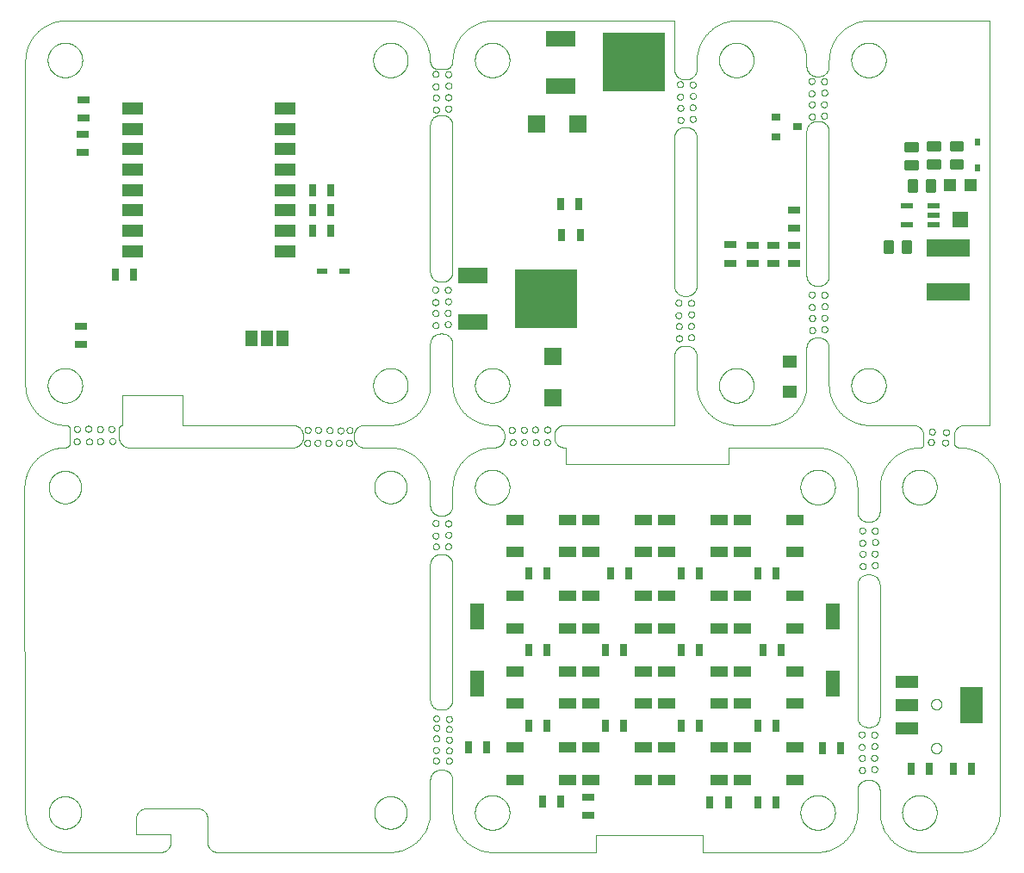
<source format=gtp>
G75*
%MOIN*%
%OFA0B0*%
%FSLAX25Y25*%
%IPPOS*%
%LPD*%
%AMOC8*
5,1,8,0,0,1.08239X$1,22.5*
%
%ADD10C,0.00000*%
%ADD11R,0.03150X0.04724*%
%ADD12R,0.03937X0.02362*%
%ADD13R,0.04724X0.03150*%
%ADD14R,0.04600X0.06300*%
%ADD15R,0.07874X0.04724*%
%ADD16R,0.06500X0.03937*%
%ADD17R,0.05512X0.10433*%
%ADD18R,0.24409X0.22835*%
%ADD19R,0.11811X0.06299*%
%ADD20R,0.06969X0.07087*%
%ADD21R,0.07087X0.06969*%
%ADD22R,0.09000X0.05000*%
%ADD23R,0.08500X0.14000*%
%ADD24R,0.05512X0.04724*%
%ADD25R,0.03543X0.03150*%
%ADD26R,0.04724X0.02165*%
%ADD27R,0.02362X0.03150*%
%ADD28C,0.01000*%
%ADD29R,0.16535X0.06693*%
%ADD30R,0.05906X0.06299*%
%ADD31R,0.04724X0.04724*%
D10*
X0017402Y0002763D02*
X0053993Y0002763D01*
X0054117Y0002765D01*
X0054240Y0002771D01*
X0054364Y0002780D01*
X0054486Y0002794D01*
X0054609Y0002811D01*
X0054731Y0002833D01*
X0054852Y0002858D01*
X0054972Y0002887D01*
X0055091Y0002919D01*
X0055210Y0002956D01*
X0055327Y0002996D01*
X0055442Y0003039D01*
X0055557Y0003087D01*
X0055669Y0003138D01*
X0055780Y0003192D01*
X0055890Y0003250D01*
X0055997Y0003311D01*
X0056103Y0003376D01*
X0056206Y0003444D01*
X0056307Y0003515D01*
X0056406Y0003589D01*
X0056503Y0003666D01*
X0056597Y0003747D01*
X0056688Y0003830D01*
X0056777Y0003916D01*
X0056863Y0004005D01*
X0056946Y0004096D01*
X0057027Y0004190D01*
X0057104Y0004287D01*
X0057178Y0004386D01*
X0057249Y0004487D01*
X0057317Y0004590D01*
X0057382Y0004696D01*
X0057443Y0004803D01*
X0057501Y0004913D01*
X0057555Y0005024D01*
X0057606Y0005136D01*
X0057654Y0005251D01*
X0057697Y0005366D01*
X0057737Y0005483D01*
X0057774Y0005602D01*
X0057806Y0005721D01*
X0057835Y0005841D01*
X0057860Y0005962D01*
X0057882Y0006084D01*
X0057899Y0006207D01*
X0057913Y0006329D01*
X0057922Y0006453D01*
X0057928Y0006576D01*
X0057930Y0006700D01*
X0057930Y0009603D01*
X0044607Y0009603D01*
X0044607Y0015798D01*
X0044609Y0015922D01*
X0044615Y0016045D01*
X0044624Y0016169D01*
X0044638Y0016291D01*
X0044655Y0016414D01*
X0044677Y0016536D01*
X0044702Y0016657D01*
X0044731Y0016777D01*
X0044763Y0016896D01*
X0044800Y0017015D01*
X0044840Y0017132D01*
X0044883Y0017247D01*
X0044931Y0017362D01*
X0044982Y0017474D01*
X0045036Y0017585D01*
X0045094Y0017695D01*
X0045155Y0017802D01*
X0045220Y0017908D01*
X0045288Y0018011D01*
X0045359Y0018112D01*
X0045433Y0018211D01*
X0045510Y0018308D01*
X0045591Y0018402D01*
X0045674Y0018493D01*
X0045760Y0018582D01*
X0045849Y0018668D01*
X0045940Y0018751D01*
X0046034Y0018832D01*
X0046131Y0018909D01*
X0046230Y0018983D01*
X0046331Y0019054D01*
X0046434Y0019122D01*
X0046540Y0019187D01*
X0046647Y0019248D01*
X0046757Y0019306D01*
X0046868Y0019360D01*
X0046980Y0019411D01*
X0047095Y0019459D01*
X0047210Y0019502D01*
X0047327Y0019542D01*
X0047446Y0019579D01*
X0047565Y0019611D01*
X0047685Y0019640D01*
X0047806Y0019665D01*
X0047928Y0019687D01*
X0048051Y0019704D01*
X0048173Y0019718D01*
X0048297Y0019727D01*
X0048420Y0019733D01*
X0048544Y0019735D01*
X0068229Y0019735D01*
X0068353Y0019733D01*
X0068476Y0019727D01*
X0068600Y0019718D01*
X0068722Y0019704D01*
X0068845Y0019687D01*
X0068967Y0019665D01*
X0069088Y0019640D01*
X0069208Y0019611D01*
X0069327Y0019579D01*
X0069446Y0019542D01*
X0069563Y0019502D01*
X0069678Y0019459D01*
X0069793Y0019411D01*
X0069905Y0019360D01*
X0070016Y0019306D01*
X0070126Y0019248D01*
X0070233Y0019187D01*
X0070339Y0019122D01*
X0070442Y0019054D01*
X0070543Y0018983D01*
X0070642Y0018909D01*
X0070739Y0018832D01*
X0070833Y0018751D01*
X0070924Y0018668D01*
X0071013Y0018582D01*
X0071099Y0018493D01*
X0071182Y0018402D01*
X0071263Y0018308D01*
X0071340Y0018211D01*
X0071414Y0018112D01*
X0071485Y0018011D01*
X0071553Y0017908D01*
X0071618Y0017802D01*
X0071679Y0017695D01*
X0071737Y0017585D01*
X0071791Y0017474D01*
X0071842Y0017362D01*
X0071890Y0017247D01*
X0071933Y0017132D01*
X0071973Y0017015D01*
X0072010Y0016896D01*
X0072042Y0016777D01*
X0072071Y0016657D01*
X0072096Y0016536D01*
X0072118Y0016414D01*
X0072135Y0016291D01*
X0072149Y0016169D01*
X0072158Y0016045D01*
X0072164Y0015922D01*
X0072166Y0015798D01*
X0072166Y0006700D01*
X0072168Y0006576D01*
X0072174Y0006453D01*
X0072183Y0006329D01*
X0072197Y0006207D01*
X0072214Y0006084D01*
X0072236Y0005962D01*
X0072261Y0005841D01*
X0072290Y0005721D01*
X0072322Y0005602D01*
X0072359Y0005483D01*
X0072399Y0005366D01*
X0072442Y0005251D01*
X0072490Y0005136D01*
X0072541Y0005024D01*
X0072595Y0004913D01*
X0072653Y0004803D01*
X0072714Y0004696D01*
X0072779Y0004590D01*
X0072847Y0004487D01*
X0072918Y0004386D01*
X0072992Y0004287D01*
X0073069Y0004190D01*
X0073150Y0004096D01*
X0073233Y0004005D01*
X0073319Y0003916D01*
X0073408Y0003830D01*
X0073499Y0003747D01*
X0073593Y0003666D01*
X0073690Y0003589D01*
X0073789Y0003515D01*
X0073890Y0003444D01*
X0073993Y0003376D01*
X0074099Y0003311D01*
X0074206Y0003250D01*
X0074316Y0003192D01*
X0074427Y0003138D01*
X0074539Y0003087D01*
X0074654Y0003039D01*
X0074769Y0002996D01*
X0074886Y0002956D01*
X0075005Y0002919D01*
X0075124Y0002887D01*
X0075244Y0002858D01*
X0075365Y0002833D01*
X0075487Y0002811D01*
X0075610Y0002794D01*
X0075732Y0002780D01*
X0075856Y0002771D01*
X0075979Y0002765D01*
X0076103Y0002763D01*
X0142639Y0002763D01*
X0136733Y0018117D02*
X0136735Y0018275D01*
X0136741Y0018433D01*
X0136751Y0018591D01*
X0136765Y0018749D01*
X0136783Y0018906D01*
X0136804Y0019063D01*
X0136830Y0019219D01*
X0136860Y0019375D01*
X0136893Y0019530D01*
X0136931Y0019683D01*
X0136972Y0019836D01*
X0137017Y0019988D01*
X0137066Y0020139D01*
X0137119Y0020288D01*
X0137175Y0020436D01*
X0137235Y0020582D01*
X0137299Y0020727D01*
X0137367Y0020870D01*
X0137438Y0021012D01*
X0137512Y0021152D01*
X0137590Y0021289D01*
X0137672Y0021425D01*
X0137756Y0021559D01*
X0137845Y0021690D01*
X0137936Y0021819D01*
X0138031Y0021946D01*
X0138128Y0022071D01*
X0138229Y0022193D01*
X0138333Y0022312D01*
X0138440Y0022429D01*
X0138550Y0022543D01*
X0138663Y0022654D01*
X0138778Y0022763D01*
X0138896Y0022868D01*
X0139017Y0022970D01*
X0139140Y0023070D01*
X0139266Y0023166D01*
X0139394Y0023259D01*
X0139524Y0023349D01*
X0139657Y0023435D01*
X0139792Y0023519D01*
X0139928Y0023598D01*
X0140067Y0023675D01*
X0140208Y0023747D01*
X0140350Y0023817D01*
X0140494Y0023882D01*
X0140640Y0023944D01*
X0140787Y0024002D01*
X0140936Y0024057D01*
X0141086Y0024108D01*
X0141237Y0024155D01*
X0141389Y0024198D01*
X0141542Y0024237D01*
X0141697Y0024273D01*
X0141852Y0024304D01*
X0142008Y0024332D01*
X0142164Y0024356D01*
X0142321Y0024376D01*
X0142479Y0024392D01*
X0142636Y0024404D01*
X0142795Y0024412D01*
X0142953Y0024416D01*
X0143111Y0024416D01*
X0143269Y0024412D01*
X0143428Y0024404D01*
X0143585Y0024392D01*
X0143743Y0024376D01*
X0143900Y0024356D01*
X0144056Y0024332D01*
X0144212Y0024304D01*
X0144367Y0024273D01*
X0144522Y0024237D01*
X0144675Y0024198D01*
X0144827Y0024155D01*
X0144978Y0024108D01*
X0145128Y0024057D01*
X0145277Y0024002D01*
X0145424Y0023944D01*
X0145570Y0023882D01*
X0145714Y0023817D01*
X0145856Y0023747D01*
X0145997Y0023675D01*
X0146136Y0023598D01*
X0146272Y0023519D01*
X0146407Y0023435D01*
X0146540Y0023349D01*
X0146670Y0023259D01*
X0146798Y0023166D01*
X0146924Y0023070D01*
X0147047Y0022970D01*
X0147168Y0022868D01*
X0147286Y0022763D01*
X0147401Y0022654D01*
X0147514Y0022543D01*
X0147624Y0022429D01*
X0147731Y0022312D01*
X0147835Y0022193D01*
X0147936Y0022071D01*
X0148033Y0021946D01*
X0148128Y0021819D01*
X0148219Y0021690D01*
X0148308Y0021559D01*
X0148392Y0021425D01*
X0148474Y0021289D01*
X0148552Y0021152D01*
X0148626Y0021012D01*
X0148697Y0020870D01*
X0148765Y0020727D01*
X0148829Y0020582D01*
X0148889Y0020436D01*
X0148945Y0020288D01*
X0148998Y0020139D01*
X0149047Y0019988D01*
X0149092Y0019836D01*
X0149133Y0019683D01*
X0149171Y0019530D01*
X0149204Y0019375D01*
X0149234Y0019219D01*
X0149260Y0019063D01*
X0149281Y0018906D01*
X0149299Y0018749D01*
X0149313Y0018591D01*
X0149323Y0018433D01*
X0149329Y0018275D01*
X0149331Y0018117D01*
X0149329Y0017959D01*
X0149323Y0017801D01*
X0149313Y0017643D01*
X0149299Y0017485D01*
X0149281Y0017328D01*
X0149260Y0017171D01*
X0149234Y0017015D01*
X0149204Y0016859D01*
X0149171Y0016704D01*
X0149133Y0016551D01*
X0149092Y0016398D01*
X0149047Y0016246D01*
X0148998Y0016095D01*
X0148945Y0015946D01*
X0148889Y0015798D01*
X0148829Y0015652D01*
X0148765Y0015507D01*
X0148697Y0015364D01*
X0148626Y0015222D01*
X0148552Y0015082D01*
X0148474Y0014945D01*
X0148392Y0014809D01*
X0148308Y0014675D01*
X0148219Y0014544D01*
X0148128Y0014415D01*
X0148033Y0014288D01*
X0147936Y0014163D01*
X0147835Y0014041D01*
X0147731Y0013922D01*
X0147624Y0013805D01*
X0147514Y0013691D01*
X0147401Y0013580D01*
X0147286Y0013471D01*
X0147168Y0013366D01*
X0147047Y0013264D01*
X0146924Y0013164D01*
X0146798Y0013068D01*
X0146670Y0012975D01*
X0146540Y0012885D01*
X0146407Y0012799D01*
X0146272Y0012715D01*
X0146136Y0012636D01*
X0145997Y0012559D01*
X0145856Y0012487D01*
X0145714Y0012417D01*
X0145570Y0012352D01*
X0145424Y0012290D01*
X0145277Y0012232D01*
X0145128Y0012177D01*
X0144978Y0012126D01*
X0144827Y0012079D01*
X0144675Y0012036D01*
X0144522Y0011997D01*
X0144367Y0011961D01*
X0144212Y0011930D01*
X0144056Y0011902D01*
X0143900Y0011878D01*
X0143743Y0011858D01*
X0143585Y0011842D01*
X0143428Y0011830D01*
X0143269Y0011822D01*
X0143111Y0011818D01*
X0142953Y0011818D01*
X0142795Y0011822D01*
X0142636Y0011830D01*
X0142479Y0011842D01*
X0142321Y0011858D01*
X0142164Y0011878D01*
X0142008Y0011902D01*
X0141852Y0011930D01*
X0141697Y0011961D01*
X0141542Y0011997D01*
X0141389Y0012036D01*
X0141237Y0012079D01*
X0141086Y0012126D01*
X0140936Y0012177D01*
X0140787Y0012232D01*
X0140640Y0012290D01*
X0140494Y0012352D01*
X0140350Y0012417D01*
X0140208Y0012487D01*
X0140067Y0012559D01*
X0139928Y0012636D01*
X0139792Y0012715D01*
X0139657Y0012799D01*
X0139524Y0012885D01*
X0139394Y0012975D01*
X0139266Y0013068D01*
X0139140Y0013164D01*
X0139017Y0013264D01*
X0138896Y0013366D01*
X0138778Y0013471D01*
X0138663Y0013580D01*
X0138550Y0013691D01*
X0138440Y0013805D01*
X0138333Y0013922D01*
X0138229Y0014041D01*
X0138128Y0014163D01*
X0138031Y0014288D01*
X0137936Y0014415D01*
X0137845Y0014544D01*
X0137756Y0014675D01*
X0137672Y0014809D01*
X0137590Y0014945D01*
X0137512Y0015082D01*
X0137438Y0015222D01*
X0137367Y0015364D01*
X0137299Y0015507D01*
X0137235Y0015652D01*
X0137175Y0015798D01*
X0137119Y0015946D01*
X0137066Y0016095D01*
X0137017Y0016246D01*
X0136972Y0016398D01*
X0136931Y0016551D01*
X0136893Y0016704D01*
X0136860Y0016859D01*
X0136830Y0017015D01*
X0136804Y0017171D01*
X0136783Y0017328D01*
X0136765Y0017485D01*
X0136751Y0017643D01*
X0136741Y0017801D01*
X0136735Y0017959D01*
X0136733Y0018117D01*
X0142639Y0002763D02*
X0143020Y0002768D01*
X0143400Y0002781D01*
X0143780Y0002804D01*
X0144159Y0002837D01*
X0144537Y0002878D01*
X0144914Y0002928D01*
X0145290Y0002988D01*
X0145665Y0003056D01*
X0146037Y0003134D01*
X0146408Y0003221D01*
X0146776Y0003316D01*
X0147142Y0003421D01*
X0147505Y0003534D01*
X0147866Y0003656D01*
X0148223Y0003786D01*
X0148577Y0003926D01*
X0148928Y0004073D01*
X0149275Y0004230D01*
X0149618Y0004394D01*
X0149957Y0004567D01*
X0150292Y0004748D01*
X0150623Y0004937D01*
X0150948Y0005134D01*
X0151269Y0005338D01*
X0151585Y0005551D01*
X0151895Y0005771D01*
X0152201Y0005998D01*
X0152500Y0006233D01*
X0152794Y0006475D01*
X0153082Y0006723D01*
X0153364Y0006979D01*
X0153639Y0007242D01*
X0153908Y0007511D01*
X0154171Y0007786D01*
X0154427Y0008068D01*
X0154675Y0008356D01*
X0154917Y0008650D01*
X0155152Y0008949D01*
X0155379Y0009255D01*
X0155599Y0009565D01*
X0155812Y0009881D01*
X0156016Y0010202D01*
X0156213Y0010527D01*
X0156402Y0010858D01*
X0156583Y0011193D01*
X0156756Y0011532D01*
X0156920Y0011875D01*
X0157077Y0012222D01*
X0157224Y0012573D01*
X0157364Y0012927D01*
X0157494Y0013284D01*
X0157616Y0013645D01*
X0157729Y0014008D01*
X0157834Y0014374D01*
X0157929Y0014742D01*
X0158016Y0015113D01*
X0158094Y0015485D01*
X0158162Y0015860D01*
X0158222Y0016236D01*
X0158272Y0016613D01*
X0158313Y0016991D01*
X0158346Y0017370D01*
X0158369Y0017750D01*
X0158382Y0018130D01*
X0158387Y0018511D01*
X0158387Y0030716D01*
X0158389Y0030840D01*
X0158395Y0030963D01*
X0158404Y0031087D01*
X0158418Y0031209D01*
X0158435Y0031332D01*
X0158457Y0031454D01*
X0158482Y0031575D01*
X0158511Y0031695D01*
X0158543Y0031814D01*
X0158580Y0031933D01*
X0158620Y0032050D01*
X0158663Y0032165D01*
X0158711Y0032280D01*
X0158762Y0032392D01*
X0158816Y0032503D01*
X0158874Y0032613D01*
X0158935Y0032720D01*
X0159000Y0032826D01*
X0159068Y0032929D01*
X0159139Y0033030D01*
X0159213Y0033129D01*
X0159290Y0033226D01*
X0159371Y0033320D01*
X0159454Y0033411D01*
X0159540Y0033500D01*
X0159629Y0033586D01*
X0159720Y0033669D01*
X0159814Y0033750D01*
X0159911Y0033827D01*
X0160010Y0033901D01*
X0160111Y0033972D01*
X0160214Y0034040D01*
X0160320Y0034105D01*
X0160427Y0034166D01*
X0160537Y0034224D01*
X0160648Y0034278D01*
X0160760Y0034329D01*
X0160875Y0034377D01*
X0160990Y0034420D01*
X0161107Y0034460D01*
X0161226Y0034497D01*
X0161345Y0034529D01*
X0161465Y0034558D01*
X0161586Y0034583D01*
X0161708Y0034605D01*
X0161831Y0034622D01*
X0161953Y0034636D01*
X0162077Y0034645D01*
X0162200Y0034651D01*
X0162324Y0034653D01*
X0163111Y0034653D01*
X0163235Y0034651D01*
X0163358Y0034645D01*
X0163482Y0034636D01*
X0163604Y0034622D01*
X0163727Y0034605D01*
X0163849Y0034583D01*
X0163970Y0034558D01*
X0164090Y0034529D01*
X0164209Y0034497D01*
X0164328Y0034460D01*
X0164445Y0034420D01*
X0164560Y0034377D01*
X0164675Y0034329D01*
X0164787Y0034278D01*
X0164898Y0034224D01*
X0165008Y0034166D01*
X0165115Y0034105D01*
X0165221Y0034040D01*
X0165324Y0033972D01*
X0165425Y0033901D01*
X0165524Y0033827D01*
X0165621Y0033750D01*
X0165715Y0033669D01*
X0165806Y0033586D01*
X0165895Y0033500D01*
X0165981Y0033411D01*
X0166064Y0033320D01*
X0166145Y0033226D01*
X0166222Y0033129D01*
X0166296Y0033030D01*
X0166367Y0032929D01*
X0166435Y0032826D01*
X0166500Y0032720D01*
X0166561Y0032613D01*
X0166619Y0032503D01*
X0166673Y0032392D01*
X0166724Y0032280D01*
X0166772Y0032165D01*
X0166815Y0032050D01*
X0166855Y0031933D01*
X0166892Y0031814D01*
X0166924Y0031695D01*
X0166953Y0031575D01*
X0166978Y0031454D01*
X0167000Y0031332D01*
X0167017Y0031209D01*
X0167031Y0031087D01*
X0167040Y0030963D01*
X0167046Y0030840D01*
X0167048Y0030716D01*
X0167048Y0018511D01*
X0175709Y0018117D02*
X0175711Y0018281D01*
X0175717Y0018445D01*
X0175727Y0018609D01*
X0175741Y0018773D01*
X0175759Y0018936D01*
X0175781Y0019099D01*
X0175808Y0019261D01*
X0175838Y0019423D01*
X0175872Y0019583D01*
X0175910Y0019743D01*
X0175951Y0019902D01*
X0175997Y0020060D01*
X0176047Y0020216D01*
X0176100Y0020372D01*
X0176157Y0020526D01*
X0176218Y0020678D01*
X0176283Y0020829D01*
X0176352Y0020979D01*
X0176424Y0021126D01*
X0176499Y0021272D01*
X0176579Y0021416D01*
X0176661Y0021558D01*
X0176747Y0021698D01*
X0176837Y0021835D01*
X0176930Y0021971D01*
X0177026Y0022104D01*
X0177126Y0022235D01*
X0177228Y0022363D01*
X0177334Y0022489D01*
X0177443Y0022612D01*
X0177555Y0022732D01*
X0177669Y0022850D01*
X0177787Y0022964D01*
X0177907Y0023076D01*
X0178030Y0023185D01*
X0178156Y0023291D01*
X0178284Y0023393D01*
X0178415Y0023493D01*
X0178548Y0023589D01*
X0178684Y0023682D01*
X0178821Y0023772D01*
X0178961Y0023858D01*
X0179103Y0023940D01*
X0179247Y0024020D01*
X0179393Y0024095D01*
X0179540Y0024167D01*
X0179690Y0024236D01*
X0179841Y0024301D01*
X0179993Y0024362D01*
X0180147Y0024419D01*
X0180303Y0024472D01*
X0180459Y0024522D01*
X0180617Y0024568D01*
X0180776Y0024609D01*
X0180936Y0024647D01*
X0181096Y0024681D01*
X0181258Y0024711D01*
X0181420Y0024738D01*
X0181583Y0024760D01*
X0181746Y0024778D01*
X0181910Y0024792D01*
X0182074Y0024802D01*
X0182238Y0024808D01*
X0182402Y0024810D01*
X0182566Y0024808D01*
X0182730Y0024802D01*
X0182894Y0024792D01*
X0183058Y0024778D01*
X0183221Y0024760D01*
X0183384Y0024738D01*
X0183546Y0024711D01*
X0183708Y0024681D01*
X0183868Y0024647D01*
X0184028Y0024609D01*
X0184187Y0024568D01*
X0184345Y0024522D01*
X0184501Y0024472D01*
X0184657Y0024419D01*
X0184811Y0024362D01*
X0184963Y0024301D01*
X0185114Y0024236D01*
X0185264Y0024167D01*
X0185411Y0024095D01*
X0185557Y0024020D01*
X0185701Y0023940D01*
X0185843Y0023858D01*
X0185983Y0023772D01*
X0186120Y0023682D01*
X0186256Y0023589D01*
X0186389Y0023493D01*
X0186520Y0023393D01*
X0186648Y0023291D01*
X0186774Y0023185D01*
X0186897Y0023076D01*
X0187017Y0022964D01*
X0187135Y0022850D01*
X0187249Y0022732D01*
X0187361Y0022612D01*
X0187470Y0022489D01*
X0187576Y0022363D01*
X0187678Y0022235D01*
X0187778Y0022104D01*
X0187874Y0021971D01*
X0187967Y0021835D01*
X0188057Y0021698D01*
X0188143Y0021558D01*
X0188225Y0021416D01*
X0188305Y0021272D01*
X0188380Y0021126D01*
X0188452Y0020979D01*
X0188521Y0020829D01*
X0188586Y0020678D01*
X0188647Y0020526D01*
X0188704Y0020372D01*
X0188757Y0020216D01*
X0188807Y0020060D01*
X0188853Y0019902D01*
X0188894Y0019743D01*
X0188932Y0019583D01*
X0188966Y0019423D01*
X0188996Y0019261D01*
X0189023Y0019099D01*
X0189045Y0018936D01*
X0189063Y0018773D01*
X0189077Y0018609D01*
X0189087Y0018445D01*
X0189093Y0018281D01*
X0189095Y0018117D01*
X0189093Y0017953D01*
X0189087Y0017789D01*
X0189077Y0017625D01*
X0189063Y0017461D01*
X0189045Y0017298D01*
X0189023Y0017135D01*
X0188996Y0016973D01*
X0188966Y0016811D01*
X0188932Y0016651D01*
X0188894Y0016491D01*
X0188853Y0016332D01*
X0188807Y0016174D01*
X0188757Y0016018D01*
X0188704Y0015862D01*
X0188647Y0015708D01*
X0188586Y0015556D01*
X0188521Y0015405D01*
X0188452Y0015255D01*
X0188380Y0015108D01*
X0188305Y0014962D01*
X0188225Y0014818D01*
X0188143Y0014676D01*
X0188057Y0014536D01*
X0187967Y0014399D01*
X0187874Y0014263D01*
X0187778Y0014130D01*
X0187678Y0013999D01*
X0187576Y0013871D01*
X0187470Y0013745D01*
X0187361Y0013622D01*
X0187249Y0013502D01*
X0187135Y0013384D01*
X0187017Y0013270D01*
X0186897Y0013158D01*
X0186774Y0013049D01*
X0186648Y0012943D01*
X0186520Y0012841D01*
X0186389Y0012741D01*
X0186256Y0012645D01*
X0186120Y0012552D01*
X0185983Y0012462D01*
X0185843Y0012376D01*
X0185701Y0012294D01*
X0185557Y0012214D01*
X0185411Y0012139D01*
X0185264Y0012067D01*
X0185114Y0011998D01*
X0184963Y0011933D01*
X0184811Y0011872D01*
X0184657Y0011815D01*
X0184501Y0011762D01*
X0184345Y0011712D01*
X0184187Y0011666D01*
X0184028Y0011625D01*
X0183868Y0011587D01*
X0183708Y0011553D01*
X0183546Y0011523D01*
X0183384Y0011496D01*
X0183221Y0011474D01*
X0183058Y0011456D01*
X0182894Y0011442D01*
X0182730Y0011432D01*
X0182566Y0011426D01*
X0182402Y0011424D01*
X0182238Y0011426D01*
X0182074Y0011432D01*
X0181910Y0011442D01*
X0181746Y0011456D01*
X0181583Y0011474D01*
X0181420Y0011496D01*
X0181258Y0011523D01*
X0181096Y0011553D01*
X0180936Y0011587D01*
X0180776Y0011625D01*
X0180617Y0011666D01*
X0180459Y0011712D01*
X0180303Y0011762D01*
X0180147Y0011815D01*
X0179993Y0011872D01*
X0179841Y0011933D01*
X0179690Y0011998D01*
X0179540Y0012067D01*
X0179393Y0012139D01*
X0179247Y0012214D01*
X0179103Y0012294D01*
X0178961Y0012376D01*
X0178821Y0012462D01*
X0178684Y0012552D01*
X0178548Y0012645D01*
X0178415Y0012741D01*
X0178284Y0012841D01*
X0178156Y0012943D01*
X0178030Y0013049D01*
X0177907Y0013158D01*
X0177787Y0013270D01*
X0177669Y0013384D01*
X0177555Y0013502D01*
X0177443Y0013622D01*
X0177334Y0013745D01*
X0177228Y0013871D01*
X0177126Y0013999D01*
X0177026Y0014130D01*
X0176930Y0014263D01*
X0176837Y0014399D01*
X0176747Y0014536D01*
X0176661Y0014676D01*
X0176579Y0014818D01*
X0176499Y0014962D01*
X0176424Y0015108D01*
X0176352Y0015255D01*
X0176283Y0015405D01*
X0176218Y0015556D01*
X0176157Y0015708D01*
X0176100Y0015862D01*
X0176047Y0016018D01*
X0175997Y0016174D01*
X0175951Y0016332D01*
X0175910Y0016491D01*
X0175872Y0016651D01*
X0175838Y0016811D01*
X0175808Y0016973D01*
X0175781Y0017135D01*
X0175759Y0017298D01*
X0175741Y0017461D01*
X0175727Y0017625D01*
X0175717Y0017789D01*
X0175711Y0017953D01*
X0175709Y0018117D01*
X0167048Y0018511D02*
X0167053Y0018130D01*
X0167066Y0017750D01*
X0167089Y0017370D01*
X0167122Y0016991D01*
X0167163Y0016613D01*
X0167213Y0016236D01*
X0167273Y0015860D01*
X0167341Y0015485D01*
X0167419Y0015113D01*
X0167506Y0014742D01*
X0167601Y0014374D01*
X0167706Y0014008D01*
X0167819Y0013645D01*
X0167941Y0013284D01*
X0168071Y0012927D01*
X0168211Y0012573D01*
X0168358Y0012222D01*
X0168515Y0011875D01*
X0168679Y0011532D01*
X0168852Y0011193D01*
X0169033Y0010858D01*
X0169222Y0010527D01*
X0169419Y0010202D01*
X0169623Y0009881D01*
X0169836Y0009565D01*
X0170056Y0009255D01*
X0170283Y0008949D01*
X0170518Y0008650D01*
X0170760Y0008356D01*
X0171008Y0008068D01*
X0171264Y0007786D01*
X0171527Y0007511D01*
X0171796Y0007242D01*
X0172071Y0006979D01*
X0172353Y0006723D01*
X0172641Y0006475D01*
X0172935Y0006233D01*
X0173234Y0005998D01*
X0173540Y0005771D01*
X0173850Y0005551D01*
X0174166Y0005338D01*
X0174487Y0005134D01*
X0174812Y0004937D01*
X0175143Y0004748D01*
X0175478Y0004567D01*
X0175817Y0004394D01*
X0176160Y0004230D01*
X0176507Y0004073D01*
X0176858Y0003926D01*
X0177212Y0003786D01*
X0177569Y0003656D01*
X0177930Y0003534D01*
X0178293Y0003421D01*
X0178659Y0003316D01*
X0179027Y0003221D01*
X0179398Y0003134D01*
X0179770Y0003056D01*
X0180145Y0002988D01*
X0180521Y0002928D01*
X0180898Y0002878D01*
X0181276Y0002837D01*
X0181655Y0002804D01*
X0182035Y0002781D01*
X0182415Y0002768D01*
X0182796Y0002763D01*
X0222599Y0002802D01*
X0222599Y0009298D01*
X0263741Y0009259D01*
X0263741Y0002763D01*
X0307993Y0002763D01*
X0301694Y0018117D02*
X0301696Y0018281D01*
X0301702Y0018445D01*
X0301712Y0018609D01*
X0301726Y0018773D01*
X0301744Y0018936D01*
X0301766Y0019099D01*
X0301793Y0019261D01*
X0301823Y0019423D01*
X0301857Y0019583D01*
X0301895Y0019743D01*
X0301936Y0019902D01*
X0301982Y0020060D01*
X0302032Y0020216D01*
X0302085Y0020372D01*
X0302142Y0020526D01*
X0302203Y0020678D01*
X0302268Y0020829D01*
X0302337Y0020979D01*
X0302409Y0021126D01*
X0302484Y0021272D01*
X0302564Y0021416D01*
X0302646Y0021558D01*
X0302732Y0021698D01*
X0302822Y0021835D01*
X0302915Y0021971D01*
X0303011Y0022104D01*
X0303111Y0022235D01*
X0303213Y0022363D01*
X0303319Y0022489D01*
X0303428Y0022612D01*
X0303540Y0022732D01*
X0303654Y0022850D01*
X0303772Y0022964D01*
X0303892Y0023076D01*
X0304015Y0023185D01*
X0304141Y0023291D01*
X0304269Y0023393D01*
X0304400Y0023493D01*
X0304533Y0023589D01*
X0304669Y0023682D01*
X0304806Y0023772D01*
X0304946Y0023858D01*
X0305088Y0023940D01*
X0305232Y0024020D01*
X0305378Y0024095D01*
X0305525Y0024167D01*
X0305675Y0024236D01*
X0305826Y0024301D01*
X0305978Y0024362D01*
X0306132Y0024419D01*
X0306288Y0024472D01*
X0306444Y0024522D01*
X0306602Y0024568D01*
X0306761Y0024609D01*
X0306921Y0024647D01*
X0307081Y0024681D01*
X0307243Y0024711D01*
X0307405Y0024738D01*
X0307568Y0024760D01*
X0307731Y0024778D01*
X0307895Y0024792D01*
X0308059Y0024802D01*
X0308223Y0024808D01*
X0308387Y0024810D01*
X0308551Y0024808D01*
X0308715Y0024802D01*
X0308879Y0024792D01*
X0309043Y0024778D01*
X0309206Y0024760D01*
X0309369Y0024738D01*
X0309531Y0024711D01*
X0309693Y0024681D01*
X0309853Y0024647D01*
X0310013Y0024609D01*
X0310172Y0024568D01*
X0310330Y0024522D01*
X0310486Y0024472D01*
X0310642Y0024419D01*
X0310796Y0024362D01*
X0310948Y0024301D01*
X0311099Y0024236D01*
X0311249Y0024167D01*
X0311396Y0024095D01*
X0311542Y0024020D01*
X0311686Y0023940D01*
X0311828Y0023858D01*
X0311968Y0023772D01*
X0312105Y0023682D01*
X0312241Y0023589D01*
X0312374Y0023493D01*
X0312505Y0023393D01*
X0312633Y0023291D01*
X0312759Y0023185D01*
X0312882Y0023076D01*
X0313002Y0022964D01*
X0313120Y0022850D01*
X0313234Y0022732D01*
X0313346Y0022612D01*
X0313455Y0022489D01*
X0313561Y0022363D01*
X0313663Y0022235D01*
X0313763Y0022104D01*
X0313859Y0021971D01*
X0313952Y0021835D01*
X0314042Y0021698D01*
X0314128Y0021558D01*
X0314210Y0021416D01*
X0314290Y0021272D01*
X0314365Y0021126D01*
X0314437Y0020979D01*
X0314506Y0020829D01*
X0314571Y0020678D01*
X0314632Y0020526D01*
X0314689Y0020372D01*
X0314742Y0020216D01*
X0314792Y0020060D01*
X0314838Y0019902D01*
X0314879Y0019743D01*
X0314917Y0019583D01*
X0314951Y0019423D01*
X0314981Y0019261D01*
X0315008Y0019099D01*
X0315030Y0018936D01*
X0315048Y0018773D01*
X0315062Y0018609D01*
X0315072Y0018445D01*
X0315078Y0018281D01*
X0315080Y0018117D01*
X0315078Y0017953D01*
X0315072Y0017789D01*
X0315062Y0017625D01*
X0315048Y0017461D01*
X0315030Y0017298D01*
X0315008Y0017135D01*
X0314981Y0016973D01*
X0314951Y0016811D01*
X0314917Y0016651D01*
X0314879Y0016491D01*
X0314838Y0016332D01*
X0314792Y0016174D01*
X0314742Y0016018D01*
X0314689Y0015862D01*
X0314632Y0015708D01*
X0314571Y0015556D01*
X0314506Y0015405D01*
X0314437Y0015255D01*
X0314365Y0015108D01*
X0314290Y0014962D01*
X0314210Y0014818D01*
X0314128Y0014676D01*
X0314042Y0014536D01*
X0313952Y0014399D01*
X0313859Y0014263D01*
X0313763Y0014130D01*
X0313663Y0013999D01*
X0313561Y0013871D01*
X0313455Y0013745D01*
X0313346Y0013622D01*
X0313234Y0013502D01*
X0313120Y0013384D01*
X0313002Y0013270D01*
X0312882Y0013158D01*
X0312759Y0013049D01*
X0312633Y0012943D01*
X0312505Y0012841D01*
X0312374Y0012741D01*
X0312241Y0012645D01*
X0312105Y0012552D01*
X0311968Y0012462D01*
X0311828Y0012376D01*
X0311686Y0012294D01*
X0311542Y0012214D01*
X0311396Y0012139D01*
X0311249Y0012067D01*
X0311099Y0011998D01*
X0310948Y0011933D01*
X0310796Y0011872D01*
X0310642Y0011815D01*
X0310486Y0011762D01*
X0310330Y0011712D01*
X0310172Y0011666D01*
X0310013Y0011625D01*
X0309853Y0011587D01*
X0309693Y0011553D01*
X0309531Y0011523D01*
X0309369Y0011496D01*
X0309206Y0011474D01*
X0309043Y0011456D01*
X0308879Y0011442D01*
X0308715Y0011432D01*
X0308551Y0011426D01*
X0308387Y0011424D01*
X0308223Y0011426D01*
X0308059Y0011432D01*
X0307895Y0011442D01*
X0307731Y0011456D01*
X0307568Y0011474D01*
X0307405Y0011496D01*
X0307243Y0011523D01*
X0307081Y0011553D01*
X0306921Y0011587D01*
X0306761Y0011625D01*
X0306602Y0011666D01*
X0306444Y0011712D01*
X0306288Y0011762D01*
X0306132Y0011815D01*
X0305978Y0011872D01*
X0305826Y0011933D01*
X0305675Y0011998D01*
X0305525Y0012067D01*
X0305378Y0012139D01*
X0305232Y0012214D01*
X0305088Y0012294D01*
X0304946Y0012376D01*
X0304806Y0012462D01*
X0304669Y0012552D01*
X0304533Y0012645D01*
X0304400Y0012741D01*
X0304269Y0012841D01*
X0304141Y0012943D01*
X0304015Y0013049D01*
X0303892Y0013158D01*
X0303772Y0013270D01*
X0303654Y0013384D01*
X0303540Y0013502D01*
X0303428Y0013622D01*
X0303319Y0013745D01*
X0303213Y0013871D01*
X0303111Y0013999D01*
X0303011Y0014130D01*
X0302915Y0014263D01*
X0302822Y0014399D01*
X0302732Y0014536D01*
X0302646Y0014676D01*
X0302564Y0014818D01*
X0302484Y0014962D01*
X0302409Y0015108D01*
X0302337Y0015255D01*
X0302268Y0015405D01*
X0302203Y0015556D01*
X0302142Y0015708D01*
X0302085Y0015862D01*
X0302032Y0016018D01*
X0301982Y0016174D01*
X0301936Y0016332D01*
X0301895Y0016491D01*
X0301857Y0016651D01*
X0301823Y0016811D01*
X0301793Y0016973D01*
X0301766Y0017135D01*
X0301744Y0017298D01*
X0301726Y0017461D01*
X0301712Y0017625D01*
X0301702Y0017789D01*
X0301696Y0017953D01*
X0301694Y0018117D01*
X0307993Y0002763D02*
X0308374Y0002768D01*
X0308754Y0002781D01*
X0309134Y0002804D01*
X0309513Y0002837D01*
X0309891Y0002878D01*
X0310268Y0002928D01*
X0310644Y0002988D01*
X0311019Y0003056D01*
X0311391Y0003134D01*
X0311762Y0003221D01*
X0312130Y0003316D01*
X0312496Y0003421D01*
X0312859Y0003534D01*
X0313220Y0003656D01*
X0313577Y0003786D01*
X0313931Y0003926D01*
X0314282Y0004073D01*
X0314629Y0004230D01*
X0314972Y0004394D01*
X0315311Y0004567D01*
X0315646Y0004748D01*
X0315977Y0004937D01*
X0316302Y0005134D01*
X0316623Y0005338D01*
X0316939Y0005551D01*
X0317249Y0005771D01*
X0317555Y0005998D01*
X0317854Y0006233D01*
X0318148Y0006475D01*
X0318436Y0006723D01*
X0318718Y0006979D01*
X0318993Y0007242D01*
X0319262Y0007511D01*
X0319525Y0007786D01*
X0319781Y0008068D01*
X0320029Y0008356D01*
X0320271Y0008650D01*
X0320506Y0008949D01*
X0320733Y0009255D01*
X0320953Y0009565D01*
X0321166Y0009881D01*
X0321370Y0010202D01*
X0321567Y0010527D01*
X0321756Y0010858D01*
X0321937Y0011193D01*
X0322110Y0011532D01*
X0322274Y0011875D01*
X0322431Y0012222D01*
X0322578Y0012573D01*
X0322718Y0012927D01*
X0322848Y0013284D01*
X0322970Y0013645D01*
X0323083Y0014008D01*
X0323188Y0014374D01*
X0323283Y0014742D01*
X0323370Y0015113D01*
X0323448Y0015485D01*
X0323516Y0015860D01*
X0323576Y0016236D01*
X0323626Y0016613D01*
X0323667Y0016991D01*
X0323700Y0017370D01*
X0323723Y0017750D01*
X0323736Y0018130D01*
X0323741Y0018511D01*
X0323741Y0026779D01*
X0323743Y0026903D01*
X0323749Y0027026D01*
X0323758Y0027150D01*
X0323772Y0027272D01*
X0323789Y0027395D01*
X0323811Y0027517D01*
X0323836Y0027638D01*
X0323865Y0027758D01*
X0323897Y0027877D01*
X0323934Y0027996D01*
X0323974Y0028113D01*
X0324017Y0028228D01*
X0324065Y0028343D01*
X0324116Y0028455D01*
X0324170Y0028566D01*
X0324228Y0028676D01*
X0324289Y0028783D01*
X0324354Y0028889D01*
X0324422Y0028992D01*
X0324493Y0029093D01*
X0324567Y0029192D01*
X0324644Y0029289D01*
X0324725Y0029383D01*
X0324808Y0029474D01*
X0324894Y0029563D01*
X0324983Y0029649D01*
X0325074Y0029732D01*
X0325168Y0029813D01*
X0325265Y0029890D01*
X0325364Y0029964D01*
X0325465Y0030035D01*
X0325568Y0030103D01*
X0325674Y0030168D01*
X0325781Y0030229D01*
X0325891Y0030287D01*
X0326002Y0030341D01*
X0326114Y0030392D01*
X0326229Y0030440D01*
X0326344Y0030483D01*
X0326461Y0030523D01*
X0326580Y0030560D01*
X0326699Y0030592D01*
X0326819Y0030621D01*
X0326940Y0030646D01*
X0327062Y0030668D01*
X0327185Y0030685D01*
X0327307Y0030699D01*
X0327431Y0030708D01*
X0327554Y0030714D01*
X0327678Y0030716D01*
X0328465Y0030716D01*
X0328589Y0030714D01*
X0328712Y0030708D01*
X0328836Y0030699D01*
X0328958Y0030685D01*
X0329081Y0030668D01*
X0329203Y0030646D01*
X0329324Y0030621D01*
X0329444Y0030592D01*
X0329563Y0030560D01*
X0329682Y0030523D01*
X0329799Y0030483D01*
X0329914Y0030440D01*
X0330029Y0030392D01*
X0330141Y0030341D01*
X0330252Y0030287D01*
X0330362Y0030229D01*
X0330469Y0030168D01*
X0330575Y0030103D01*
X0330678Y0030035D01*
X0330779Y0029964D01*
X0330878Y0029890D01*
X0330975Y0029813D01*
X0331069Y0029732D01*
X0331160Y0029649D01*
X0331249Y0029563D01*
X0331335Y0029474D01*
X0331418Y0029383D01*
X0331499Y0029289D01*
X0331576Y0029192D01*
X0331650Y0029093D01*
X0331721Y0028992D01*
X0331789Y0028889D01*
X0331854Y0028783D01*
X0331915Y0028676D01*
X0331973Y0028566D01*
X0332027Y0028455D01*
X0332078Y0028343D01*
X0332126Y0028228D01*
X0332169Y0028113D01*
X0332209Y0027996D01*
X0332246Y0027877D01*
X0332278Y0027758D01*
X0332307Y0027638D01*
X0332332Y0027517D01*
X0332354Y0027395D01*
X0332371Y0027272D01*
X0332385Y0027150D01*
X0332394Y0027026D01*
X0332400Y0026903D01*
X0332402Y0026779D01*
X0332402Y0018511D01*
X0341064Y0018117D02*
X0341066Y0018281D01*
X0341072Y0018445D01*
X0341082Y0018609D01*
X0341096Y0018773D01*
X0341114Y0018936D01*
X0341136Y0019099D01*
X0341163Y0019261D01*
X0341193Y0019423D01*
X0341227Y0019583D01*
X0341265Y0019743D01*
X0341306Y0019902D01*
X0341352Y0020060D01*
X0341402Y0020216D01*
X0341455Y0020372D01*
X0341512Y0020526D01*
X0341573Y0020678D01*
X0341638Y0020829D01*
X0341707Y0020979D01*
X0341779Y0021126D01*
X0341854Y0021272D01*
X0341934Y0021416D01*
X0342016Y0021558D01*
X0342102Y0021698D01*
X0342192Y0021835D01*
X0342285Y0021971D01*
X0342381Y0022104D01*
X0342481Y0022235D01*
X0342583Y0022363D01*
X0342689Y0022489D01*
X0342798Y0022612D01*
X0342910Y0022732D01*
X0343024Y0022850D01*
X0343142Y0022964D01*
X0343262Y0023076D01*
X0343385Y0023185D01*
X0343511Y0023291D01*
X0343639Y0023393D01*
X0343770Y0023493D01*
X0343903Y0023589D01*
X0344039Y0023682D01*
X0344176Y0023772D01*
X0344316Y0023858D01*
X0344458Y0023940D01*
X0344602Y0024020D01*
X0344748Y0024095D01*
X0344895Y0024167D01*
X0345045Y0024236D01*
X0345196Y0024301D01*
X0345348Y0024362D01*
X0345502Y0024419D01*
X0345658Y0024472D01*
X0345814Y0024522D01*
X0345972Y0024568D01*
X0346131Y0024609D01*
X0346291Y0024647D01*
X0346451Y0024681D01*
X0346613Y0024711D01*
X0346775Y0024738D01*
X0346938Y0024760D01*
X0347101Y0024778D01*
X0347265Y0024792D01*
X0347429Y0024802D01*
X0347593Y0024808D01*
X0347757Y0024810D01*
X0347921Y0024808D01*
X0348085Y0024802D01*
X0348249Y0024792D01*
X0348413Y0024778D01*
X0348576Y0024760D01*
X0348739Y0024738D01*
X0348901Y0024711D01*
X0349063Y0024681D01*
X0349223Y0024647D01*
X0349383Y0024609D01*
X0349542Y0024568D01*
X0349700Y0024522D01*
X0349856Y0024472D01*
X0350012Y0024419D01*
X0350166Y0024362D01*
X0350318Y0024301D01*
X0350469Y0024236D01*
X0350619Y0024167D01*
X0350766Y0024095D01*
X0350912Y0024020D01*
X0351056Y0023940D01*
X0351198Y0023858D01*
X0351338Y0023772D01*
X0351475Y0023682D01*
X0351611Y0023589D01*
X0351744Y0023493D01*
X0351875Y0023393D01*
X0352003Y0023291D01*
X0352129Y0023185D01*
X0352252Y0023076D01*
X0352372Y0022964D01*
X0352490Y0022850D01*
X0352604Y0022732D01*
X0352716Y0022612D01*
X0352825Y0022489D01*
X0352931Y0022363D01*
X0353033Y0022235D01*
X0353133Y0022104D01*
X0353229Y0021971D01*
X0353322Y0021835D01*
X0353412Y0021698D01*
X0353498Y0021558D01*
X0353580Y0021416D01*
X0353660Y0021272D01*
X0353735Y0021126D01*
X0353807Y0020979D01*
X0353876Y0020829D01*
X0353941Y0020678D01*
X0354002Y0020526D01*
X0354059Y0020372D01*
X0354112Y0020216D01*
X0354162Y0020060D01*
X0354208Y0019902D01*
X0354249Y0019743D01*
X0354287Y0019583D01*
X0354321Y0019423D01*
X0354351Y0019261D01*
X0354378Y0019099D01*
X0354400Y0018936D01*
X0354418Y0018773D01*
X0354432Y0018609D01*
X0354442Y0018445D01*
X0354448Y0018281D01*
X0354450Y0018117D01*
X0354448Y0017953D01*
X0354442Y0017789D01*
X0354432Y0017625D01*
X0354418Y0017461D01*
X0354400Y0017298D01*
X0354378Y0017135D01*
X0354351Y0016973D01*
X0354321Y0016811D01*
X0354287Y0016651D01*
X0354249Y0016491D01*
X0354208Y0016332D01*
X0354162Y0016174D01*
X0354112Y0016018D01*
X0354059Y0015862D01*
X0354002Y0015708D01*
X0353941Y0015556D01*
X0353876Y0015405D01*
X0353807Y0015255D01*
X0353735Y0015108D01*
X0353660Y0014962D01*
X0353580Y0014818D01*
X0353498Y0014676D01*
X0353412Y0014536D01*
X0353322Y0014399D01*
X0353229Y0014263D01*
X0353133Y0014130D01*
X0353033Y0013999D01*
X0352931Y0013871D01*
X0352825Y0013745D01*
X0352716Y0013622D01*
X0352604Y0013502D01*
X0352490Y0013384D01*
X0352372Y0013270D01*
X0352252Y0013158D01*
X0352129Y0013049D01*
X0352003Y0012943D01*
X0351875Y0012841D01*
X0351744Y0012741D01*
X0351611Y0012645D01*
X0351475Y0012552D01*
X0351338Y0012462D01*
X0351198Y0012376D01*
X0351056Y0012294D01*
X0350912Y0012214D01*
X0350766Y0012139D01*
X0350619Y0012067D01*
X0350469Y0011998D01*
X0350318Y0011933D01*
X0350166Y0011872D01*
X0350012Y0011815D01*
X0349856Y0011762D01*
X0349700Y0011712D01*
X0349542Y0011666D01*
X0349383Y0011625D01*
X0349223Y0011587D01*
X0349063Y0011553D01*
X0348901Y0011523D01*
X0348739Y0011496D01*
X0348576Y0011474D01*
X0348413Y0011456D01*
X0348249Y0011442D01*
X0348085Y0011432D01*
X0347921Y0011426D01*
X0347757Y0011424D01*
X0347593Y0011426D01*
X0347429Y0011432D01*
X0347265Y0011442D01*
X0347101Y0011456D01*
X0346938Y0011474D01*
X0346775Y0011496D01*
X0346613Y0011523D01*
X0346451Y0011553D01*
X0346291Y0011587D01*
X0346131Y0011625D01*
X0345972Y0011666D01*
X0345814Y0011712D01*
X0345658Y0011762D01*
X0345502Y0011815D01*
X0345348Y0011872D01*
X0345196Y0011933D01*
X0345045Y0011998D01*
X0344895Y0012067D01*
X0344748Y0012139D01*
X0344602Y0012214D01*
X0344458Y0012294D01*
X0344316Y0012376D01*
X0344176Y0012462D01*
X0344039Y0012552D01*
X0343903Y0012645D01*
X0343770Y0012741D01*
X0343639Y0012841D01*
X0343511Y0012943D01*
X0343385Y0013049D01*
X0343262Y0013158D01*
X0343142Y0013270D01*
X0343024Y0013384D01*
X0342910Y0013502D01*
X0342798Y0013622D01*
X0342689Y0013745D01*
X0342583Y0013871D01*
X0342481Y0013999D01*
X0342381Y0014130D01*
X0342285Y0014263D01*
X0342192Y0014399D01*
X0342102Y0014536D01*
X0342016Y0014676D01*
X0341934Y0014818D01*
X0341854Y0014962D01*
X0341779Y0015108D01*
X0341707Y0015255D01*
X0341638Y0015405D01*
X0341573Y0015556D01*
X0341512Y0015708D01*
X0341455Y0015862D01*
X0341402Y0016018D01*
X0341352Y0016174D01*
X0341306Y0016332D01*
X0341265Y0016491D01*
X0341227Y0016651D01*
X0341193Y0016811D01*
X0341163Y0016973D01*
X0341136Y0017135D01*
X0341114Y0017298D01*
X0341096Y0017461D01*
X0341082Y0017625D01*
X0341072Y0017789D01*
X0341066Y0017953D01*
X0341064Y0018117D01*
X0332402Y0018511D02*
X0332407Y0018130D01*
X0332420Y0017750D01*
X0332443Y0017370D01*
X0332476Y0016991D01*
X0332517Y0016613D01*
X0332567Y0016236D01*
X0332627Y0015860D01*
X0332695Y0015485D01*
X0332773Y0015113D01*
X0332860Y0014742D01*
X0332955Y0014374D01*
X0333060Y0014008D01*
X0333173Y0013645D01*
X0333295Y0013284D01*
X0333425Y0012927D01*
X0333565Y0012573D01*
X0333712Y0012222D01*
X0333869Y0011875D01*
X0334033Y0011532D01*
X0334206Y0011193D01*
X0334387Y0010858D01*
X0334576Y0010527D01*
X0334773Y0010202D01*
X0334977Y0009881D01*
X0335190Y0009565D01*
X0335410Y0009255D01*
X0335637Y0008949D01*
X0335872Y0008650D01*
X0336114Y0008356D01*
X0336362Y0008068D01*
X0336618Y0007786D01*
X0336881Y0007511D01*
X0337150Y0007242D01*
X0337425Y0006979D01*
X0337707Y0006723D01*
X0337995Y0006475D01*
X0338289Y0006233D01*
X0338588Y0005998D01*
X0338894Y0005771D01*
X0339204Y0005551D01*
X0339520Y0005338D01*
X0339841Y0005134D01*
X0340166Y0004937D01*
X0340497Y0004748D01*
X0340832Y0004567D01*
X0341171Y0004394D01*
X0341514Y0004230D01*
X0341861Y0004073D01*
X0342212Y0003926D01*
X0342566Y0003786D01*
X0342923Y0003656D01*
X0343284Y0003534D01*
X0343647Y0003421D01*
X0344013Y0003316D01*
X0344381Y0003221D01*
X0344752Y0003134D01*
X0345124Y0003056D01*
X0345499Y0002988D01*
X0345875Y0002928D01*
X0346252Y0002878D01*
X0346630Y0002837D01*
X0347009Y0002804D01*
X0347389Y0002781D01*
X0347769Y0002768D01*
X0348150Y0002763D01*
X0363111Y0002763D01*
X0363492Y0002768D01*
X0363872Y0002781D01*
X0364252Y0002804D01*
X0364631Y0002837D01*
X0365009Y0002878D01*
X0365386Y0002928D01*
X0365762Y0002988D01*
X0366137Y0003056D01*
X0366509Y0003134D01*
X0366880Y0003221D01*
X0367248Y0003316D01*
X0367614Y0003421D01*
X0367977Y0003534D01*
X0368338Y0003656D01*
X0368695Y0003786D01*
X0369049Y0003926D01*
X0369400Y0004073D01*
X0369747Y0004230D01*
X0370090Y0004394D01*
X0370429Y0004567D01*
X0370764Y0004748D01*
X0371095Y0004937D01*
X0371420Y0005134D01*
X0371741Y0005338D01*
X0372057Y0005551D01*
X0372367Y0005771D01*
X0372673Y0005998D01*
X0372972Y0006233D01*
X0373266Y0006475D01*
X0373554Y0006723D01*
X0373836Y0006979D01*
X0374111Y0007242D01*
X0374380Y0007511D01*
X0374643Y0007786D01*
X0374899Y0008068D01*
X0375147Y0008356D01*
X0375389Y0008650D01*
X0375624Y0008949D01*
X0375851Y0009255D01*
X0376071Y0009565D01*
X0376284Y0009881D01*
X0376488Y0010202D01*
X0376685Y0010527D01*
X0376874Y0010858D01*
X0377055Y0011193D01*
X0377228Y0011532D01*
X0377392Y0011875D01*
X0377549Y0012222D01*
X0377696Y0012573D01*
X0377836Y0012927D01*
X0377966Y0013284D01*
X0378088Y0013645D01*
X0378201Y0014008D01*
X0378306Y0014374D01*
X0378401Y0014742D01*
X0378488Y0015113D01*
X0378566Y0015485D01*
X0378634Y0015860D01*
X0378694Y0016236D01*
X0378744Y0016613D01*
X0378785Y0016991D01*
X0378818Y0017370D01*
X0378841Y0017750D01*
X0378854Y0018130D01*
X0378859Y0018511D01*
X0378859Y0143708D01*
X0378854Y0144089D01*
X0378841Y0144469D01*
X0378818Y0144849D01*
X0378785Y0145228D01*
X0378744Y0145606D01*
X0378694Y0145983D01*
X0378634Y0146359D01*
X0378566Y0146734D01*
X0378488Y0147106D01*
X0378401Y0147477D01*
X0378306Y0147845D01*
X0378201Y0148211D01*
X0378088Y0148574D01*
X0377966Y0148935D01*
X0377836Y0149292D01*
X0377696Y0149646D01*
X0377549Y0149997D01*
X0377392Y0150344D01*
X0377228Y0150687D01*
X0377055Y0151026D01*
X0376874Y0151361D01*
X0376685Y0151692D01*
X0376488Y0152017D01*
X0376284Y0152338D01*
X0376071Y0152654D01*
X0375851Y0152964D01*
X0375624Y0153270D01*
X0375389Y0153569D01*
X0375147Y0153863D01*
X0374899Y0154151D01*
X0374643Y0154433D01*
X0374380Y0154708D01*
X0374111Y0154977D01*
X0373836Y0155240D01*
X0373554Y0155496D01*
X0373266Y0155744D01*
X0372972Y0155986D01*
X0372673Y0156221D01*
X0372367Y0156448D01*
X0372057Y0156668D01*
X0371741Y0156881D01*
X0371420Y0157085D01*
X0371095Y0157282D01*
X0370764Y0157471D01*
X0370429Y0157652D01*
X0370090Y0157825D01*
X0369747Y0157989D01*
X0369400Y0158146D01*
X0369049Y0158293D01*
X0368695Y0158433D01*
X0368338Y0158563D01*
X0367977Y0158685D01*
X0367614Y0158798D01*
X0367248Y0158903D01*
X0366880Y0158998D01*
X0366509Y0159085D01*
X0366137Y0159163D01*
X0365762Y0159231D01*
X0365386Y0159291D01*
X0365009Y0159341D01*
X0364631Y0159382D01*
X0364252Y0159415D01*
X0363872Y0159438D01*
X0363492Y0159451D01*
X0363111Y0159456D01*
X0363111Y0159455D02*
X0363025Y0159457D01*
X0362939Y0159462D01*
X0362854Y0159472D01*
X0362769Y0159485D01*
X0362685Y0159502D01*
X0362601Y0159522D01*
X0362519Y0159546D01*
X0362438Y0159574D01*
X0362357Y0159605D01*
X0362279Y0159639D01*
X0362202Y0159677D01*
X0362127Y0159719D01*
X0362053Y0159763D01*
X0361982Y0159811D01*
X0361912Y0159862D01*
X0361845Y0159916D01*
X0361781Y0159972D01*
X0361719Y0160032D01*
X0361659Y0160094D01*
X0361603Y0160158D01*
X0361549Y0160225D01*
X0361498Y0160295D01*
X0361450Y0160366D01*
X0361406Y0160440D01*
X0361364Y0160515D01*
X0361326Y0160592D01*
X0361292Y0160670D01*
X0361261Y0160751D01*
X0361233Y0160832D01*
X0361209Y0160914D01*
X0361189Y0160998D01*
X0361172Y0161082D01*
X0361159Y0161167D01*
X0361149Y0161252D01*
X0361144Y0161338D01*
X0361142Y0161424D01*
X0361143Y0161424D02*
X0361143Y0164180D01*
X0356930Y0165361D02*
X0356932Y0165430D01*
X0356938Y0165498D01*
X0356948Y0165566D01*
X0356962Y0165633D01*
X0356980Y0165700D01*
X0357001Y0165765D01*
X0357027Y0165829D01*
X0357056Y0165891D01*
X0357088Y0165951D01*
X0357124Y0166010D01*
X0357164Y0166066D01*
X0357206Y0166120D01*
X0357252Y0166171D01*
X0357301Y0166220D01*
X0357352Y0166266D01*
X0357406Y0166308D01*
X0357462Y0166348D01*
X0357520Y0166384D01*
X0357581Y0166416D01*
X0357643Y0166445D01*
X0357707Y0166471D01*
X0357772Y0166492D01*
X0357839Y0166510D01*
X0357906Y0166524D01*
X0357974Y0166534D01*
X0358042Y0166540D01*
X0358111Y0166542D01*
X0358180Y0166540D01*
X0358248Y0166534D01*
X0358316Y0166524D01*
X0358383Y0166510D01*
X0358450Y0166492D01*
X0358515Y0166471D01*
X0358579Y0166445D01*
X0358641Y0166416D01*
X0358701Y0166384D01*
X0358760Y0166348D01*
X0358816Y0166308D01*
X0358870Y0166266D01*
X0358921Y0166220D01*
X0358970Y0166171D01*
X0359016Y0166120D01*
X0359058Y0166066D01*
X0359098Y0166010D01*
X0359134Y0165951D01*
X0359166Y0165891D01*
X0359195Y0165829D01*
X0359221Y0165765D01*
X0359242Y0165700D01*
X0359260Y0165633D01*
X0359274Y0165566D01*
X0359284Y0165498D01*
X0359290Y0165430D01*
X0359292Y0165361D01*
X0359290Y0165292D01*
X0359284Y0165224D01*
X0359274Y0165156D01*
X0359260Y0165089D01*
X0359242Y0165022D01*
X0359221Y0164957D01*
X0359195Y0164893D01*
X0359166Y0164831D01*
X0359134Y0164770D01*
X0359098Y0164712D01*
X0359058Y0164656D01*
X0359016Y0164602D01*
X0358970Y0164551D01*
X0358921Y0164502D01*
X0358870Y0164456D01*
X0358816Y0164414D01*
X0358760Y0164374D01*
X0358702Y0164338D01*
X0358641Y0164306D01*
X0358579Y0164277D01*
X0358515Y0164251D01*
X0358450Y0164230D01*
X0358383Y0164212D01*
X0358316Y0164198D01*
X0358248Y0164188D01*
X0358180Y0164182D01*
X0358111Y0164180D01*
X0358042Y0164182D01*
X0357974Y0164188D01*
X0357906Y0164198D01*
X0357839Y0164212D01*
X0357772Y0164230D01*
X0357707Y0164251D01*
X0357643Y0164277D01*
X0357581Y0164306D01*
X0357520Y0164338D01*
X0357462Y0164374D01*
X0357406Y0164414D01*
X0357352Y0164456D01*
X0357301Y0164502D01*
X0357252Y0164551D01*
X0357206Y0164602D01*
X0357164Y0164656D01*
X0357124Y0164712D01*
X0357088Y0164770D01*
X0357056Y0164831D01*
X0357027Y0164893D01*
X0357001Y0164957D01*
X0356980Y0165022D01*
X0356962Y0165089D01*
X0356948Y0165156D01*
X0356938Y0165224D01*
X0356932Y0165292D01*
X0356930Y0165361D01*
X0356576Y0161346D02*
X0356578Y0161415D01*
X0356584Y0161483D01*
X0356594Y0161551D01*
X0356608Y0161618D01*
X0356626Y0161685D01*
X0356647Y0161750D01*
X0356673Y0161814D01*
X0356702Y0161876D01*
X0356734Y0161936D01*
X0356770Y0161995D01*
X0356810Y0162051D01*
X0356852Y0162105D01*
X0356898Y0162156D01*
X0356947Y0162205D01*
X0356998Y0162251D01*
X0357052Y0162293D01*
X0357108Y0162333D01*
X0357166Y0162369D01*
X0357227Y0162401D01*
X0357289Y0162430D01*
X0357353Y0162456D01*
X0357418Y0162477D01*
X0357485Y0162495D01*
X0357552Y0162509D01*
X0357620Y0162519D01*
X0357688Y0162525D01*
X0357757Y0162527D01*
X0357826Y0162525D01*
X0357894Y0162519D01*
X0357962Y0162509D01*
X0358029Y0162495D01*
X0358096Y0162477D01*
X0358161Y0162456D01*
X0358225Y0162430D01*
X0358287Y0162401D01*
X0358347Y0162369D01*
X0358406Y0162333D01*
X0358462Y0162293D01*
X0358516Y0162251D01*
X0358567Y0162205D01*
X0358616Y0162156D01*
X0358662Y0162105D01*
X0358704Y0162051D01*
X0358744Y0161995D01*
X0358780Y0161936D01*
X0358812Y0161876D01*
X0358841Y0161814D01*
X0358867Y0161750D01*
X0358888Y0161685D01*
X0358906Y0161618D01*
X0358920Y0161551D01*
X0358930Y0161483D01*
X0358936Y0161415D01*
X0358938Y0161346D01*
X0358936Y0161277D01*
X0358930Y0161209D01*
X0358920Y0161141D01*
X0358906Y0161074D01*
X0358888Y0161007D01*
X0358867Y0160942D01*
X0358841Y0160878D01*
X0358812Y0160816D01*
X0358780Y0160755D01*
X0358744Y0160697D01*
X0358704Y0160641D01*
X0358662Y0160587D01*
X0358616Y0160536D01*
X0358567Y0160487D01*
X0358516Y0160441D01*
X0358462Y0160399D01*
X0358406Y0160359D01*
X0358348Y0160323D01*
X0358287Y0160291D01*
X0358225Y0160262D01*
X0358161Y0160236D01*
X0358096Y0160215D01*
X0358029Y0160197D01*
X0357962Y0160183D01*
X0357894Y0160173D01*
X0357826Y0160167D01*
X0357757Y0160165D01*
X0357688Y0160167D01*
X0357620Y0160173D01*
X0357552Y0160183D01*
X0357485Y0160197D01*
X0357418Y0160215D01*
X0357353Y0160236D01*
X0357289Y0160262D01*
X0357227Y0160291D01*
X0357166Y0160323D01*
X0357108Y0160359D01*
X0357052Y0160399D01*
X0356998Y0160441D01*
X0356947Y0160487D01*
X0356898Y0160536D01*
X0356852Y0160587D01*
X0356810Y0160641D01*
X0356770Y0160697D01*
X0356734Y0160755D01*
X0356702Y0160816D01*
X0356673Y0160878D01*
X0356647Y0160942D01*
X0356626Y0161007D01*
X0356608Y0161074D01*
X0356594Y0161141D01*
X0356584Y0161209D01*
X0356578Y0161277D01*
X0356576Y0161346D01*
X0351064Y0161503D02*
X0351066Y0161572D01*
X0351072Y0161640D01*
X0351082Y0161708D01*
X0351096Y0161775D01*
X0351114Y0161842D01*
X0351135Y0161907D01*
X0351161Y0161971D01*
X0351190Y0162033D01*
X0351222Y0162093D01*
X0351258Y0162152D01*
X0351298Y0162208D01*
X0351340Y0162262D01*
X0351386Y0162313D01*
X0351435Y0162362D01*
X0351486Y0162408D01*
X0351540Y0162450D01*
X0351596Y0162490D01*
X0351654Y0162526D01*
X0351715Y0162558D01*
X0351777Y0162587D01*
X0351841Y0162613D01*
X0351906Y0162634D01*
X0351973Y0162652D01*
X0352040Y0162666D01*
X0352108Y0162676D01*
X0352176Y0162682D01*
X0352245Y0162684D01*
X0352314Y0162682D01*
X0352382Y0162676D01*
X0352450Y0162666D01*
X0352517Y0162652D01*
X0352584Y0162634D01*
X0352649Y0162613D01*
X0352713Y0162587D01*
X0352775Y0162558D01*
X0352835Y0162526D01*
X0352894Y0162490D01*
X0352950Y0162450D01*
X0353004Y0162408D01*
X0353055Y0162362D01*
X0353104Y0162313D01*
X0353150Y0162262D01*
X0353192Y0162208D01*
X0353232Y0162152D01*
X0353268Y0162093D01*
X0353300Y0162033D01*
X0353329Y0161971D01*
X0353355Y0161907D01*
X0353376Y0161842D01*
X0353394Y0161775D01*
X0353408Y0161708D01*
X0353418Y0161640D01*
X0353424Y0161572D01*
X0353426Y0161503D01*
X0353424Y0161434D01*
X0353418Y0161366D01*
X0353408Y0161298D01*
X0353394Y0161231D01*
X0353376Y0161164D01*
X0353355Y0161099D01*
X0353329Y0161035D01*
X0353300Y0160973D01*
X0353268Y0160912D01*
X0353232Y0160854D01*
X0353192Y0160798D01*
X0353150Y0160744D01*
X0353104Y0160693D01*
X0353055Y0160644D01*
X0353004Y0160598D01*
X0352950Y0160556D01*
X0352894Y0160516D01*
X0352836Y0160480D01*
X0352775Y0160448D01*
X0352713Y0160419D01*
X0352649Y0160393D01*
X0352584Y0160372D01*
X0352517Y0160354D01*
X0352450Y0160340D01*
X0352382Y0160330D01*
X0352314Y0160324D01*
X0352245Y0160322D01*
X0352176Y0160324D01*
X0352108Y0160330D01*
X0352040Y0160340D01*
X0351973Y0160354D01*
X0351906Y0160372D01*
X0351841Y0160393D01*
X0351777Y0160419D01*
X0351715Y0160448D01*
X0351654Y0160480D01*
X0351596Y0160516D01*
X0351540Y0160556D01*
X0351486Y0160598D01*
X0351435Y0160644D01*
X0351386Y0160693D01*
X0351340Y0160744D01*
X0351298Y0160798D01*
X0351258Y0160854D01*
X0351222Y0160912D01*
X0351190Y0160973D01*
X0351161Y0161035D01*
X0351135Y0161099D01*
X0351114Y0161164D01*
X0351096Y0161231D01*
X0351082Y0161298D01*
X0351072Y0161366D01*
X0351066Y0161434D01*
X0351064Y0161503D01*
X0349331Y0160637D02*
X0349331Y0164180D01*
X0351418Y0165598D02*
X0351420Y0165667D01*
X0351426Y0165735D01*
X0351436Y0165803D01*
X0351450Y0165870D01*
X0351468Y0165937D01*
X0351489Y0166002D01*
X0351515Y0166066D01*
X0351544Y0166128D01*
X0351576Y0166188D01*
X0351612Y0166247D01*
X0351652Y0166303D01*
X0351694Y0166357D01*
X0351740Y0166408D01*
X0351789Y0166457D01*
X0351840Y0166503D01*
X0351894Y0166545D01*
X0351950Y0166585D01*
X0352008Y0166621D01*
X0352069Y0166653D01*
X0352131Y0166682D01*
X0352195Y0166708D01*
X0352260Y0166729D01*
X0352327Y0166747D01*
X0352394Y0166761D01*
X0352462Y0166771D01*
X0352530Y0166777D01*
X0352599Y0166779D01*
X0352668Y0166777D01*
X0352736Y0166771D01*
X0352804Y0166761D01*
X0352871Y0166747D01*
X0352938Y0166729D01*
X0353003Y0166708D01*
X0353067Y0166682D01*
X0353129Y0166653D01*
X0353189Y0166621D01*
X0353248Y0166585D01*
X0353304Y0166545D01*
X0353358Y0166503D01*
X0353409Y0166457D01*
X0353458Y0166408D01*
X0353504Y0166357D01*
X0353546Y0166303D01*
X0353586Y0166247D01*
X0353622Y0166188D01*
X0353654Y0166128D01*
X0353683Y0166066D01*
X0353709Y0166002D01*
X0353730Y0165937D01*
X0353748Y0165870D01*
X0353762Y0165803D01*
X0353772Y0165735D01*
X0353778Y0165667D01*
X0353780Y0165598D01*
X0353778Y0165529D01*
X0353772Y0165461D01*
X0353762Y0165393D01*
X0353748Y0165326D01*
X0353730Y0165259D01*
X0353709Y0165194D01*
X0353683Y0165130D01*
X0353654Y0165068D01*
X0353622Y0165007D01*
X0353586Y0164949D01*
X0353546Y0164893D01*
X0353504Y0164839D01*
X0353458Y0164788D01*
X0353409Y0164739D01*
X0353358Y0164693D01*
X0353304Y0164651D01*
X0353248Y0164611D01*
X0353190Y0164575D01*
X0353129Y0164543D01*
X0353067Y0164514D01*
X0353003Y0164488D01*
X0352938Y0164467D01*
X0352871Y0164449D01*
X0352804Y0164435D01*
X0352736Y0164425D01*
X0352668Y0164419D01*
X0352599Y0164417D01*
X0352530Y0164419D01*
X0352462Y0164425D01*
X0352394Y0164435D01*
X0352327Y0164449D01*
X0352260Y0164467D01*
X0352195Y0164488D01*
X0352131Y0164514D01*
X0352069Y0164543D01*
X0352008Y0164575D01*
X0351950Y0164611D01*
X0351894Y0164651D01*
X0351840Y0164693D01*
X0351789Y0164739D01*
X0351740Y0164788D01*
X0351694Y0164839D01*
X0351652Y0164893D01*
X0351612Y0164949D01*
X0351576Y0165007D01*
X0351544Y0165068D01*
X0351515Y0165130D01*
X0351489Y0165194D01*
X0351468Y0165259D01*
X0351450Y0165326D01*
X0351436Y0165393D01*
X0351426Y0165461D01*
X0351420Y0165529D01*
X0351418Y0165598D01*
X0349331Y0160637D02*
X0349329Y0160571D01*
X0349324Y0160505D01*
X0349314Y0160439D01*
X0349301Y0160374D01*
X0349285Y0160310D01*
X0349265Y0160247D01*
X0349241Y0160185D01*
X0349214Y0160125D01*
X0349184Y0160066D01*
X0349150Y0160009D01*
X0349113Y0159954D01*
X0349073Y0159901D01*
X0349031Y0159850D01*
X0348985Y0159802D01*
X0348937Y0159756D01*
X0348886Y0159714D01*
X0348833Y0159674D01*
X0348778Y0159637D01*
X0348721Y0159603D01*
X0348662Y0159573D01*
X0348602Y0159546D01*
X0348540Y0159522D01*
X0348477Y0159502D01*
X0348413Y0159486D01*
X0348348Y0159473D01*
X0348282Y0159463D01*
X0348216Y0159458D01*
X0348150Y0159456D01*
X0349331Y0164180D02*
X0349329Y0164304D01*
X0349323Y0164427D01*
X0349314Y0164551D01*
X0349300Y0164673D01*
X0349283Y0164796D01*
X0349261Y0164918D01*
X0349236Y0165039D01*
X0349207Y0165159D01*
X0349175Y0165278D01*
X0349138Y0165397D01*
X0349098Y0165514D01*
X0349055Y0165629D01*
X0349007Y0165744D01*
X0348956Y0165856D01*
X0348902Y0165967D01*
X0348844Y0166077D01*
X0348783Y0166184D01*
X0348718Y0166290D01*
X0348650Y0166393D01*
X0348579Y0166494D01*
X0348505Y0166593D01*
X0348428Y0166690D01*
X0348347Y0166784D01*
X0348264Y0166875D01*
X0348178Y0166964D01*
X0348089Y0167050D01*
X0347998Y0167133D01*
X0347904Y0167214D01*
X0347807Y0167291D01*
X0347708Y0167365D01*
X0347607Y0167436D01*
X0347504Y0167504D01*
X0347398Y0167569D01*
X0347291Y0167630D01*
X0347181Y0167688D01*
X0347070Y0167742D01*
X0346958Y0167793D01*
X0346843Y0167841D01*
X0346728Y0167884D01*
X0346611Y0167924D01*
X0346492Y0167961D01*
X0346373Y0167993D01*
X0346253Y0168022D01*
X0346132Y0168047D01*
X0346010Y0168069D01*
X0345887Y0168086D01*
X0345765Y0168100D01*
X0345641Y0168109D01*
X0345518Y0168115D01*
X0345394Y0168117D01*
X0328465Y0168117D01*
X0321379Y0183472D02*
X0321381Y0183636D01*
X0321387Y0183800D01*
X0321397Y0183964D01*
X0321411Y0184128D01*
X0321429Y0184291D01*
X0321451Y0184454D01*
X0321478Y0184616D01*
X0321508Y0184778D01*
X0321542Y0184938D01*
X0321580Y0185098D01*
X0321621Y0185257D01*
X0321667Y0185415D01*
X0321717Y0185571D01*
X0321770Y0185727D01*
X0321827Y0185881D01*
X0321888Y0186033D01*
X0321953Y0186184D01*
X0322022Y0186334D01*
X0322094Y0186481D01*
X0322169Y0186627D01*
X0322249Y0186771D01*
X0322331Y0186913D01*
X0322417Y0187053D01*
X0322507Y0187190D01*
X0322600Y0187326D01*
X0322696Y0187459D01*
X0322796Y0187590D01*
X0322898Y0187718D01*
X0323004Y0187844D01*
X0323113Y0187967D01*
X0323225Y0188087D01*
X0323339Y0188205D01*
X0323457Y0188319D01*
X0323577Y0188431D01*
X0323700Y0188540D01*
X0323826Y0188646D01*
X0323954Y0188748D01*
X0324085Y0188848D01*
X0324218Y0188944D01*
X0324354Y0189037D01*
X0324491Y0189127D01*
X0324631Y0189213D01*
X0324773Y0189295D01*
X0324917Y0189375D01*
X0325063Y0189450D01*
X0325210Y0189522D01*
X0325360Y0189591D01*
X0325511Y0189656D01*
X0325663Y0189717D01*
X0325817Y0189774D01*
X0325973Y0189827D01*
X0326129Y0189877D01*
X0326287Y0189923D01*
X0326446Y0189964D01*
X0326606Y0190002D01*
X0326766Y0190036D01*
X0326928Y0190066D01*
X0327090Y0190093D01*
X0327253Y0190115D01*
X0327416Y0190133D01*
X0327580Y0190147D01*
X0327744Y0190157D01*
X0327908Y0190163D01*
X0328072Y0190165D01*
X0328236Y0190163D01*
X0328400Y0190157D01*
X0328564Y0190147D01*
X0328728Y0190133D01*
X0328891Y0190115D01*
X0329054Y0190093D01*
X0329216Y0190066D01*
X0329378Y0190036D01*
X0329538Y0190002D01*
X0329698Y0189964D01*
X0329857Y0189923D01*
X0330015Y0189877D01*
X0330171Y0189827D01*
X0330327Y0189774D01*
X0330481Y0189717D01*
X0330633Y0189656D01*
X0330784Y0189591D01*
X0330934Y0189522D01*
X0331081Y0189450D01*
X0331227Y0189375D01*
X0331371Y0189295D01*
X0331513Y0189213D01*
X0331653Y0189127D01*
X0331790Y0189037D01*
X0331926Y0188944D01*
X0332059Y0188848D01*
X0332190Y0188748D01*
X0332318Y0188646D01*
X0332444Y0188540D01*
X0332567Y0188431D01*
X0332687Y0188319D01*
X0332805Y0188205D01*
X0332919Y0188087D01*
X0333031Y0187967D01*
X0333140Y0187844D01*
X0333246Y0187718D01*
X0333348Y0187590D01*
X0333448Y0187459D01*
X0333544Y0187326D01*
X0333637Y0187190D01*
X0333727Y0187053D01*
X0333813Y0186913D01*
X0333895Y0186771D01*
X0333975Y0186627D01*
X0334050Y0186481D01*
X0334122Y0186334D01*
X0334191Y0186184D01*
X0334256Y0186033D01*
X0334317Y0185881D01*
X0334374Y0185727D01*
X0334427Y0185571D01*
X0334477Y0185415D01*
X0334523Y0185257D01*
X0334564Y0185098D01*
X0334602Y0184938D01*
X0334636Y0184778D01*
X0334666Y0184616D01*
X0334693Y0184454D01*
X0334715Y0184291D01*
X0334733Y0184128D01*
X0334747Y0183964D01*
X0334757Y0183800D01*
X0334763Y0183636D01*
X0334765Y0183472D01*
X0334763Y0183308D01*
X0334757Y0183144D01*
X0334747Y0182980D01*
X0334733Y0182816D01*
X0334715Y0182653D01*
X0334693Y0182490D01*
X0334666Y0182328D01*
X0334636Y0182166D01*
X0334602Y0182006D01*
X0334564Y0181846D01*
X0334523Y0181687D01*
X0334477Y0181529D01*
X0334427Y0181373D01*
X0334374Y0181217D01*
X0334317Y0181063D01*
X0334256Y0180911D01*
X0334191Y0180760D01*
X0334122Y0180610D01*
X0334050Y0180463D01*
X0333975Y0180317D01*
X0333895Y0180173D01*
X0333813Y0180031D01*
X0333727Y0179891D01*
X0333637Y0179754D01*
X0333544Y0179618D01*
X0333448Y0179485D01*
X0333348Y0179354D01*
X0333246Y0179226D01*
X0333140Y0179100D01*
X0333031Y0178977D01*
X0332919Y0178857D01*
X0332805Y0178739D01*
X0332687Y0178625D01*
X0332567Y0178513D01*
X0332444Y0178404D01*
X0332318Y0178298D01*
X0332190Y0178196D01*
X0332059Y0178096D01*
X0331926Y0178000D01*
X0331790Y0177907D01*
X0331653Y0177817D01*
X0331513Y0177731D01*
X0331371Y0177649D01*
X0331227Y0177569D01*
X0331081Y0177494D01*
X0330934Y0177422D01*
X0330784Y0177353D01*
X0330633Y0177288D01*
X0330481Y0177227D01*
X0330327Y0177170D01*
X0330171Y0177117D01*
X0330015Y0177067D01*
X0329857Y0177021D01*
X0329698Y0176980D01*
X0329538Y0176942D01*
X0329378Y0176908D01*
X0329216Y0176878D01*
X0329054Y0176851D01*
X0328891Y0176829D01*
X0328728Y0176811D01*
X0328564Y0176797D01*
X0328400Y0176787D01*
X0328236Y0176781D01*
X0328072Y0176779D01*
X0327908Y0176781D01*
X0327744Y0176787D01*
X0327580Y0176797D01*
X0327416Y0176811D01*
X0327253Y0176829D01*
X0327090Y0176851D01*
X0326928Y0176878D01*
X0326766Y0176908D01*
X0326606Y0176942D01*
X0326446Y0176980D01*
X0326287Y0177021D01*
X0326129Y0177067D01*
X0325973Y0177117D01*
X0325817Y0177170D01*
X0325663Y0177227D01*
X0325511Y0177288D01*
X0325360Y0177353D01*
X0325210Y0177422D01*
X0325063Y0177494D01*
X0324917Y0177569D01*
X0324773Y0177649D01*
X0324631Y0177731D01*
X0324491Y0177817D01*
X0324354Y0177907D01*
X0324218Y0178000D01*
X0324085Y0178096D01*
X0323954Y0178196D01*
X0323826Y0178298D01*
X0323700Y0178404D01*
X0323577Y0178513D01*
X0323457Y0178625D01*
X0323339Y0178739D01*
X0323225Y0178857D01*
X0323113Y0178977D01*
X0323004Y0179100D01*
X0322898Y0179226D01*
X0322796Y0179354D01*
X0322696Y0179485D01*
X0322600Y0179618D01*
X0322507Y0179754D01*
X0322417Y0179891D01*
X0322331Y0180031D01*
X0322249Y0180173D01*
X0322169Y0180317D01*
X0322094Y0180463D01*
X0322022Y0180610D01*
X0321953Y0180760D01*
X0321888Y0180911D01*
X0321827Y0181063D01*
X0321770Y0181217D01*
X0321717Y0181373D01*
X0321667Y0181529D01*
X0321621Y0181687D01*
X0321580Y0181846D01*
X0321542Y0182006D01*
X0321508Y0182166D01*
X0321478Y0182328D01*
X0321451Y0182490D01*
X0321429Y0182653D01*
X0321411Y0182816D01*
X0321397Y0182980D01*
X0321387Y0183144D01*
X0321381Y0183308D01*
X0321379Y0183472D01*
X0312717Y0183865D02*
X0312722Y0183484D01*
X0312735Y0183104D01*
X0312758Y0182724D01*
X0312791Y0182345D01*
X0312832Y0181967D01*
X0312882Y0181590D01*
X0312942Y0181214D01*
X0313010Y0180839D01*
X0313088Y0180467D01*
X0313175Y0180096D01*
X0313270Y0179728D01*
X0313375Y0179362D01*
X0313488Y0178999D01*
X0313610Y0178638D01*
X0313740Y0178281D01*
X0313880Y0177927D01*
X0314027Y0177576D01*
X0314184Y0177229D01*
X0314348Y0176886D01*
X0314521Y0176547D01*
X0314702Y0176212D01*
X0314891Y0175881D01*
X0315088Y0175556D01*
X0315292Y0175235D01*
X0315505Y0174919D01*
X0315725Y0174609D01*
X0315952Y0174303D01*
X0316187Y0174004D01*
X0316429Y0173710D01*
X0316677Y0173422D01*
X0316933Y0173140D01*
X0317196Y0172865D01*
X0317465Y0172596D01*
X0317740Y0172333D01*
X0318022Y0172077D01*
X0318310Y0171829D01*
X0318604Y0171587D01*
X0318903Y0171352D01*
X0319209Y0171125D01*
X0319519Y0170905D01*
X0319835Y0170692D01*
X0320156Y0170488D01*
X0320481Y0170291D01*
X0320812Y0170102D01*
X0321147Y0169921D01*
X0321486Y0169748D01*
X0321829Y0169584D01*
X0322176Y0169427D01*
X0322527Y0169280D01*
X0322881Y0169140D01*
X0323238Y0169010D01*
X0323599Y0168888D01*
X0323962Y0168775D01*
X0324328Y0168670D01*
X0324696Y0168575D01*
X0325067Y0168488D01*
X0325439Y0168410D01*
X0325814Y0168342D01*
X0326190Y0168282D01*
X0326567Y0168232D01*
X0326945Y0168191D01*
X0327324Y0168158D01*
X0327704Y0168135D01*
X0328084Y0168122D01*
X0328465Y0168117D01*
X0307993Y0159456D02*
X0274056Y0159456D01*
X0274056Y0153078D01*
X0210946Y0153078D01*
X0210946Y0159456D01*
X0210355Y0159456D01*
X0210231Y0159458D01*
X0210108Y0159464D01*
X0209984Y0159473D01*
X0209862Y0159487D01*
X0209739Y0159504D01*
X0209617Y0159526D01*
X0209496Y0159551D01*
X0209376Y0159580D01*
X0209257Y0159612D01*
X0209138Y0159649D01*
X0209021Y0159689D01*
X0208906Y0159732D01*
X0208791Y0159780D01*
X0208679Y0159831D01*
X0208568Y0159885D01*
X0208458Y0159943D01*
X0208351Y0160004D01*
X0208245Y0160069D01*
X0208142Y0160137D01*
X0208041Y0160208D01*
X0207942Y0160282D01*
X0207845Y0160359D01*
X0207751Y0160440D01*
X0207660Y0160523D01*
X0207571Y0160609D01*
X0207485Y0160698D01*
X0207402Y0160789D01*
X0207321Y0160883D01*
X0207244Y0160980D01*
X0207170Y0161079D01*
X0207099Y0161180D01*
X0207031Y0161283D01*
X0206966Y0161389D01*
X0206905Y0161496D01*
X0206847Y0161606D01*
X0206793Y0161717D01*
X0206742Y0161829D01*
X0206694Y0161944D01*
X0206651Y0162059D01*
X0206611Y0162176D01*
X0206574Y0162295D01*
X0206542Y0162414D01*
X0206513Y0162534D01*
X0206488Y0162655D01*
X0206466Y0162777D01*
X0206449Y0162900D01*
X0206435Y0163022D01*
X0206426Y0163146D01*
X0206420Y0163269D01*
X0206418Y0163393D01*
X0206418Y0164180D01*
X0202599Y0166385D02*
X0202601Y0166454D01*
X0202607Y0166522D01*
X0202617Y0166590D01*
X0202631Y0166657D01*
X0202649Y0166724D01*
X0202670Y0166789D01*
X0202696Y0166853D01*
X0202725Y0166915D01*
X0202757Y0166975D01*
X0202793Y0167034D01*
X0202833Y0167090D01*
X0202875Y0167144D01*
X0202921Y0167195D01*
X0202970Y0167244D01*
X0203021Y0167290D01*
X0203075Y0167332D01*
X0203131Y0167372D01*
X0203189Y0167408D01*
X0203250Y0167440D01*
X0203312Y0167469D01*
X0203376Y0167495D01*
X0203441Y0167516D01*
X0203508Y0167534D01*
X0203575Y0167548D01*
X0203643Y0167558D01*
X0203711Y0167564D01*
X0203780Y0167566D01*
X0203849Y0167564D01*
X0203917Y0167558D01*
X0203985Y0167548D01*
X0204052Y0167534D01*
X0204119Y0167516D01*
X0204184Y0167495D01*
X0204248Y0167469D01*
X0204310Y0167440D01*
X0204370Y0167408D01*
X0204429Y0167372D01*
X0204485Y0167332D01*
X0204539Y0167290D01*
X0204590Y0167244D01*
X0204639Y0167195D01*
X0204685Y0167144D01*
X0204727Y0167090D01*
X0204767Y0167034D01*
X0204803Y0166975D01*
X0204835Y0166915D01*
X0204864Y0166853D01*
X0204890Y0166789D01*
X0204911Y0166724D01*
X0204929Y0166657D01*
X0204943Y0166590D01*
X0204953Y0166522D01*
X0204959Y0166454D01*
X0204961Y0166385D01*
X0204959Y0166316D01*
X0204953Y0166248D01*
X0204943Y0166180D01*
X0204929Y0166113D01*
X0204911Y0166046D01*
X0204890Y0165981D01*
X0204864Y0165917D01*
X0204835Y0165855D01*
X0204803Y0165794D01*
X0204767Y0165736D01*
X0204727Y0165680D01*
X0204685Y0165626D01*
X0204639Y0165575D01*
X0204590Y0165526D01*
X0204539Y0165480D01*
X0204485Y0165438D01*
X0204429Y0165398D01*
X0204371Y0165362D01*
X0204310Y0165330D01*
X0204248Y0165301D01*
X0204184Y0165275D01*
X0204119Y0165254D01*
X0204052Y0165236D01*
X0203985Y0165222D01*
X0203917Y0165212D01*
X0203849Y0165206D01*
X0203780Y0165204D01*
X0203711Y0165206D01*
X0203643Y0165212D01*
X0203575Y0165222D01*
X0203508Y0165236D01*
X0203441Y0165254D01*
X0203376Y0165275D01*
X0203312Y0165301D01*
X0203250Y0165330D01*
X0203189Y0165362D01*
X0203131Y0165398D01*
X0203075Y0165438D01*
X0203021Y0165480D01*
X0202970Y0165526D01*
X0202921Y0165575D01*
X0202875Y0165626D01*
X0202833Y0165680D01*
X0202793Y0165736D01*
X0202757Y0165794D01*
X0202725Y0165855D01*
X0202696Y0165917D01*
X0202670Y0165981D01*
X0202649Y0166046D01*
X0202631Y0166113D01*
X0202617Y0166180D01*
X0202607Y0166248D01*
X0202601Y0166316D01*
X0202599Y0166385D01*
X0197757Y0166385D02*
X0197759Y0166454D01*
X0197765Y0166522D01*
X0197775Y0166590D01*
X0197789Y0166657D01*
X0197807Y0166724D01*
X0197828Y0166789D01*
X0197854Y0166853D01*
X0197883Y0166915D01*
X0197915Y0166975D01*
X0197951Y0167034D01*
X0197991Y0167090D01*
X0198033Y0167144D01*
X0198079Y0167195D01*
X0198128Y0167244D01*
X0198179Y0167290D01*
X0198233Y0167332D01*
X0198289Y0167372D01*
X0198347Y0167408D01*
X0198408Y0167440D01*
X0198470Y0167469D01*
X0198534Y0167495D01*
X0198599Y0167516D01*
X0198666Y0167534D01*
X0198733Y0167548D01*
X0198801Y0167558D01*
X0198869Y0167564D01*
X0198938Y0167566D01*
X0199007Y0167564D01*
X0199075Y0167558D01*
X0199143Y0167548D01*
X0199210Y0167534D01*
X0199277Y0167516D01*
X0199342Y0167495D01*
X0199406Y0167469D01*
X0199468Y0167440D01*
X0199528Y0167408D01*
X0199587Y0167372D01*
X0199643Y0167332D01*
X0199697Y0167290D01*
X0199748Y0167244D01*
X0199797Y0167195D01*
X0199843Y0167144D01*
X0199885Y0167090D01*
X0199925Y0167034D01*
X0199961Y0166975D01*
X0199993Y0166915D01*
X0200022Y0166853D01*
X0200048Y0166789D01*
X0200069Y0166724D01*
X0200087Y0166657D01*
X0200101Y0166590D01*
X0200111Y0166522D01*
X0200117Y0166454D01*
X0200119Y0166385D01*
X0200117Y0166316D01*
X0200111Y0166248D01*
X0200101Y0166180D01*
X0200087Y0166113D01*
X0200069Y0166046D01*
X0200048Y0165981D01*
X0200022Y0165917D01*
X0199993Y0165855D01*
X0199961Y0165794D01*
X0199925Y0165736D01*
X0199885Y0165680D01*
X0199843Y0165626D01*
X0199797Y0165575D01*
X0199748Y0165526D01*
X0199697Y0165480D01*
X0199643Y0165438D01*
X0199587Y0165398D01*
X0199529Y0165362D01*
X0199468Y0165330D01*
X0199406Y0165301D01*
X0199342Y0165275D01*
X0199277Y0165254D01*
X0199210Y0165236D01*
X0199143Y0165222D01*
X0199075Y0165212D01*
X0199007Y0165206D01*
X0198938Y0165204D01*
X0198869Y0165206D01*
X0198801Y0165212D01*
X0198733Y0165222D01*
X0198666Y0165236D01*
X0198599Y0165254D01*
X0198534Y0165275D01*
X0198470Y0165301D01*
X0198408Y0165330D01*
X0198347Y0165362D01*
X0198289Y0165398D01*
X0198233Y0165438D01*
X0198179Y0165480D01*
X0198128Y0165526D01*
X0198079Y0165575D01*
X0198033Y0165626D01*
X0197991Y0165680D01*
X0197951Y0165736D01*
X0197915Y0165794D01*
X0197883Y0165855D01*
X0197854Y0165917D01*
X0197828Y0165981D01*
X0197807Y0166046D01*
X0197789Y0166113D01*
X0197775Y0166180D01*
X0197765Y0166248D01*
X0197759Y0166316D01*
X0197757Y0166385D01*
X0193505Y0166267D02*
X0193507Y0166336D01*
X0193513Y0166404D01*
X0193523Y0166472D01*
X0193537Y0166539D01*
X0193555Y0166606D01*
X0193576Y0166671D01*
X0193602Y0166735D01*
X0193631Y0166797D01*
X0193663Y0166857D01*
X0193699Y0166916D01*
X0193739Y0166972D01*
X0193781Y0167026D01*
X0193827Y0167077D01*
X0193876Y0167126D01*
X0193927Y0167172D01*
X0193981Y0167214D01*
X0194037Y0167254D01*
X0194095Y0167290D01*
X0194156Y0167322D01*
X0194218Y0167351D01*
X0194282Y0167377D01*
X0194347Y0167398D01*
X0194414Y0167416D01*
X0194481Y0167430D01*
X0194549Y0167440D01*
X0194617Y0167446D01*
X0194686Y0167448D01*
X0194755Y0167446D01*
X0194823Y0167440D01*
X0194891Y0167430D01*
X0194958Y0167416D01*
X0195025Y0167398D01*
X0195090Y0167377D01*
X0195154Y0167351D01*
X0195216Y0167322D01*
X0195276Y0167290D01*
X0195335Y0167254D01*
X0195391Y0167214D01*
X0195445Y0167172D01*
X0195496Y0167126D01*
X0195545Y0167077D01*
X0195591Y0167026D01*
X0195633Y0166972D01*
X0195673Y0166916D01*
X0195709Y0166857D01*
X0195741Y0166797D01*
X0195770Y0166735D01*
X0195796Y0166671D01*
X0195817Y0166606D01*
X0195835Y0166539D01*
X0195849Y0166472D01*
X0195859Y0166404D01*
X0195865Y0166336D01*
X0195867Y0166267D01*
X0195865Y0166198D01*
X0195859Y0166130D01*
X0195849Y0166062D01*
X0195835Y0165995D01*
X0195817Y0165928D01*
X0195796Y0165863D01*
X0195770Y0165799D01*
X0195741Y0165737D01*
X0195709Y0165676D01*
X0195673Y0165618D01*
X0195633Y0165562D01*
X0195591Y0165508D01*
X0195545Y0165457D01*
X0195496Y0165408D01*
X0195445Y0165362D01*
X0195391Y0165320D01*
X0195335Y0165280D01*
X0195277Y0165244D01*
X0195216Y0165212D01*
X0195154Y0165183D01*
X0195090Y0165157D01*
X0195025Y0165136D01*
X0194958Y0165118D01*
X0194891Y0165104D01*
X0194823Y0165094D01*
X0194755Y0165088D01*
X0194686Y0165086D01*
X0194617Y0165088D01*
X0194549Y0165094D01*
X0194481Y0165104D01*
X0194414Y0165118D01*
X0194347Y0165136D01*
X0194282Y0165157D01*
X0194218Y0165183D01*
X0194156Y0165212D01*
X0194095Y0165244D01*
X0194037Y0165280D01*
X0193981Y0165320D01*
X0193927Y0165362D01*
X0193876Y0165408D01*
X0193827Y0165457D01*
X0193781Y0165508D01*
X0193739Y0165562D01*
X0193699Y0165618D01*
X0193663Y0165676D01*
X0193631Y0165737D01*
X0193602Y0165799D01*
X0193576Y0165863D01*
X0193555Y0165928D01*
X0193537Y0165995D01*
X0193523Y0166062D01*
X0193513Y0166130D01*
X0193507Y0166198D01*
X0193505Y0166267D01*
X0188780Y0166228D02*
X0188782Y0166297D01*
X0188788Y0166365D01*
X0188798Y0166433D01*
X0188812Y0166500D01*
X0188830Y0166567D01*
X0188851Y0166632D01*
X0188877Y0166696D01*
X0188906Y0166758D01*
X0188938Y0166818D01*
X0188974Y0166877D01*
X0189014Y0166933D01*
X0189056Y0166987D01*
X0189102Y0167038D01*
X0189151Y0167087D01*
X0189202Y0167133D01*
X0189256Y0167175D01*
X0189312Y0167215D01*
X0189370Y0167251D01*
X0189431Y0167283D01*
X0189493Y0167312D01*
X0189557Y0167338D01*
X0189622Y0167359D01*
X0189689Y0167377D01*
X0189756Y0167391D01*
X0189824Y0167401D01*
X0189892Y0167407D01*
X0189961Y0167409D01*
X0190030Y0167407D01*
X0190098Y0167401D01*
X0190166Y0167391D01*
X0190233Y0167377D01*
X0190300Y0167359D01*
X0190365Y0167338D01*
X0190429Y0167312D01*
X0190491Y0167283D01*
X0190551Y0167251D01*
X0190610Y0167215D01*
X0190666Y0167175D01*
X0190720Y0167133D01*
X0190771Y0167087D01*
X0190820Y0167038D01*
X0190866Y0166987D01*
X0190908Y0166933D01*
X0190948Y0166877D01*
X0190984Y0166818D01*
X0191016Y0166758D01*
X0191045Y0166696D01*
X0191071Y0166632D01*
X0191092Y0166567D01*
X0191110Y0166500D01*
X0191124Y0166433D01*
X0191134Y0166365D01*
X0191140Y0166297D01*
X0191142Y0166228D01*
X0191140Y0166159D01*
X0191134Y0166091D01*
X0191124Y0166023D01*
X0191110Y0165956D01*
X0191092Y0165889D01*
X0191071Y0165824D01*
X0191045Y0165760D01*
X0191016Y0165698D01*
X0190984Y0165637D01*
X0190948Y0165579D01*
X0190908Y0165523D01*
X0190866Y0165469D01*
X0190820Y0165418D01*
X0190771Y0165369D01*
X0190720Y0165323D01*
X0190666Y0165281D01*
X0190610Y0165241D01*
X0190552Y0165205D01*
X0190491Y0165173D01*
X0190429Y0165144D01*
X0190365Y0165118D01*
X0190300Y0165097D01*
X0190233Y0165079D01*
X0190166Y0165065D01*
X0190098Y0165055D01*
X0190030Y0165049D01*
X0189961Y0165047D01*
X0189892Y0165049D01*
X0189824Y0165055D01*
X0189756Y0165065D01*
X0189689Y0165079D01*
X0189622Y0165097D01*
X0189557Y0165118D01*
X0189493Y0165144D01*
X0189431Y0165173D01*
X0189370Y0165205D01*
X0189312Y0165241D01*
X0189256Y0165281D01*
X0189202Y0165323D01*
X0189151Y0165369D01*
X0189102Y0165418D01*
X0189056Y0165469D01*
X0189014Y0165523D01*
X0188974Y0165579D01*
X0188938Y0165637D01*
X0188906Y0165698D01*
X0188877Y0165760D01*
X0188851Y0165824D01*
X0188830Y0165889D01*
X0188812Y0165956D01*
X0188798Y0166023D01*
X0188788Y0166091D01*
X0188782Y0166159D01*
X0188780Y0166228D01*
X0187127Y0164180D02*
X0187127Y0163393D01*
X0189174Y0161503D02*
X0189176Y0161572D01*
X0189182Y0161640D01*
X0189192Y0161708D01*
X0189206Y0161775D01*
X0189224Y0161842D01*
X0189245Y0161907D01*
X0189271Y0161971D01*
X0189300Y0162033D01*
X0189332Y0162093D01*
X0189368Y0162152D01*
X0189408Y0162208D01*
X0189450Y0162262D01*
X0189496Y0162313D01*
X0189545Y0162362D01*
X0189596Y0162408D01*
X0189650Y0162450D01*
X0189706Y0162490D01*
X0189764Y0162526D01*
X0189825Y0162558D01*
X0189887Y0162587D01*
X0189951Y0162613D01*
X0190016Y0162634D01*
X0190083Y0162652D01*
X0190150Y0162666D01*
X0190218Y0162676D01*
X0190286Y0162682D01*
X0190355Y0162684D01*
X0190424Y0162682D01*
X0190492Y0162676D01*
X0190560Y0162666D01*
X0190627Y0162652D01*
X0190694Y0162634D01*
X0190759Y0162613D01*
X0190823Y0162587D01*
X0190885Y0162558D01*
X0190945Y0162526D01*
X0191004Y0162490D01*
X0191060Y0162450D01*
X0191114Y0162408D01*
X0191165Y0162362D01*
X0191214Y0162313D01*
X0191260Y0162262D01*
X0191302Y0162208D01*
X0191342Y0162152D01*
X0191378Y0162093D01*
X0191410Y0162033D01*
X0191439Y0161971D01*
X0191465Y0161907D01*
X0191486Y0161842D01*
X0191504Y0161775D01*
X0191518Y0161708D01*
X0191528Y0161640D01*
X0191534Y0161572D01*
X0191536Y0161503D01*
X0191534Y0161434D01*
X0191528Y0161366D01*
X0191518Y0161298D01*
X0191504Y0161231D01*
X0191486Y0161164D01*
X0191465Y0161099D01*
X0191439Y0161035D01*
X0191410Y0160973D01*
X0191378Y0160912D01*
X0191342Y0160854D01*
X0191302Y0160798D01*
X0191260Y0160744D01*
X0191214Y0160693D01*
X0191165Y0160644D01*
X0191114Y0160598D01*
X0191060Y0160556D01*
X0191004Y0160516D01*
X0190946Y0160480D01*
X0190885Y0160448D01*
X0190823Y0160419D01*
X0190759Y0160393D01*
X0190694Y0160372D01*
X0190627Y0160354D01*
X0190560Y0160340D01*
X0190492Y0160330D01*
X0190424Y0160324D01*
X0190355Y0160322D01*
X0190286Y0160324D01*
X0190218Y0160330D01*
X0190150Y0160340D01*
X0190083Y0160354D01*
X0190016Y0160372D01*
X0189951Y0160393D01*
X0189887Y0160419D01*
X0189825Y0160448D01*
X0189764Y0160480D01*
X0189706Y0160516D01*
X0189650Y0160556D01*
X0189596Y0160598D01*
X0189545Y0160644D01*
X0189496Y0160693D01*
X0189450Y0160744D01*
X0189408Y0160798D01*
X0189368Y0160854D01*
X0189332Y0160912D01*
X0189300Y0160973D01*
X0189271Y0161035D01*
X0189245Y0161099D01*
X0189224Y0161164D01*
X0189206Y0161231D01*
X0189192Y0161298D01*
X0189182Y0161366D01*
X0189176Y0161434D01*
X0189174Y0161503D01*
X0187127Y0163393D02*
X0187125Y0163269D01*
X0187119Y0163146D01*
X0187110Y0163022D01*
X0187096Y0162900D01*
X0187079Y0162777D01*
X0187057Y0162655D01*
X0187032Y0162534D01*
X0187003Y0162414D01*
X0186971Y0162295D01*
X0186934Y0162176D01*
X0186894Y0162059D01*
X0186851Y0161944D01*
X0186803Y0161829D01*
X0186752Y0161717D01*
X0186698Y0161606D01*
X0186640Y0161496D01*
X0186579Y0161389D01*
X0186514Y0161283D01*
X0186446Y0161180D01*
X0186375Y0161079D01*
X0186301Y0160980D01*
X0186224Y0160883D01*
X0186143Y0160789D01*
X0186060Y0160698D01*
X0185974Y0160609D01*
X0185885Y0160523D01*
X0185794Y0160440D01*
X0185700Y0160359D01*
X0185603Y0160282D01*
X0185504Y0160208D01*
X0185403Y0160137D01*
X0185300Y0160069D01*
X0185194Y0160004D01*
X0185087Y0159943D01*
X0184977Y0159885D01*
X0184866Y0159831D01*
X0184754Y0159780D01*
X0184639Y0159732D01*
X0184524Y0159689D01*
X0184407Y0159649D01*
X0184288Y0159612D01*
X0184169Y0159580D01*
X0184049Y0159551D01*
X0183928Y0159526D01*
X0183806Y0159504D01*
X0183683Y0159487D01*
X0183561Y0159473D01*
X0183437Y0159464D01*
X0183314Y0159458D01*
X0183190Y0159456D01*
X0182796Y0159456D01*
X0187127Y0164180D02*
X0187125Y0164304D01*
X0187119Y0164427D01*
X0187110Y0164551D01*
X0187096Y0164673D01*
X0187079Y0164796D01*
X0187057Y0164918D01*
X0187032Y0165039D01*
X0187003Y0165159D01*
X0186971Y0165278D01*
X0186934Y0165397D01*
X0186894Y0165514D01*
X0186851Y0165629D01*
X0186803Y0165744D01*
X0186752Y0165856D01*
X0186698Y0165967D01*
X0186640Y0166077D01*
X0186579Y0166184D01*
X0186514Y0166290D01*
X0186446Y0166393D01*
X0186375Y0166494D01*
X0186301Y0166593D01*
X0186224Y0166690D01*
X0186143Y0166784D01*
X0186060Y0166875D01*
X0185974Y0166964D01*
X0185885Y0167050D01*
X0185794Y0167133D01*
X0185700Y0167214D01*
X0185603Y0167291D01*
X0185504Y0167365D01*
X0185403Y0167436D01*
X0185300Y0167504D01*
X0185194Y0167569D01*
X0185087Y0167630D01*
X0184977Y0167688D01*
X0184866Y0167742D01*
X0184754Y0167793D01*
X0184639Y0167841D01*
X0184524Y0167884D01*
X0184407Y0167924D01*
X0184288Y0167961D01*
X0184169Y0167993D01*
X0184049Y0168022D01*
X0183928Y0168047D01*
X0183806Y0168069D01*
X0183683Y0168086D01*
X0183561Y0168100D01*
X0183437Y0168109D01*
X0183314Y0168115D01*
X0183190Y0168117D01*
X0182796Y0168117D01*
X0193584Y0161543D02*
X0193586Y0161612D01*
X0193592Y0161680D01*
X0193602Y0161748D01*
X0193616Y0161815D01*
X0193634Y0161882D01*
X0193655Y0161947D01*
X0193681Y0162011D01*
X0193710Y0162073D01*
X0193742Y0162133D01*
X0193778Y0162192D01*
X0193818Y0162248D01*
X0193860Y0162302D01*
X0193906Y0162353D01*
X0193955Y0162402D01*
X0194006Y0162448D01*
X0194060Y0162490D01*
X0194116Y0162530D01*
X0194174Y0162566D01*
X0194235Y0162598D01*
X0194297Y0162627D01*
X0194361Y0162653D01*
X0194426Y0162674D01*
X0194493Y0162692D01*
X0194560Y0162706D01*
X0194628Y0162716D01*
X0194696Y0162722D01*
X0194765Y0162724D01*
X0194834Y0162722D01*
X0194902Y0162716D01*
X0194970Y0162706D01*
X0195037Y0162692D01*
X0195104Y0162674D01*
X0195169Y0162653D01*
X0195233Y0162627D01*
X0195295Y0162598D01*
X0195355Y0162566D01*
X0195414Y0162530D01*
X0195470Y0162490D01*
X0195524Y0162448D01*
X0195575Y0162402D01*
X0195624Y0162353D01*
X0195670Y0162302D01*
X0195712Y0162248D01*
X0195752Y0162192D01*
X0195788Y0162133D01*
X0195820Y0162073D01*
X0195849Y0162011D01*
X0195875Y0161947D01*
X0195896Y0161882D01*
X0195914Y0161815D01*
X0195928Y0161748D01*
X0195938Y0161680D01*
X0195944Y0161612D01*
X0195946Y0161543D01*
X0195944Y0161474D01*
X0195938Y0161406D01*
X0195928Y0161338D01*
X0195914Y0161271D01*
X0195896Y0161204D01*
X0195875Y0161139D01*
X0195849Y0161075D01*
X0195820Y0161013D01*
X0195788Y0160952D01*
X0195752Y0160894D01*
X0195712Y0160838D01*
X0195670Y0160784D01*
X0195624Y0160733D01*
X0195575Y0160684D01*
X0195524Y0160638D01*
X0195470Y0160596D01*
X0195414Y0160556D01*
X0195356Y0160520D01*
X0195295Y0160488D01*
X0195233Y0160459D01*
X0195169Y0160433D01*
X0195104Y0160412D01*
X0195037Y0160394D01*
X0194970Y0160380D01*
X0194902Y0160370D01*
X0194834Y0160364D01*
X0194765Y0160362D01*
X0194696Y0160364D01*
X0194628Y0160370D01*
X0194560Y0160380D01*
X0194493Y0160394D01*
X0194426Y0160412D01*
X0194361Y0160433D01*
X0194297Y0160459D01*
X0194235Y0160488D01*
X0194174Y0160520D01*
X0194116Y0160556D01*
X0194060Y0160596D01*
X0194006Y0160638D01*
X0193955Y0160684D01*
X0193906Y0160733D01*
X0193860Y0160784D01*
X0193818Y0160838D01*
X0193778Y0160894D01*
X0193742Y0160952D01*
X0193710Y0161013D01*
X0193681Y0161075D01*
X0193655Y0161139D01*
X0193634Y0161204D01*
X0193616Y0161271D01*
X0193602Y0161338D01*
X0193592Y0161406D01*
X0193586Y0161474D01*
X0193584Y0161543D01*
X0198072Y0161424D02*
X0198074Y0161493D01*
X0198080Y0161561D01*
X0198090Y0161629D01*
X0198104Y0161696D01*
X0198122Y0161763D01*
X0198143Y0161828D01*
X0198169Y0161892D01*
X0198198Y0161954D01*
X0198230Y0162014D01*
X0198266Y0162073D01*
X0198306Y0162129D01*
X0198348Y0162183D01*
X0198394Y0162234D01*
X0198443Y0162283D01*
X0198494Y0162329D01*
X0198548Y0162371D01*
X0198604Y0162411D01*
X0198662Y0162447D01*
X0198723Y0162479D01*
X0198785Y0162508D01*
X0198849Y0162534D01*
X0198914Y0162555D01*
X0198981Y0162573D01*
X0199048Y0162587D01*
X0199116Y0162597D01*
X0199184Y0162603D01*
X0199253Y0162605D01*
X0199322Y0162603D01*
X0199390Y0162597D01*
X0199458Y0162587D01*
X0199525Y0162573D01*
X0199592Y0162555D01*
X0199657Y0162534D01*
X0199721Y0162508D01*
X0199783Y0162479D01*
X0199843Y0162447D01*
X0199902Y0162411D01*
X0199958Y0162371D01*
X0200012Y0162329D01*
X0200063Y0162283D01*
X0200112Y0162234D01*
X0200158Y0162183D01*
X0200200Y0162129D01*
X0200240Y0162073D01*
X0200276Y0162014D01*
X0200308Y0161954D01*
X0200337Y0161892D01*
X0200363Y0161828D01*
X0200384Y0161763D01*
X0200402Y0161696D01*
X0200416Y0161629D01*
X0200426Y0161561D01*
X0200432Y0161493D01*
X0200434Y0161424D01*
X0200432Y0161355D01*
X0200426Y0161287D01*
X0200416Y0161219D01*
X0200402Y0161152D01*
X0200384Y0161085D01*
X0200363Y0161020D01*
X0200337Y0160956D01*
X0200308Y0160894D01*
X0200276Y0160833D01*
X0200240Y0160775D01*
X0200200Y0160719D01*
X0200158Y0160665D01*
X0200112Y0160614D01*
X0200063Y0160565D01*
X0200012Y0160519D01*
X0199958Y0160477D01*
X0199902Y0160437D01*
X0199844Y0160401D01*
X0199783Y0160369D01*
X0199721Y0160340D01*
X0199657Y0160314D01*
X0199592Y0160293D01*
X0199525Y0160275D01*
X0199458Y0160261D01*
X0199390Y0160251D01*
X0199322Y0160245D01*
X0199253Y0160243D01*
X0199184Y0160245D01*
X0199116Y0160251D01*
X0199048Y0160261D01*
X0198981Y0160275D01*
X0198914Y0160293D01*
X0198849Y0160314D01*
X0198785Y0160340D01*
X0198723Y0160369D01*
X0198662Y0160401D01*
X0198604Y0160437D01*
X0198548Y0160477D01*
X0198494Y0160519D01*
X0198443Y0160565D01*
X0198394Y0160614D01*
X0198348Y0160665D01*
X0198306Y0160719D01*
X0198266Y0160775D01*
X0198230Y0160833D01*
X0198198Y0160894D01*
X0198169Y0160956D01*
X0198143Y0161020D01*
X0198122Y0161085D01*
X0198104Y0161152D01*
X0198090Y0161219D01*
X0198080Y0161287D01*
X0198074Y0161355D01*
X0198072Y0161424D01*
X0202481Y0161503D02*
X0202483Y0161572D01*
X0202489Y0161640D01*
X0202499Y0161708D01*
X0202513Y0161775D01*
X0202531Y0161842D01*
X0202552Y0161907D01*
X0202578Y0161971D01*
X0202607Y0162033D01*
X0202639Y0162093D01*
X0202675Y0162152D01*
X0202715Y0162208D01*
X0202757Y0162262D01*
X0202803Y0162313D01*
X0202852Y0162362D01*
X0202903Y0162408D01*
X0202957Y0162450D01*
X0203013Y0162490D01*
X0203071Y0162526D01*
X0203132Y0162558D01*
X0203194Y0162587D01*
X0203258Y0162613D01*
X0203323Y0162634D01*
X0203390Y0162652D01*
X0203457Y0162666D01*
X0203525Y0162676D01*
X0203593Y0162682D01*
X0203662Y0162684D01*
X0203731Y0162682D01*
X0203799Y0162676D01*
X0203867Y0162666D01*
X0203934Y0162652D01*
X0204001Y0162634D01*
X0204066Y0162613D01*
X0204130Y0162587D01*
X0204192Y0162558D01*
X0204252Y0162526D01*
X0204311Y0162490D01*
X0204367Y0162450D01*
X0204421Y0162408D01*
X0204472Y0162362D01*
X0204521Y0162313D01*
X0204567Y0162262D01*
X0204609Y0162208D01*
X0204649Y0162152D01*
X0204685Y0162093D01*
X0204717Y0162033D01*
X0204746Y0161971D01*
X0204772Y0161907D01*
X0204793Y0161842D01*
X0204811Y0161775D01*
X0204825Y0161708D01*
X0204835Y0161640D01*
X0204841Y0161572D01*
X0204843Y0161503D01*
X0204841Y0161434D01*
X0204835Y0161366D01*
X0204825Y0161298D01*
X0204811Y0161231D01*
X0204793Y0161164D01*
X0204772Y0161099D01*
X0204746Y0161035D01*
X0204717Y0160973D01*
X0204685Y0160912D01*
X0204649Y0160854D01*
X0204609Y0160798D01*
X0204567Y0160744D01*
X0204521Y0160693D01*
X0204472Y0160644D01*
X0204421Y0160598D01*
X0204367Y0160556D01*
X0204311Y0160516D01*
X0204253Y0160480D01*
X0204192Y0160448D01*
X0204130Y0160419D01*
X0204066Y0160393D01*
X0204001Y0160372D01*
X0203934Y0160354D01*
X0203867Y0160340D01*
X0203799Y0160330D01*
X0203731Y0160324D01*
X0203662Y0160322D01*
X0203593Y0160324D01*
X0203525Y0160330D01*
X0203457Y0160340D01*
X0203390Y0160354D01*
X0203323Y0160372D01*
X0203258Y0160393D01*
X0203194Y0160419D01*
X0203132Y0160448D01*
X0203071Y0160480D01*
X0203013Y0160516D01*
X0202957Y0160556D01*
X0202903Y0160598D01*
X0202852Y0160644D01*
X0202803Y0160693D01*
X0202757Y0160744D01*
X0202715Y0160798D01*
X0202675Y0160854D01*
X0202639Y0160912D01*
X0202607Y0160973D01*
X0202578Y0161035D01*
X0202552Y0161099D01*
X0202531Y0161164D01*
X0202513Y0161231D01*
X0202499Y0161298D01*
X0202489Y0161366D01*
X0202483Y0161434D01*
X0202481Y0161503D01*
X0206418Y0164180D02*
X0206420Y0164304D01*
X0206426Y0164427D01*
X0206435Y0164551D01*
X0206449Y0164673D01*
X0206466Y0164796D01*
X0206488Y0164918D01*
X0206513Y0165039D01*
X0206542Y0165159D01*
X0206574Y0165278D01*
X0206611Y0165397D01*
X0206651Y0165514D01*
X0206694Y0165629D01*
X0206742Y0165744D01*
X0206793Y0165856D01*
X0206847Y0165967D01*
X0206905Y0166077D01*
X0206966Y0166184D01*
X0207031Y0166290D01*
X0207099Y0166393D01*
X0207170Y0166494D01*
X0207244Y0166593D01*
X0207321Y0166690D01*
X0207402Y0166784D01*
X0207485Y0166875D01*
X0207571Y0166964D01*
X0207660Y0167050D01*
X0207751Y0167133D01*
X0207845Y0167214D01*
X0207942Y0167291D01*
X0208041Y0167365D01*
X0208142Y0167436D01*
X0208245Y0167504D01*
X0208351Y0167569D01*
X0208458Y0167630D01*
X0208568Y0167688D01*
X0208679Y0167742D01*
X0208791Y0167793D01*
X0208906Y0167841D01*
X0209021Y0167884D01*
X0209138Y0167924D01*
X0209257Y0167961D01*
X0209376Y0167993D01*
X0209496Y0168022D01*
X0209617Y0168047D01*
X0209739Y0168069D01*
X0209862Y0168086D01*
X0209984Y0168100D01*
X0210108Y0168109D01*
X0210231Y0168115D01*
X0210355Y0168117D01*
X0252875Y0168117D01*
X0252875Y0194889D01*
X0252877Y0195013D01*
X0252883Y0195136D01*
X0252892Y0195260D01*
X0252906Y0195382D01*
X0252923Y0195505D01*
X0252945Y0195627D01*
X0252970Y0195748D01*
X0252999Y0195868D01*
X0253031Y0195987D01*
X0253068Y0196106D01*
X0253108Y0196223D01*
X0253151Y0196338D01*
X0253199Y0196453D01*
X0253250Y0196565D01*
X0253304Y0196676D01*
X0253362Y0196786D01*
X0253423Y0196893D01*
X0253488Y0196999D01*
X0253556Y0197102D01*
X0253627Y0197203D01*
X0253701Y0197302D01*
X0253778Y0197399D01*
X0253859Y0197493D01*
X0253942Y0197584D01*
X0254028Y0197673D01*
X0254117Y0197759D01*
X0254208Y0197842D01*
X0254302Y0197923D01*
X0254399Y0198000D01*
X0254498Y0198074D01*
X0254599Y0198145D01*
X0254702Y0198213D01*
X0254808Y0198278D01*
X0254915Y0198339D01*
X0255025Y0198397D01*
X0255136Y0198451D01*
X0255248Y0198502D01*
X0255363Y0198550D01*
X0255478Y0198593D01*
X0255595Y0198633D01*
X0255714Y0198670D01*
X0255833Y0198702D01*
X0255953Y0198731D01*
X0256074Y0198756D01*
X0256196Y0198778D01*
X0256319Y0198795D01*
X0256441Y0198809D01*
X0256565Y0198818D01*
X0256688Y0198824D01*
X0256812Y0198826D01*
X0257599Y0198826D01*
X0258229Y0202094D02*
X0258231Y0202163D01*
X0258237Y0202231D01*
X0258247Y0202299D01*
X0258261Y0202366D01*
X0258279Y0202433D01*
X0258300Y0202498D01*
X0258326Y0202562D01*
X0258355Y0202624D01*
X0258387Y0202684D01*
X0258423Y0202743D01*
X0258463Y0202799D01*
X0258505Y0202853D01*
X0258551Y0202904D01*
X0258600Y0202953D01*
X0258651Y0202999D01*
X0258705Y0203041D01*
X0258761Y0203081D01*
X0258819Y0203117D01*
X0258880Y0203149D01*
X0258942Y0203178D01*
X0259006Y0203204D01*
X0259071Y0203225D01*
X0259138Y0203243D01*
X0259205Y0203257D01*
X0259273Y0203267D01*
X0259341Y0203273D01*
X0259410Y0203275D01*
X0259479Y0203273D01*
X0259547Y0203267D01*
X0259615Y0203257D01*
X0259682Y0203243D01*
X0259749Y0203225D01*
X0259814Y0203204D01*
X0259878Y0203178D01*
X0259940Y0203149D01*
X0260000Y0203117D01*
X0260059Y0203081D01*
X0260115Y0203041D01*
X0260169Y0202999D01*
X0260220Y0202953D01*
X0260269Y0202904D01*
X0260315Y0202853D01*
X0260357Y0202799D01*
X0260397Y0202743D01*
X0260433Y0202684D01*
X0260465Y0202624D01*
X0260494Y0202562D01*
X0260520Y0202498D01*
X0260541Y0202433D01*
X0260559Y0202366D01*
X0260573Y0202299D01*
X0260583Y0202231D01*
X0260589Y0202163D01*
X0260591Y0202094D01*
X0260589Y0202025D01*
X0260583Y0201957D01*
X0260573Y0201889D01*
X0260559Y0201822D01*
X0260541Y0201755D01*
X0260520Y0201690D01*
X0260494Y0201626D01*
X0260465Y0201564D01*
X0260433Y0201503D01*
X0260397Y0201445D01*
X0260357Y0201389D01*
X0260315Y0201335D01*
X0260269Y0201284D01*
X0260220Y0201235D01*
X0260169Y0201189D01*
X0260115Y0201147D01*
X0260059Y0201107D01*
X0260001Y0201071D01*
X0259940Y0201039D01*
X0259878Y0201010D01*
X0259814Y0200984D01*
X0259749Y0200963D01*
X0259682Y0200945D01*
X0259615Y0200931D01*
X0259547Y0200921D01*
X0259479Y0200915D01*
X0259410Y0200913D01*
X0259341Y0200915D01*
X0259273Y0200921D01*
X0259205Y0200931D01*
X0259138Y0200945D01*
X0259071Y0200963D01*
X0259006Y0200984D01*
X0258942Y0201010D01*
X0258880Y0201039D01*
X0258819Y0201071D01*
X0258761Y0201107D01*
X0258705Y0201147D01*
X0258651Y0201189D01*
X0258600Y0201235D01*
X0258551Y0201284D01*
X0258505Y0201335D01*
X0258463Y0201389D01*
X0258423Y0201445D01*
X0258387Y0201503D01*
X0258355Y0201564D01*
X0258326Y0201626D01*
X0258300Y0201690D01*
X0258279Y0201755D01*
X0258261Y0201822D01*
X0258247Y0201889D01*
X0258237Y0201957D01*
X0258231Y0202025D01*
X0258229Y0202094D01*
X0253505Y0201700D02*
X0253507Y0201769D01*
X0253513Y0201837D01*
X0253523Y0201905D01*
X0253537Y0201972D01*
X0253555Y0202039D01*
X0253576Y0202104D01*
X0253602Y0202168D01*
X0253631Y0202230D01*
X0253663Y0202290D01*
X0253699Y0202349D01*
X0253739Y0202405D01*
X0253781Y0202459D01*
X0253827Y0202510D01*
X0253876Y0202559D01*
X0253927Y0202605D01*
X0253981Y0202647D01*
X0254037Y0202687D01*
X0254095Y0202723D01*
X0254156Y0202755D01*
X0254218Y0202784D01*
X0254282Y0202810D01*
X0254347Y0202831D01*
X0254414Y0202849D01*
X0254481Y0202863D01*
X0254549Y0202873D01*
X0254617Y0202879D01*
X0254686Y0202881D01*
X0254755Y0202879D01*
X0254823Y0202873D01*
X0254891Y0202863D01*
X0254958Y0202849D01*
X0255025Y0202831D01*
X0255090Y0202810D01*
X0255154Y0202784D01*
X0255216Y0202755D01*
X0255276Y0202723D01*
X0255335Y0202687D01*
X0255391Y0202647D01*
X0255445Y0202605D01*
X0255496Y0202559D01*
X0255545Y0202510D01*
X0255591Y0202459D01*
X0255633Y0202405D01*
X0255673Y0202349D01*
X0255709Y0202290D01*
X0255741Y0202230D01*
X0255770Y0202168D01*
X0255796Y0202104D01*
X0255817Y0202039D01*
X0255835Y0201972D01*
X0255849Y0201905D01*
X0255859Y0201837D01*
X0255865Y0201769D01*
X0255867Y0201700D01*
X0255865Y0201631D01*
X0255859Y0201563D01*
X0255849Y0201495D01*
X0255835Y0201428D01*
X0255817Y0201361D01*
X0255796Y0201296D01*
X0255770Y0201232D01*
X0255741Y0201170D01*
X0255709Y0201109D01*
X0255673Y0201051D01*
X0255633Y0200995D01*
X0255591Y0200941D01*
X0255545Y0200890D01*
X0255496Y0200841D01*
X0255445Y0200795D01*
X0255391Y0200753D01*
X0255335Y0200713D01*
X0255277Y0200677D01*
X0255216Y0200645D01*
X0255154Y0200616D01*
X0255090Y0200590D01*
X0255025Y0200569D01*
X0254958Y0200551D01*
X0254891Y0200537D01*
X0254823Y0200527D01*
X0254755Y0200521D01*
X0254686Y0200519D01*
X0254617Y0200521D01*
X0254549Y0200527D01*
X0254481Y0200537D01*
X0254414Y0200551D01*
X0254347Y0200569D01*
X0254282Y0200590D01*
X0254218Y0200616D01*
X0254156Y0200645D01*
X0254095Y0200677D01*
X0254037Y0200713D01*
X0253981Y0200753D01*
X0253927Y0200795D01*
X0253876Y0200841D01*
X0253827Y0200890D01*
X0253781Y0200941D01*
X0253739Y0200995D01*
X0253699Y0201051D01*
X0253663Y0201109D01*
X0253631Y0201170D01*
X0253602Y0201232D01*
X0253576Y0201296D01*
X0253555Y0201361D01*
X0253537Y0201428D01*
X0253523Y0201495D01*
X0253513Y0201563D01*
X0253507Y0201631D01*
X0253505Y0201700D01*
X0253465Y0206424D02*
X0253467Y0206493D01*
X0253473Y0206561D01*
X0253483Y0206629D01*
X0253497Y0206696D01*
X0253515Y0206763D01*
X0253536Y0206828D01*
X0253562Y0206892D01*
X0253591Y0206954D01*
X0253623Y0207014D01*
X0253659Y0207073D01*
X0253699Y0207129D01*
X0253741Y0207183D01*
X0253787Y0207234D01*
X0253836Y0207283D01*
X0253887Y0207329D01*
X0253941Y0207371D01*
X0253997Y0207411D01*
X0254055Y0207447D01*
X0254116Y0207479D01*
X0254178Y0207508D01*
X0254242Y0207534D01*
X0254307Y0207555D01*
X0254374Y0207573D01*
X0254441Y0207587D01*
X0254509Y0207597D01*
X0254577Y0207603D01*
X0254646Y0207605D01*
X0254715Y0207603D01*
X0254783Y0207597D01*
X0254851Y0207587D01*
X0254918Y0207573D01*
X0254985Y0207555D01*
X0255050Y0207534D01*
X0255114Y0207508D01*
X0255176Y0207479D01*
X0255236Y0207447D01*
X0255295Y0207411D01*
X0255351Y0207371D01*
X0255405Y0207329D01*
X0255456Y0207283D01*
X0255505Y0207234D01*
X0255551Y0207183D01*
X0255593Y0207129D01*
X0255633Y0207073D01*
X0255669Y0207014D01*
X0255701Y0206954D01*
X0255730Y0206892D01*
X0255756Y0206828D01*
X0255777Y0206763D01*
X0255795Y0206696D01*
X0255809Y0206629D01*
X0255819Y0206561D01*
X0255825Y0206493D01*
X0255827Y0206424D01*
X0255825Y0206355D01*
X0255819Y0206287D01*
X0255809Y0206219D01*
X0255795Y0206152D01*
X0255777Y0206085D01*
X0255756Y0206020D01*
X0255730Y0205956D01*
X0255701Y0205894D01*
X0255669Y0205833D01*
X0255633Y0205775D01*
X0255593Y0205719D01*
X0255551Y0205665D01*
X0255505Y0205614D01*
X0255456Y0205565D01*
X0255405Y0205519D01*
X0255351Y0205477D01*
X0255295Y0205437D01*
X0255237Y0205401D01*
X0255176Y0205369D01*
X0255114Y0205340D01*
X0255050Y0205314D01*
X0254985Y0205293D01*
X0254918Y0205275D01*
X0254851Y0205261D01*
X0254783Y0205251D01*
X0254715Y0205245D01*
X0254646Y0205243D01*
X0254577Y0205245D01*
X0254509Y0205251D01*
X0254441Y0205261D01*
X0254374Y0205275D01*
X0254307Y0205293D01*
X0254242Y0205314D01*
X0254178Y0205340D01*
X0254116Y0205369D01*
X0254055Y0205401D01*
X0253997Y0205437D01*
X0253941Y0205477D01*
X0253887Y0205519D01*
X0253836Y0205565D01*
X0253787Y0205614D01*
X0253741Y0205665D01*
X0253699Y0205719D01*
X0253659Y0205775D01*
X0253623Y0205833D01*
X0253591Y0205894D01*
X0253562Y0205956D01*
X0253536Y0206020D01*
X0253515Y0206085D01*
X0253497Y0206152D01*
X0253483Y0206219D01*
X0253473Y0206287D01*
X0253467Y0206355D01*
X0253465Y0206424D01*
X0253347Y0210676D02*
X0253349Y0210745D01*
X0253355Y0210813D01*
X0253365Y0210881D01*
X0253379Y0210948D01*
X0253397Y0211015D01*
X0253418Y0211080D01*
X0253444Y0211144D01*
X0253473Y0211206D01*
X0253505Y0211266D01*
X0253541Y0211325D01*
X0253581Y0211381D01*
X0253623Y0211435D01*
X0253669Y0211486D01*
X0253718Y0211535D01*
X0253769Y0211581D01*
X0253823Y0211623D01*
X0253879Y0211663D01*
X0253937Y0211699D01*
X0253998Y0211731D01*
X0254060Y0211760D01*
X0254124Y0211786D01*
X0254189Y0211807D01*
X0254256Y0211825D01*
X0254323Y0211839D01*
X0254391Y0211849D01*
X0254459Y0211855D01*
X0254528Y0211857D01*
X0254597Y0211855D01*
X0254665Y0211849D01*
X0254733Y0211839D01*
X0254800Y0211825D01*
X0254867Y0211807D01*
X0254932Y0211786D01*
X0254996Y0211760D01*
X0255058Y0211731D01*
X0255118Y0211699D01*
X0255177Y0211663D01*
X0255233Y0211623D01*
X0255287Y0211581D01*
X0255338Y0211535D01*
X0255387Y0211486D01*
X0255433Y0211435D01*
X0255475Y0211381D01*
X0255515Y0211325D01*
X0255551Y0211266D01*
X0255583Y0211206D01*
X0255612Y0211144D01*
X0255638Y0211080D01*
X0255659Y0211015D01*
X0255677Y0210948D01*
X0255691Y0210881D01*
X0255701Y0210813D01*
X0255707Y0210745D01*
X0255709Y0210676D01*
X0255707Y0210607D01*
X0255701Y0210539D01*
X0255691Y0210471D01*
X0255677Y0210404D01*
X0255659Y0210337D01*
X0255638Y0210272D01*
X0255612Y0210208D01*
X0255583Y0210146D01*
X0255551Y0210085D01*
X0255515Y0210027D01*
X0255475Y0209971D01*
X0255433Y0209917D01*
X0255387Y0209866D01*
X0255338Y0209817D01*
X0255287Y0209771D01*
X0255233Y0209729D01*
X0255177Y0209689D01*
X0255119Y0209653D01*
X0255058Y0209621D01*
X0254996Y0209592D01*
X0254932Y0209566D01*
X0254867Y0209545D01*
X0254800Y0209527D01*
X0254733Y0209513D01*
X0254665Y0209503D01*
X0254597Y0209497D01*
X0254528Y0209495D01*
X0254459Y0209497D01*
X0254391Y0209503D01*
X0254323Y0209513D01*
X0254256Y0209527D01*
X0254189Y0209545D01*
X0254124Y0209566D01*
X0254060Y0209592D01*
X0253998Y0209621D01*
X0253937Y0209653D01*
X0253879Y0209689D01*
X0253823Y0209729D01*
X0253769Y0209771D01*
X0253718Y0209817D01*
X0253669Y0209866D01*
X0253623Y0209917D01*
X0253581Y0209971D01*
X0253541Y0210027D01*
X0253505Y0210085D01*
X0253473Y0210146D01*
X0253444Y0210208D01*
X0253418Y0210272D01*
X0253397Y0210337D01*
X0253379Y0210404D01*
X0253365Y0210471D01*
X0253355Y0210539D01*
X0253349Y0210607D01*
X0253347Y0210676D01*
X0253347Y0215519D02*
X0253349Y0215588D01*
X0253355Y0215656D01*
X0253365Y0215724D01*
X0253379Y0215791D01*
X0253397Y0215858D01*
X0253418Y0215923D01*
X0253444Y0215987D01*
X0253473Y0216049D01*
X0253505Y0216109D01*
X0253541Y0216168D01*
X0253581Y0216224D01*
X0253623Y0216278D01*
X0253669Y0216329D01*
X0253718Y0216378D01*
X0253769Y0216424D01*
X0253823Y0216466D01*
X0253879Y0216506D01*
X0253937Y0216542D01*
X0253998Y0216574D01*
X0254060Y0216603D01*
X0254124Y0216629D01*
X0254189Y0216650D01*
X0254256Y0216668D01*
X0254323Y0216682D01*
X0254391Y0216692D01*
X0254459Y0216698D01*
X0254528Y0216700D01*
X0254597Y0216698D01*
X0254665Y0216692D01*
X0254733Y0216682D01*
X0254800Y0216668D01*
X0254867Y0216650D01*
X0254932Y0216629D01*
X0254996Y0216603D01*
X0255058Y0216574D01*
X0255118Y0216542D01*
X0255177Y0216506D01*
X0255233Y0216466D01*
X0255287Y0216424D01*
X0255338Y0216378D01*
X0255387Y0216329D01*
X0255433Y0216278D01*
X0255475Y0216224D01*
X0255515Y0216168D01*
X0255551Y0216109D01*
X0255583Y0216049D01*
X0255612Y0215987D01*
X0255638Y0215923D01*
X0255659Y0215858D01*
X0255677Y0215791D01*
X0255691Y0215724D01*
X0255701Y0215656D01*
X0255707Y0215588D01*
X0255709Y0215519D01*
X0255707Y0215450D01*
X0255701Y0215382D01*
X0255691Y0215314D01*
X0255677Y0215247D01*
X0255659Y0215180D01*
X0255638Y0215115D01*
X0255612Y0215051D01*
X0255583Y0214989D01*
X0255551Y0214928D01*
X0255515Y0214870D01*
X0255475Y0214814D01*
X0255433Y0214760D01*
X0255387Y0214709D01*
X0255338Y0214660D01*
X0255287Y0214614D01*
X0255233Y0214572D01*
X0255177Y0214532D01*
X0255119Y0214496D01*
X0255058Y0214464D01*
X0254996Y0214435D01*
X0254932Y0214409D01*
X0254867Y0214388D01*
X0254800Y0214370D01*
X0254733Y0214356D01*
X0254665Y0214346D01*
X0254597Y0214340D01*
X0254528Y0214338D01*
X0254459Y0214340D01*
X0254391Y0214346D01*
X0254323Y0214356D01*
X0254256Y0214370D01*
X0254189Y0214388D01*
X0254124Y0214409D01*
X0254060Y0214435D01*
X0253998Y0214464D01*
X0253937Y0214496D01*
X0253879Y0214532D01*
X0253823Y0214572D01*
X0253769Y0214614D01*
X0253718Y0214660D01*
X0253669Y0214709D01*
X0253623Y0214760D01*
X0253581Y0214814D01*
X0253541Y0214870D01*
X0253505Y0214928D01*
X0253473Y0214989D01*
X0253444Y0215051D01*
X0253418Y0215115D01*
X0253397Y0215180D01*
X0253379Y0215247D01*
X0253365Y0215314D01*
X0253355Y0215382D01*
X0253349Y0215450D01*
X0253347Y0215519D01*
X0256812Y0218117D02*
X0257599Y0218117D01*
X0258229Y0215401D02*
X0258231Y0215470D01*
X0258237Y0215538D01*
X0258247Y0215606D01*
X0258261Y0215673D01*
X0258279Y0215740D01*
X0258300Y0215805D01*
X0258326Y0215869D01*
X0258355Y0215931D01*
X0258387Y0215991D01*
X0258423Y0216050D01*
X0258463Y0216106D01*
X0258505Y0216160D01*
X0258551Y0216211D01*
X0258600Y0216260D01*
X0258651Y0216306D01*
X0258705Y0216348D01*
X0258761Y0216388D01*
X0258819Y0216424D01*
X0258880Y0216456D01*
X0258942Y0216485D01*
X0259006Y0216511D01*
X0259071Y0216532D01*
X0259138Y0216550D01*
X0259205Y0216564D01*
X0259273Y0216574D01*
X0259341Y0216580D01*
X0259410Y0216582D01*
X0259479Y0216580D01*
X0259547Y0216574D01*
X0259615Y0216564D01*
X0259682Y0216550D01*
X0259749Y0216532D01*
X0259814Y0216511D01*
X0259878Y0216485D01*
X0259940Y0216456D01*
X0260000Y0216424D01*
X0260059Y0216388D01*
X0260115Y0216348D01*
X0260169Y0216306D01*
X0260220Y0216260D01*
X0260269Y0216211D01*
X0260315Y0216160D01*
X0260357Y0216106D01*
X0260397Y0216050D01*
X0260433Y0215991D01*
X0260465Y0215931D01*
X0260494Y0215869D01*
X0260520Y0215805D01*
X0260541Y0215740D01*
X0260559Y0215673D01*
X0260573Y0215606D01*
X0260583Y0215538D01*
X0260589Y0215470D01*
X0260591Y0215401D01*
X0260589Y0215332D01*
X0260583Y0215264D01*
X0260573Y0215196D01*
X0260559Y0215129D01*
X0260541Y0215062D01*
X0260520Y0214997D01*
X0260494Y0214933D01*
X0260465Y0214871D01*
X0260433Y0214810D01*
X0260397Y0214752D01*
X0260357Y0214696D01*
X0260315Y0214642D01*
X0260269Y0214591D01*
X0260220Y0214542D01*
X0260169Y0214496D01*
X0260115Y0214454D01*
X0260059Y0214414D01*
X0260001Y0214378D01*
X0259940Y0214346D01*
X0259878Y0214317D01*
X0259814Y0214291D01*
X0259749Y0214270D01*
X0259682Y0214252D01*
X0259615Y0214238D01*
X0259547Y0214228D01*
X0259479Y0214222D01*
X0259410Y0214220D01*
X0259341Y0214222D01*
X0259273Y0214228D01*
X0259205Y0214238D01*
X0259138Y0214252D01*
X0259071Y0214270D01*
X0259006Y0214291D01*
X0258942Y0214317D01*
X0258880Y0214346D01*
X0258819Y0214378D01*
X0258761Y0214414D01*
X0258705Y0214454D01*
X0258651Y0214496D01*
X0258600Y0214542D01*
X0258551Y0214591D01*
X0258505Y0214642D01*
X0258463Y0214696D01*
X0258423Y0214752D01*
X0258387Y0214810D01*
X0258355Y0214871D01*
X0258326Y0214933D01*
X0258300Y0214997D01*
X0258279Y0215062D01*
X0258261Y0215129D01*
X0258247Y0215196D01*
X0258237Y0215264D01*
X0258231Y0215332D01*
X0258229Y0215401D01*
X0258308Y0210991D02*
X0258310Y0211060D01*
X0258316Y0211128D01*
X0258326Y0211196D01*
X0258340Y0211263D01*
X0258358Y0211330D01*
X0258379Y0211395D01*
X0258405Y0211459D01*
X0258434Y0211521D01*
X0258466Y0211581D01*
X0258502Y0211640D01*
X0258542Y0211696D01*
X0258584Y0211750D01*
X0258630Y0211801D01*
X0258679Y0211850D01*
X0258730Y0211896D01*
X0258784Y0211938D01*
X0258840Y0211978D01*
X0258898Y0212014D01*
X0258959Y0212046D01*
X0259021Y0212075D01*
X0259085Y0212101D01*
X0259150Y0212122D01*
X0259217Y0212140D01*
X0259284Y0212154D01*
X0259352Y0212164D01*
X0259420Y0212170D01*
X0259489Y0212172D01*
X0259558Y0212170D01*
X0259626Y0212164D01*
X0259694Y0212154D01*
X0259761Y0212140D01*
X0259828Y0212122D01*
X0259893Y0212101D01*
X0259957Y0212075D01*
X0260019Y0212046D01*
X0260079Y0212014D01*
X0260138Y0211978D01*
X0260194Y0211938D01*
X0260248Y0211896D01*
X0260299Y0211850D01*
X0260348Y0211801D01*
X0260394Y0211750D01*
X0260436Y0211696D01*
X0260476Y0211640D01*
X0260512Y0211581D01*
X0260544Y0211521D01*
X0260573Y0211459D01*
X0260599Y0211395D01*
X0260620Y0211330D01*
X0260638Y0211263D01*
X0260652Y0211196D01*
X0260662Y0211128D01*
X0260668Y0211060D01*
X0260670Y0210991D01*
X0260668Y0210922D01*
X0260662Y0210854D01*
X0260652Y0210786D01*
X0260638Y0210719D01*
X0260620Y0210652D01*
X0260599Y0210587D01*
X0260573Y0210523D01*
X0260544Y0210461D01*
X0260512Y0210400D01*
X0260476Y0210342D01*
X0260436Y0210286D01*
X0260394Y0210232D01*
X0260348Y0210181D01*
X0260299Y0210132D01*
X0260248Y0210086D01*
X0260194Y0210044D01*
X0260138Y0210004D01*
X0260080Y0209968D01*
X0260019Y0209936D01*
X0259957Y0209907D01*
X0259893Y0209881D01*
X0259828Y0209860D01*
X0259761Y0209842D01*
X0259694Y0209828D01*
X0259626Y0209818D01*
X0259558Y0209812D01*
X0259489Y0209810D01*
X0259420Y0209812D01*
X0259352Y0209818D01*
X0259284Y0209828D01*
X0259217Y0209842D01*
X0259150Y0209860D01*
X0259085Y0209881D01*
X0259021Y0209907D01*
X0258959Y0209936D01*
X0258898Y0209968D01*
X0258840Y0210004D01*
X0258784Y0210044D01*
X0258730Y0210086D01*
X0258679Y0210132D01*
X0258630Y0210181D01*
X0258584Y0210232D01*
X0258542Y0210286D01*
X0258502Y0210342D01*
X0258466Y0210400D01*
X0258434Y0210461D01*
X0258405Y0210523D01*
X0258379Y0210587D01*
X0258358Y0210652D01*
X0258340Y0210719D01*
X0258326Y0210786D01*
X0258316Y0210854D01*
X0258310Y0210922D01*
X0258308Y0210991D01*
X0258190Y0206503D02*
X0258192Y0206572D01*
X0258198Y0206640D01*
X0258208Y0206708D01*
X0258222Y0206775D01*
X0258240Y0206842D01*
X0258261Y0206907D01*
X0258287Y0206971D01*
X0258316Y0207033D01*
X0258348Y0207093D01*
X0258384Y0207152D01*
X0258424Y0207208D01*
X0258466Y0207262D01*
X0258512Y0207313D01*
X0258561Y0207362D01*
X0258612Y0207408D01*
X0258666Y0207450D01*
X0258722Y0207490D01*
X0258780Y0207526D01*
X0258841Y0207558D01*
X0258903Y0207587D01*
X0258967Y0207613D01*
X0259032Y0207634D01*
X0259099Y0207652D01*
X0259166Y0207666D01*
X0259234Y0207676D01*
X0259302Y0207682D01*
X0259371Y0207684D01*
X0259440Y0207682D01*
X0259508Y0207676D01*
X0259576Y0207666D01*
X0259643Y0207652D01*
X0259710Y0207634D01*
X0259775Y0207613D01*
X0259839Y0207587D01*
X0259901Y0207558D01*
X0259961Y0207526D01*
X0260020Y0207490D01*
X0260076Y0207450D01*
X0260130Y0207408D01*
X0260181Y0207362D01*
X0260230Y0207313D01*
X0260276Y0207262D01*
X0260318Y0207208D01*
X0260358Y0207152D01*
X0260394Y0207093D01*
X0260426Y0207033D01*
X0260455Y0206971D01*
X0260481Y0206907D01*
X0260502Y0206842D01*
X0260520Y0206775D01*
X0260534Y0206708D01*
X0260544Y0206640D01*
X0260550Y0206572D01*
X0260552Y0206503D01*
X0260550Y0206434D01*
X0260544Y0206366D01*
X0260534Y0206298D01*
X0260520Y0206231D01*
X0260502Y0206164D01*
X0260481Y0206099D01*
X0260455Y0206035D01*
X0260426Y0205973D01*
X0260394Y0205912D01*
X0260358Y0205854D01*
X0260318Y0205798D01*
X0260276Y0205744D01*
X0260230Y0205693D01*
X0260181Y0205644D01*
X0260130Y0205598D01*
X0260076Y0205556D01*
X0260020Y0205516D01*
X0259962Y0205480D01*
X0259901Y0205448D01*
X0259839Y0205419D01*
X0259775Y0205393D01*
X0259710Y0205372D01*
X0259643Y0205354D01*
X0259576Y0205340D01*
X0259508Y0205330D01*
X0259440Y0205324D01*
X0259371Y0205322D01*
X0259302Y0205324D01*
X0259234Y0205330D01*
X0259166Y0205340D01*
X0259099Y0205354D01*
X0259032Y0205372D01*
X0258967Y0205393D01*
X0258903Y0205419D01*
X0258841Y0205448D01*
X0258780Y0205480D01*
X0258722Y0205516D01*
X0258666Y0205556D01*
X0258612Y0205598D01*
X0258561Y0205644D01*
X0258512Y0205693D01*
X0258466Y0205744D01*
X0258424Y0205798D01*
X0258384Y0205854D01*
X0258348Y0205912D01*
X0258316Y0205973D01*
X0258287Y0206035D01*
X0258261Y0206099D01*
X0258240Y0206164D01*
X0258222Y0206231D01*
X0258208Y0206298D01*
X0258198Y0206366D01*
X0258192Y0206434D01*
X0258190Y0206503D01*
X0257599Y0198826D02*
X0257723Y0198824D01*
X0257846Y0198818D01*
X0257970Y0198809D01*
X0258092Y0198795D01*
X0258215Y0198778D01*
X0258337Y0198756D01*
X0258458Y0198731D01*
X0258578Y0198702D01*
X0258697Y0198670D01*
X0258816Y0198633D01*
X0258933Y0198593D01*
X0259048Y0198550D01*
X0259163Y0198502D01*
X0259275Y0198451D01*
X0259386Y0198397D01*
X0259496Y0198339D01*
X0259603Y0198278D01*
X0259709Y0198213D01*
X0259812Y0198145D01*
X0259913Y0198074D01*
X0260012Y0198000D01*
X0260109Y0197923D01*
X0260203Y0197842D01*
X0260294Y0197759D01*
X0260383Y0197673D01*
X0260469Y0197584D01*
X0260552Y0197493D01*
X0260633Y0197399D01*
X0260710Y0197302D01*
X0260784Y0197203D01*
X0260855Y0197102D01*
X0260923Y0196999D01*
X0260988Y0196893D01*
X0261049Y0196786D01*
X0261107Y0196676D01*
X0261161Y0196565D01*
X0261212Y0196453D01*
X0261260Y0196338D01*
X0261303Y0196223D01*
X0261343Y0196106D01*
X0261380Y0195987D01*
X0261412Y0195868D01*
X0261441Y0195748D01*
X0261466Y0195627D01*
X0261488Y0195505D01*
X0261505Y0195382D01*
X0261519Y0195260D01*
X0261528Y0195136D01*
X0261534Y0195013D01*
X0261536Y0194889D01*
X0261536Y0183865D01*
X0270198Y0183472D02*
X0270200Y0183636D01*
X0270206Y0183800D01*
X0270216Y0183964D01*
X0270230Y0184128D01*
X0270248Y0184291D01*
X0270270Y0184454D01*
X0270297Y0184616D01*
X0270327Y0184778D01*
X0270361Y0184938D01*
X0270399Y0185098D01*
X0270440Y0185257D01*
X0270486Y0185415D01*
X0270536Y0185571D01*
X0270589Y0185727D01*
X0270646Y0185881D01*
X0270707Y0186033D01*
X0270772Y0186184D01*
X0270841Y0186334D01*
X0270913Y0186481D01*
X0270988Y0186627D01*
X0271068Y0186771D01*
X0271150Y0186913D01*
X0271236Y0187053D01*
X0271326Y0187190D01*
X0271419Y0187326D01*
X0271515Y0187459D01*
X0271615Y0187590D01*
X0271717Y0187718D01*
X0271823Y0187844D01*
X0271932Y0187967D01*
X0272044Y0188087D01*
X0272158Y0188205D01*
X0272276Y0188319D01*
X0272396Y0188431D01*
X0272519Y0188540D01*
X0272645Y0188646D01*
X0272773Y0188748D01*
X0272904Y0188848D01*
X0273037Y0188944D01*
X0273173Y0189037D01*
X0273310Y0189127D01*
X0273450Y0189213D01*
X0273592Y0189295D01*
X0273736Y0189375D01*
X0273882Y0189450D01*
X0274029Y0189522D01*
X0274179Y0189591D01*
X0274330Y0189656D01*
X0274482Y0189717D01*
X0274636Y0189774D01*
X0274792Y0189827D01*
X0274948Y0189877D01*
X0275106Y0189923D01*
X0275265Y0189964D01*
X0275425Y0190002D01*
X0275585Y0190036D01*
X0275747Y0190066D01*
X0275909Y0190093D01*
X0276072Y0190115D01*
X0276235Y0190133D01*
X0276399Y0190147D01*
X0276563Y0190157D01*
X0276727Y0190163D01*
X0276891Y0190165D01*
X0277055Y0190163D01*
X0277219Y0190157D01*
X0277383Y0190147D01*
X0277547Y0190133D01*
X0277710Y0190115D01*
X0277873Y0190093D01*
X0278035Y0190066D01*
X0278197Y0190036D01*
X0278357Y0190002D01*
X0278517Y0189964D01*
X0278676Y0189923D01*
X0278834Y0189877D01*
X0278990Y0189827D01*
X0279146Y0189774D01*
X0279300Y0189717D01*
X0279452Y0189656D01*
X0279603Y0189591D01*
X0279753Y0189522D01*
X0279900Y0189450D01*
X0280046Y0189375D01*
X0280190Y0189295D01*
X0280332Y0189213D01*
X0280472Y0189127D01*
X0280609Y0189037D01*
X0280745Y0188944D01*
X0280878Y0188848D01*
X0281009Y0188748D01*
X0281137Y0188646D01*
X0281263Y0188540D01*
X0281386Y0188431D01*
X0281506Y0188319D01*
X0281624Y0188205D01*
X0281738Y0188087D01*
X0281850Y0187967D01*
X0281959Y0187844D01*
X0282065Y0187718D01*
X0282167Y0187590D01*
X0282267Y0187459D01*
X0282363Y0187326D01*
X0282456Y0187190D01*
X0282546Y0187053D01*
X0282632Y0186913D01*
X0282714Y0186771D01*
X0282794Y0186627D01*
X0282869Y0186481D01*
X0282941Y0186334D01*
X0283010Y0186184D01*
X0283075Y0186033D01*
X0283136Y0185881D01*
X0283193Y0185727D01*
X0283246Y0185571D01*
X0283296Y0185415D01*
X0283342Y0185257D01*
X0283383Y0185098D01*
X0283421Y0184938D01*
X0283455Y0184778D01*
X0283485Y0184616D01*
X0283512Y0184454D01*
X0283534Y0184291D01*
X0283552Y0184128D01*
X0283566Y0183964D01*
X0283576Y0183800D01*
X0283582Y0183636D01*
X0283584Y0183472D01*
X0283582Y0183308D01*
X0283576Y0183144D01*
X0283566Y0182980D01*
X0283552Y0182816D01*
X0283534Y0182653D01*
X0283512Y0182490D01*
X0283485Y0182328D01*
X0283455Y0182166D01*
X0283421Y0182006D01*
X0283383Y0181846D01*
X0283342Y0181687D01*
X0283296Y0181529D01*
X0283246Y0181373D01*
X0283193Y0181217D01*
X0283136Y0181063D01*
X0283075Y0180911D01*
X0283010Y0180760D01*
X0282941Y0180610D01*
X0282869Y0180463D01*
X0282794Y0180317D01*
X0282714Y0180173D01*
X0282632Y0180031D01*
X0282546Y0179891D01*
X0282456Y0179754D01*
X0282363Y0179618D01*
X0282267Y0179485D01*
X0282167Y0179354D01*
X0282065Y0179226D01*
X0281959Y0179100D01*
X0281850Y0178977D01*
X0281738Y0178857D01*
X0281624Y0178739D01*
X0281506Y0178625D01*
X0281386Y0178513D01*
X0281263Y0178404D01*
X0281137Y0178298D01*
X0281009Y0178196D01*
X0280878Y0178096D01*
X0280745Y0178000D01*
X0280609Y0177907D01*
X0280472Y0177817D01*
X0280332Y0177731D01*
X0280190Y0177649D01*
X0280046Y0177569D01*
X0279900Y0177494D01*
X0279753Y0177422D01*
X0279603Y0177353D01*
X0279452Y0177288D01*
X0279300Y0177227D01*
X0279146Y0177170D01*
X0278990Y0177117D01*
X0278834Y0177067D01*
X0278676Y0177021D01*
X0278517Y0176980D01*
X0278357Y0176942D01*
X0278197Y0176908D01*
X0278035Y0176878D01*
X0277873Y0176851D01*
X0277710Y0176829D01*
X0277547Y0176811D01*
X0277383Y0176797D01*
X0277219Y0176787D01*
X0277055Y0176781D01*
X0276891Y0176779D01*
X0276727Y0176781D01*
X0276563Y0176787D01*
X0276399Y0176797D01*
X0276235Y0176811D01*
X0276072Y0176829D01*
X0275909Y0176851D01*
X0275747Y0176878D01*
X0275585Y0176908D01*
X0275425Y0176942D01*
X0275265Y0176980D01*
X0275106Y0177021D01*
X0274948Y0177067D01*
X0274792Y0177117D01*
X0274636Y0177170D01*
X0274482Y0177227D01*
X0274330Y0177288D01*
X0274179Y0177353D01*
X0274029Y0177422D01*
X0273882Y0177494D01*
X0273736Y0177569D01*
X0273592Y0177649D01*
X0273450Y0177731D01*
X0273310Y0177817D01*
X0273173Y0177907D01*
X0273037Y0178000D01*
X0272904Y0178096D01*
X0272773Y0178196D01*
X0272645Y0178298D01*
X0272519Y0178404D01*
X0272396Y0178513D01*
X0272276Y0178625D01*
X0272158Y0178739D01*
X0272044Y0178857D01*
X0271932Y0178977D01*
X0271823Y0179100D01*
X0271717Y0179226D01*
X0271615Y0179354D01*
X0271515Y0179485D01*
X0271419Y0179618D01*
X0271326Y0179754D01*
X0271236Y0179891D01*
X0271150Y0180031D01*
X0271068Y0180173D01*
X0270988Y0180317D01*
X0270913Y0180463D01*
X0270841Y0180610D01*
X0270772Y0180760D01*
X0270707Y0180911D01*
X0270646Y0181063D01*
X0270589Y0181217D01*
X0270536Y0181373D01*
X0270486Y0181529D01*
X0270440Y0181687D01*
X0270399Y0181846D01*
X0270361Y0182006D01*
X0270327Y0182166D01*
X0270297Y0182328D01*
X0270270Y0182490D01*
X0270248Y0182653D01*
X0270230Y0182816D01*
X0270216Y0182980D01*
X0270206Y0183144D01*
X0270200Y0183308D01*
X0270198Y0183472D01*
X0261536Y0183865D02*
X0261541Y0183484D01*
X0261554Y0183104D01*
X0261577Y0182724D01*
X0261610Y0182345D01*
X0261651Y0181967D01*
X0261701Y0181590D01*
X0261761Y0181214D01*
X0261829Y0180839D01*
X0261907Y0180467D01*
X0261994Y0180096D01*
X0262089Y0179728D01*
X0262194Y0179362D01*
X0262307Y0178999D01*
X0262429Y0178638D01*
X0262559Y0178281D01*
X0262699Y0177927D01*
X0262846Y0177576D01*
X0263003Y0177229D01*
X0263167Y0176886D01*
X0263340Y0176547D01*
X0263521Y0176212D01*
X0263710Y0175881D01*
X0263907Y0175556D01*
X0264111Y0175235D01*
X0264324Y0174919D01*
X0264544Y0174609D01*
X0264771Y0174303D01*
X0265006Y0174004D01*
X0265248Y0173710D01*
X0265496Y0173422D01*
X0265752Y0173140D01*
X0266015Y0172865D01*
X0266284Y0172596D01*
X0266559Y0172333D01*
X0266841Y0172077D01*
X0267129Y0171829D01*
X0267423Y0171587D01*
X0267722Y0171352D01*
X0268028Y0171125D01*
X0268338Y0170905D01*
X0268654Y0170692D01*
X0268975Y0170488D01*
X0269300Y0170291D01*
X0269631Y0170102D01*
X0269966Y0169921D01*
X0270305Y0169748D01*
X0270648Y0169584D01*
X0270995Y0169427D01*
X0271346Y0169280D01*
X0271700Y0169140D01*
X0272057Y0169010D01*
X0272418Y0168888D01*
X0272781Y0168775D01*
X0273147Y0168670D01*
X0273515Y0168575D01*
X0273886Y0168488D01*
X0274258Y0168410D01*
X0274633Y0168342D01*
X0275009Y0168282D01*
X0275386Y0168232D01*
X0275764Y0168191D01*
X0276143Y0168158D01*
X0276523Y0168135D01*
X0276903Y0168122D01*
X0277284Y0168117D01*
X0288308Y0168117D01*
X0288689Y0168122D01*
X0289069Y0168135D01*
X0289449Y0168158D01*
X0289828Y0168191D01*
X0290206Y0168232D01*
X0290583Y0168282D01*
X0290959Y0168342D01*
X0291334Y0168410D01*
X0291706Y0168488D01*
X0292077Y0168575D01*
X0292445Y0168670D01*
X0292811Y0168775D01*
X0293174Y0168888D01*
X0293535Y0169010D01*
X0293892Y0169140D01*
X0294246Y0169280D01*
X0294597Y0169427D01*
X0294944Y0169584D01*
X0295287Y0169748D01*
X0295626Y0169921D01*
X0295961Y0170102D01*
X0296292Y0170291D01*
X0296617Y0170488D01*
X0296938Y0170692D01*
X0297254Y0170905D01*
X0297564Y0171125D01*
X0297870Y0171352D01*
X0298169Y0171587D01*
X0298463Y0171829D01*
X0298751Y0172077D01*
X0299033Y0172333D01*
X0299308Y0172596D01*
X0299577Y0172865D01*
X0299840Y0173140D01*
X0300096Y0173422D01*
X0300344Y0173710D01*
X0300586Y0174004D01*
X0300821Y0174303D01*
X0301048Y0174609D01*
X0301268Y0174919D01*
X0301481Y0175235D01*
X0301685Y0175556D01*
X0301882Y0175881D01*
X0302071Y0176212D01*
X0302252Y0176547D01*
X0302425Y0176886D01*
X0302589Y0177229D01*
X0302746Y0177576D01*
X0302893Y0177927D01*
X0303033Y0178281D01*
X0303163Y0178638D01*
X0303285Y0178999D01*
X0303398Y0179362D01*
X0303503Y0179728D01*
X0303598Y0180096D01*
X0303685Y0180467D01*
X0303763Y0180839D01*
X0303831Y0181214D01*
X0303891Y0181590D01*
X0303941Y0181967D01*
X0303982Y0182345D01*
X0304015Y0182724D01*
X0304038Y0183104D01*
X0304051Y0183484D01*
X0304056Y0183865D01*
X0304056Y0198039D01*
X0304058Y0198163D01*
X0304064Y0198286D01*
X0304073Y0198410D01*
X0304087Y0198532D01*
X0304104Y0198655D01*
X0304126Y0198777D01*
X0304151Y0198898D01*
X0304180Y0199018D01*
X0304212Y0199137D01*
X0304249Y0199256D01*
X0304289Y0199373D01*
X0304332Y0199488D01*
X0304380Y0199603D01*
X0304431Y0199715D01*
X0304485Y0199826D01*
X0304543Y0199936D01*
X0304604Y0200043D01*
X0304669Y0200149D01*
X0304737Y0200252D01*
X0304808Y0200353D01*
X0304882Y0200452D01*
X0304959Y0200549D01*
X0305040Y0200643D01*
X0305123Y0200734D01*
X0305209Y0200823D01*
X0305298Y0200909D01*
X0305389Y0200992D01*
X0305483Y0201073D01*
X0305580Y0201150D01*
X0305679Y0201224D01*
X0305780Y0201295D01*
X0305883Y0201363D01*
X0305989Y0201428D01*
X0306096Y0201489D01*
X0306206Y0201547D01*
X0306317Y0201601D01*
X0306429Y0201652D01*
X0306544Y0201700D01*
X0306659Y0201743D01*
X0306776Y0201783D01*
X0306895Y0201820D01*
X0307014Y0201852D01*
X0307134Y0201881D01*
X0307255Y0201906D01*
X0307377Y0201928D01*
X0307500Y0201945D01*
X0307622Y0201959D01*
X0307746Y0201968D01*
X0307869Y0201974D01*
X0307993Y0201976D01*
X0308780Y0201976D01*
X0305080Y0204850D02*
X0305082Y0204919D01*
X0305088Y0204987D01*
X0305098Y0205055D01*
X0305112Y0205122D01*
X0305130Y0205189D01*
X0305151Y0205254D01*
X0305177Y0205318D01*
X0305206Y0205380D01*
X0305238Y0205440D01*
X0305274Y0205499D01*
X0305314Y0205555D01*
X0305356Y0205609D01*
X0305402Y0205660D01*
X0305451Y0205709D01*
X0305502Y0205755D01*
X0305556Y0205797D01*
X0305612Y0205837D01*
X0305670Y0205873D01*
X0305731Y0205905D01*
X0305793Y0205934D01*
X0305857Y0205960D01*
X0305922Y0205981D01*
X0305989Y0205999D01*
X0306056Y0206013D01*
X0306124Y0206023D01*
X0306192Y0206029D01*
X0306261Y0206031D01*
X0306330Y0206029D01*
X0306398Y0206023D01*
X0306466Y0206013D01*
X0306533Y0205999D01*
X0306600Y0205981D01*
X0306665Y0205960D01*
X0306729Y0205934D01*
X0306791Y0205905D01*
X0306851Y0205873D01*
X0306910Y0205837D01*
X0306966Y0205797D01*
X0307020Y0205755D01*
X0307071Y0205709D01*
X0307120Y0205660D01*
X0307166Y0205609D01*
X0307208Y0205555D01*
X0307248Y0205499D01*
X0307284Y0205440D01*
X0307316Y0205380D01*
X0307345Y0205318D01*
X0307371Y0205254D01*
X0307392Y0205189D01*
X0307410Y0205122D01*
X0307424Y0205055D01*
X0307434Y0204987D01*
X0307440Y0204919D01*
X0307442Y0204850D01*
X0307440Y0204781D01*
X0307434Y0204713D01*
X0307424Y0204645D01*
X0307410Y0204578D01*
X0307392Y0204511D01*
X0307371Y0204446D01*
X0307345Y0204382D01*
X0307316Y0204320D01*
X0307284Y0204259D01*
X0307248Y0204201D01*
X0307208Y0204145D01*
X0307166Y0204091D01*
X0307120Y0204040D01*
X0307071Y0203991D01*
X0307020Y0203945D01*
X0306966Y0203903D01*
X0306910Y0203863D01*
X0306852Y0203827D01*
X0306791Y0203795D01*
X0306729Y0203766D01*
X0306665Y0203740D01*
X0306600Y0203719D01*
X0306533Y0203701D01*
X0306466Y0203687D01*
X0306398Y0203677D01*
X0306330Y0203671D01*
X0306261Y0203669D01*
X0306192Y0203671D01*
X0306124Y0203677D01*
X0306056Y0203687D01*
X0305989Y0203701D01*
X0305922Y0203719D01*
X0305857Y0203740D01*
X0305793Y0203766D01*
X0305731Y0203795D01*
X0305670Y0203827D01*
X0305612Y0203863D01*
X0305556Y0203903D01*
X0305502Y0203945D01*
X0305451Y0203991D01*
X0305402Y0204040D01*
X0305356Y0204091D01*
X0305314Y0204145D01*
X0305274Y0204201D01*
X0305238Y0204259D01*
X0305206Y0204320D01*
X0305177Y0204382D01*
X0305151Y0204446D01*
X0305130Y0204511D01*
X0305112Y0204578D01*
X0305098Y0204645D01*
X0305088Y0204713D01*
X0305082Y0204781D01*
X0305080Y0204850D01*
X0309804Y0205243D02*
X0309806Y0205312D01*
X0309812Y0205380D01*
X0309822Y0205448D01*
X0309836Y0205515D01*
X0309854Y0205582D01*
X0309875Y0205647D01*
X0309901Y0205711D01*
X0309930Y0205773D01*
X0309962Y0205833D01*
X0309998Y0205892D01*
X0310038Y0205948D01*
X0310080Y0206002D01*
X0310126Y0206053D01*
X0310175Y0206102D01*
X0310226Y0206148D01*
X0310280Y0206190D01*
X0310336Y0206230D01*
X0310394Y0206266D01*
X0310455Y0206298D01*
X0310517Y0206327D01*
X0310581Y0206353D01*
X0310646Y0206374D01*
X0310713Y0206392D01*
X0310780Y0206406D01*
X0310848Y0206416D01*
X0310916Y0206422D01*
X0310985Y0206424D01*
X0311054Y0206422D01*
X0311122Y0206416D01*
X0311190Y0206406D01*
X0311257Y0206392D01*
X0311324Y0206374D01*
X0311389Y0206353D01*
X0311453Y0206327D01*
X0311515Y0206298D01*
X0311575Y0206266D01*
X0311634Y0206230D01*
X0311690Y0206190D01*
X0311744Y0206148D01*
X0311795Y0206102D01*
X0311844Y0206053D01*
X0311890Y0206002D01*
X0311932Y0205948D01*
X0311972Y0205892D01*
X0312008Y0205833D01*
X0312040Y0205773D01*
X0312069Y0205711D01*
X0312095Y0205647D01*
X0312116Y0205582D01*
X0312134Y0205515D01*
X0312148Y0205448D01*
X0312158Y0205380D01*
X0312164Y0205312D01*
X0312166Y0205243D01*
X0312164Y0205174D01*
X0312158Y0205106D01*
X0312148Y0205038D01*
X0312134Y0204971D01*
X0312116Y0204904D01*
X0312095Y0204839D01*
X0312069Y0204775D01*
X0312040Y0204713D01*
X0312008Y0204652D01*
X0311972Y0204594D01*
X0311932Y0204538D01*
X0311890Y0204484D01*
X0311844Y0204433D01*
X0311795Y0204384D01*
X0311744Y0204338D01*
X0311690Y0204296D01*
X0311634Y0204256D01*
X0311576Y0204220D01*
X0311515Y0204188D01*
X0311453Y0204159D01*
X0311389Y0204133D01*
X0311324Y0204112D01*
X0311257Y0204094D01*
X0311190Y0204080D01*
X0311122Y0204070D01*
X0311054Y0204064D01*
X0310985Y0204062D01*
X0310916Y0204064D01*
X0310848Y0204070D01*
X0310780Y0204080D01*
X0310713Y0204094D01*
X0310646Y0204112D01*
X0310581Y0204133D01*
X0310517Y0204159D01*
X0310455Y0204188D01*
X0310394Y0204220D01*
X0310336Y0204256D01*
X0310280Y0204296D01*
X0310226Y0204338D01*
X0310175Y0204384D01*
X0310126Y0204433D01*
X0310080Y0204484D01*
X0310038Y0204538D01*
X0309998Y0204594D01*
X0309962Y0204652D01*
X0309930Y0204713D01*
X0309901Y0204775D01*
X0309875Y0204839D01*
X0309854Y0204904D01*
X0309836Y0204971D01*
X0309822Y0205038D01*
X0309812Y0205106D01*
X0309806Y0205174D01*
X0309804Y0205243D01*
X0309765Y0209653D02*
X0309767Y0209722D01*
X0309773Y0209790D01*
X0309783Y0209858D01*
X0309797Y0209925D01*
X0309815Y0209992D01*
X0309836Y0210057D01*
X0309862Y0210121D01*
X0309891Y0210183D01*
X0309923Y0210243D01*
X0309959Y0210302D01*
X0309999Y0210358D01*
X0310041Y0210412D01*
X0310087Y0210463D01*
X0310136Y0210512D01*
X0310187Y0210558D01*
X0310241Y0210600D01*
X0310297Y0210640D01*
X0310355Y0210676D01*
X0310416Y0210708D01*
X0310478Y0210737D01*
X0310542Y0210763D01*
X0310607Y0210784D01*
X0310674Y0210802D01*
X0310741Y0210816D01*
X0310809Y0210826D01*
X0310877Y0210832D01*
X0310946Y0210834D01*
X0311015Y0210832D01*
X0311083Y0210826D01*
X0311151Y0210816D01*
X0311218Y0210802D01*
X0311285Y0210784D01*
X0311350Y0210763D01*
X0311414Y0210737D01*
X0311476Y0210708D01*
X0311536Y0210676D01*
X0311595Y0210640D01*
X0311651Y0210600D01*
X0311705Y0210558D01*
X0311756Y0210512D01*
X0311805Y0210463D01*
X0311851Y0210412D01*
X0311893Y0210358D01*
X0311933Y0210302D01*
X0311969Y0210243D01*
X0312001Y0210183D01*
X0312030Y0210121D01*
X0312056Y0210057D01*
X0312077Y0209992D01*
X0312095Y0209925D01*
X0312109Y0209858D01*
X0312119Y0209790D01*
X0312125Y0209722D01*
X0312127Y0209653D01*
X0312125Y0209584D01*
X0312119Y0209516D01*
X0312109Y0209448D01*
X0312095Y0209381D01*
X0312077Y0209314D01*
X0312056Y0209249D01*
X0312030Y0209185D01*
X0312001Y0209123D01*
X0311969Y0209062D01*
X0311933Y0209004D01*
X0311893Y0208948D01*
X0311851Y0208894D01*
X0311805Y0208843D01*
X0311756Y0208794D01*
X0311705Y0208748D01*
X0311651Y0208706D01*
X0311595Y0208666D01*
X0311537Y0208630D01*
X0311476Y0208598D01*
X0311414Y0208569D01*
X0311350Y0208543D01*
X0311285Y0208522D01*
X0311218Y0208504D01*
X0311151Y0208490D01*
X0311083Y0208480D01*
X0311015Y0208474D01*
X0310946Y0208472D01*
X0310877Y0208474D01*
X0310809Y0208480D01*
X0310741Y0208490D01*
X0310674Y0208504D01*
X0310607Y0208522D01*
X0310542Y0208543D01*
X0310478Y0208569D01*
X0310416Y0208598D01*
X0310355Y0208630D01*
X0310297Y0208666D01*
X0310241Y0208706D01*
X0310187Y0208748D01*
X0310136Y0208794D01*
X0310087Y0208843D01*
X0310041Y0208894D01*
X0309999Y0208948D01*
X0309959Y0209004D01*
X0309923Y0209062D01*
X0309891Y0209123D01*
X0309862Y0209185D01*
X0309836Y0209249D01*
X0309815Y0209314D01*
X0309797Y0209381D01*
X0309783Y0209448D01*
X0309773Y0209516D01*
X0309767Y0209584D01*
X0309765Y0209653D01*
X0305040Y0209574D02*
X0305042Y0209643D01*
X0305048Y0209711D01*
X0305058Y0209779D01*
X0305072Y0209846D01*
X0305090Y0209913D01*
X0305111Y0209978D01*
X0305137Y0210042D01*
X0305166Y0210104D01*
X0305198Y0210164D01*
X0305234Y0210223D01*
X0305274Y0210279D01*
X0305316Y0210333D01*
X0305362Y0210384D01*
X0305411Y0210433D01*
X0305462Y0210479D01*
X0305516Y0210521D01*
X0305572Y0210561D01*
X0305630Y0210597D01*
X0305691Y0210629D01*
X0305753Y0210658D01*
X0305817Y0210684D01*
X0305882Y0210705D01*
X0305949Y0210723D01*
X0306016Y0210737D01*
X0306084Y0210747D01*
X0306152Y0210753D01*
X0306221Y0210755D01*
X0306290Y0210753D01*
X0306358Y0210747D01*
X0306426Y0210737D01*
X0306493Y0210723D01*
X0306560Y0210705D01*
X0306625Y0210684D01*
X0306689Y0210658D01*
X0306751Y0210629D01*
X0306811Y0210597D01*
X0306870Y0210561D01*
X0306926Y0210521D01*
X0306980Y0210479D01*
X0307031Y0210433D01*
X0307080Y0210384D01*
X0307126Y0210333D01*
X0307168Y0210279D01*
X0307208Y0210223D01*
X0307244Y0210164D01*
X0307276Y0210104D01*
X0307305Y0210042D01*
X0307331Y0209978D01*
X0307352Y0209913D01*
X0307370Y0209846D01*
X0307384Y0209779D01*
X0307394Y0209711D01*
X0307400Y0209643D01*
X0307402Y0209574D01*
X0307400Y0209505D01*
X0307394Y0209437D01*
X0307384Y0209369D01*
X0307370Y0209302D01*
X0307352Y0209235D01*
X0307331Y0209170D01*
X0307305Y0209106D01*
X0307276Y0209044D01*
X0307244Y0208983D01*
X0307208Y0208925D01*
X0307168Y0208869D01*
X0307126Y0208815D01*
X0307080Y0208764D01*
X0307031Y0208715D01*
X0306980Y0208669D01*
X0306926Y0208627D01*
X0306870Y0208587D01*
X0306812Y0208551D01*
X0306751Y0208519D01*
X0306689Y0208490D01*
X0306625Y0208464D01*
X0306560Y0208443D01*
X0306493Y0208425D01*
X0306426Y0208411D01*
X0306358Y0208401D01*
X0306290Y0208395D01*
X0306221Y0208393D01*
X0306152Y0208395D01*
X0306084Y0208401D01*
X0306016Y0208411D01*
X0305949Y0208425D01*
X0305882Y0208443D01*
X0305817Y0208464D01*
X0305753Y0208490D01*
X0305691Y0208519D01*
X0305630Y0208551D01*
X0305572Y0208587D01*
X0305516Y0208627D01*
X0305462Y0208669D01*
X0305411Y0208715D01*
X0305362Y0208764D01*
X0305316Y0208815D01*
X0305274Y0208869D01*
X0305234Y0208925D01*
X0305198Y0208983D01*
X0305166Y0209044D01*
X0305137Y0209106D01*
X0305111Y0209170D01*
X0305090Y0209235D01*
X0305072Y0209302D01*
X0305058Y0209369D01*
X0305048Y0209437D01*
X0305042Y0209505D01*
X0305040Y0209574D01*
X0304922Y0213826D02*
X0304924Y0213895D01*
X0304930Y0213963D01*
X0304940Y0214031D01*
X0304954Y0214098D01*
X0304972Y0214165D01*
X0304993Y0214230D01*
X0305019Y0214294D01*
X0305048Y0214356D01*
X0305080Y0214416D01*
X0305116Y0214475D01*
X0305156Y0214531D01*
X0305198Y0214585D01*
X0305244Y0214636D01*
X0305293Y0214685D01*
X0305344Y0214731D01*
X0305398Y0214773D01*
X0305454Y0214813D01*
X0305512Y0214849D01*
X0305573Y0214881D01*
X0305635Y0214910D01*
X0305699Y0214936D01*
X0305764Y0214957D01*
X0305831Y0214975D01*
X0305898Y0214989D01*
X0305966Y0214999D01*
X0306034Y0215005D01*
X0306103Y0215007D01*
X0306172Y0215005D01*
X0306240Y0214999D01*
X0306308Y0214989D01*
X0306375Y0214975D01*
X0306442Y0214957D01*
X0306507Y0214936D01*
X0306571Y0214910D01*
X0306633Y0214881D01*
X0306693Y0214849D01*
X0306752Y0214813D01*
X0306808Y0214773D01*
X0306862Y0214731D01*
X0306913Y0214685D01*
X0306962Y0214636D01*
X0307008Y0214585D01*
X0307050Y0214531D01*
X0307090Y0214475D01*
X0307126Y0214416D01*
X0307158Y0214356D01*
X0307187Y0214294D01*
X0307213Y0214230D01*
X0307234Y0214165D01*
X0307252Y0214098D01*
X0307266Y0214031D01*
X0307276Y0213963D01*
X0307282Y0213895D01*
X0307284Y0213826D01*
X0307282Y0213757D01*
X0307276Y0213689D01*
X0307266Y0213621D01*
X0307252Y0213554D01*
X0307234Y0213487D01*
X0307213Y0213422D01*
X0307187Y0213358D01*
X0307158Y0213296D01*
X0307126Y0213235D01*
X0307090Y0213177D01*
X0307050Y0213121D01*
X0307008Y0213067D01*
X0306962Y0213016D01*
X0306913Y0212967D01*
X0306862Y0212921D01*
X0306808Y0212879D01*
X0306752Y0212839D01*
X0306694Y0212803D01*
X0306633Y0212771D01*
X0306571Y0212742D01*
X0306507Y0212716D01*
X0306442Y0212695D01*
X0306375Y0212677D01*
X0306308Y0212663D01*
X0306240Y0212653D01*
X0306172Y0212647D01*
X0306103Y0212645D01*
X0306034Y0212647D01*
X0305966Y0212653D01*
X0305898Y0212663D01*
X0305831Y0212677D01*
X0305764Y0212695D01*
X0305699Y0212716D01*
X0305635Y0212742D01*
X0305573Y0212771D01*
X0305512Y0212803D01*
X0305454Y0212839D01*
X0305398Y0212879D01*
X0305344Y0212921D01*
X0305293Y0212967D01*
X0305244Y0213016D01*
X0305198Y0213067D01*
X0305156Y0213121D01*
X0305116Y0213177D01*
X0305080Y0213235D01*
X0305048Y0213296D01*
X0305019Y0213358D01*
X0304993Y0213422D01*
X0304972Y0213487D01*
X0304954Y0213554D01*
X0304940Y0213621D01*
X0304930Y0213689D01*
X0304924Y0213757D01*
X0304922Y0213826D01*
X0309883Y0214141D02*
X0309885Y0214210D01*
X0309891Y0214278D01*
X0309901Y0214346D01*
X0309915Y0214413D01*
X0309933Y0214480D01*
X0309954Y0214545D01*
X0309980Y0214609D01*
X0310009Y0214671D01*
X0310041Y0214731D01*
X0310077Y0214790D01*
X0310117Y0214846D01*
X0310159Y0214900D01*
X0310205Y0214951D01*
X0310254Y0215000D01*
X0310305Y0215046D01*
X0310359Y0215088D01*
X0310415Y0215128D01*
X0310473Y0215164D01*
X0310534Y0215196D01*
X0310596Y0215225D01*
X0310660Y0215251D01*
X0310725Y0215272D01*
X0310792Y0215290D01*
X0310859Y0215304D01*
X0310927Y0215314D01*
X0310995Y0215320D01*
X0311064Y0215322D01*
X0311133Y0215320D01*
X0311201Y0215314D01*
X0311269Y0215304D01*
X0311336Y0215290D01*
X0311403Y0215272D01*
X0311468Y0215251D01*
X0311532Y0215225D01*
X0311594Y0215196D01*
X0311654Y0215164D01*
X0311713Y0215128D01*
X0311769Y0215088D01*
X0311823Y0215046D01*
X0311874Y0215000D01*
X0311923Y0214951D01*
X0311969Y0214900D01*
X0312011Y0214846D01*
X0312051Y0214790D01*
X0312087Y0214731D01*
X0312119Y0214671D01*
X0312148Y0214609D01*
X0312174Y0214545D01*
X0312195Y0214480D01*
X0312213Y0214413D01*
X0312227Y0214346D01*
X0312237Y0214278D01*
X0312243Y0214210D01*
X0312245Y0214141D01*
X0312243Y0214072D01*
X0312237Y0214004D01*
X0312227Y0213936D01*
X0312213Y0213869D01*
X0312195Y0213802D01*
X0312174Y0213737D01*
X0312148Y0213673D01*
X0312119Y0213611D01*
X0312087Y0213550D01*
X0312051Y0213492D01*
X0312011Y0213436D01*
X0311969Y0213382D01*
X0311923Y0213331D01*
X0311874Y0213282D01*
X0311823Y0213236D01*
X0311769Y0213194D01*
X0311713Y0213154D01*
X0311655Y0213118D01*
X0311594Y0213086D01*
X0311532Y0213057D01*
X0311468Y0213031D01*
X0311403Y0213010D01*
X0311336Y0212992D01*
X0311269Y0212978D01*
X0311201Y0212968D01*
X0311133Y0212962D01*
X0311064Y0212960D01*
X0310995Y0212962D01*
X0310927Y0212968D01*
X0310859Y0212978D01*
X0310792Y0212992D01*
X0310725Y0213010D01*
X0310660Y0213031D01*
X0310596Y0213057D01*
X0310534Y0213086D01*
X0310473Y0213118D01*
X0310415Y0213154D01*
X0310359Y0213194D01*
X0310305Y0213236D01*
X0310254Y0213282D01*
X0310205Y0213331D01*
X0310159Y0213382D01*
X0310117Y0213436D01*
X0310077Y0213492D01*
X0310041Y0213550D01*
X0310009Y0213611D01*
X0309980Y0213673D01*
X0309954Y0213737D01*
X0309933Y0213802D01*
X0309915Y0213869D01*
X0309901Y0213936D01*
X0309891Y0214004D01*
X0309885Y0214072D01*
X0309883Y0214141D01*
X0309804Y0218550D02*
X0309806Y0218619D01*
X0309812Y0218687D01*
X0309822Y0218755D01*
X0309836Y0218822D01*
X0309854Y0218889D01*
X0309875Y0218954D01*
X0309901Y0219018D01*
X0309930Y0219080D01*
X0309962Y0219140D01*
X0309998Y0219199D01*
X0310038Y0219255D01*
X0310080Y0219309D01*
X0310126Y0219360D01*
X0310175Y0219409D01*
X0310226Y0219455D01*
X0310280Y0219497D01*
X0310336Y0219537D01*
X0310394Y0219573D01*
X0310455Y0219605D01*
X0310517Y0219634D01*
X0310581Y0219660D01*
X0310646Y0219681D01*
X0310713Y0219699D01*
X0310780Y0219713D01*
X0310848Y0219723D01*
X0310916Y0219729D01*
X0310985Y0219731D01*
X0311054Y0219729D01*
X0311122Y0219723D01*
X0311190Y0219713D01*
X0311257Y0219699D01*
X0311324Y0219681D01*
X0311389Y0219660D01*
X0311453Y0219634D01*
X0311515Y0219605D01*
X0311575Y0219573D01*
X0311634Y0219537D01*
X0311690Y0219497D01*
X0311744Y0219455D01*
X0311795Y0219409D01*
X0311844Y0219360D01*
X0311890Y0219309D01*
X0311932Y0219255D01*
X0311972Y0219199D01*
X0312008Y0219140D01*
X0312040Y0219080D01*
X0312069Y0219018D01*
X0312095Y0218954D01*
X0312116Y0218889D01*
X0312134Y0218822D01*
X0312148Y0218755D01*
X0312158Y0218687D01*
X0312164Y0218619D01*
X0312166Y0218550D01*
X0312164Y0218481D01*
X0312158Y0218413D01*
X0312148Y0218345D01*
X0312134Y0218278D01*
X0312116Y0218211D01*
X0312095Y0218146D01*
X0312069Y0218082D01*
X0312040Y0218020D01*
X0312008Y0217959D01*
X0311972Y0217901D01*
X0311932Y0217845D01*
X0311890Y0217791D01*
X0311844Y0217740D01*
X0311795Y0217691D01*
X0311744Y0217645D01*
X0311690Y0217603D01*
X0311634Y0217563D01*
X0311576Y0217527D01*
X0311515Y0217495D01*
X0311453Y0217466D01*
X0311389Y0217440D01*
X0311324Y0217419D01*
X0311257Y0217401D01*
X0311190Y0217387D01*
X0311122Y0217377D01*
X0311054Y0217371D01*
X0310985Y0217369D01*
X0310916Y0217371D01*
X0310848Y0217377D01*
X0310780Y0217387D01*
X0310713Y0217401D01*
X0310646Y0217419D01*
X0310581Y0217440D01*
X0310517Y0217466D01*
X0310455Y0217495D01*
X0310394Y0217527D01*
X0310336Y0217563D01*
X0310280Y0217603D01*
X0310226Y0217645D01*
X0310175Y0217691D01*
X0310126Y0217740D01*
X0310080Y0217791D01*
X0310038Y0217845D01*
X0309998Y0217901D01*
X0309962Y0217959D01*
X0309930Y0218020D01*
X0309901Y0218082D01*
X0309875Y0218146D01*
X0309854Y0218211D01*
X0309836Y0218278D01*
X0309822Y0218345D01*
X0309812Y0218413D01*
X0309806Y0218481D01*
X0309804Y0218550D01*
X0304922Y0218669D02*
X0304924Y0218738D01*
X0304930Y0218806D01*
X0304940Y0218874D01*
X0304954Y0218941D01*
X0304972Y0219008D01*
X0304993Y0219073D01*
X0305019Y0219137D01*
X0305048Y0219199D01*
X0305080Y0219259D01*
X0305116Y0219318D01*
X0305156Y0219374D01*
X0305198Y0219428D01*
X0305244Y0219479D01*
X0305293Y0219528D01*
X0305344Y0219574D01*
X0305398Y0219616D01*
X0305454Y0219656D01*
X0305512Y0219692D01*
X0305573Y0219724D01*
X0305635Y0219753D01*
X0305699Y0219779D01*
X0305764Y0219800D01*
X0305831Y0219818D01*
X0305898Y0219832D01*
X0305966Y0219842D01*
X0306034Y0219848D01*
X0306103Y0219850D01*
X0306172Y0219848D01*
X0306240Y0219842D01*
X0306308Y0219832D01*
X0306375Y0219818D01*
X0306442Y0219800D01*
X0306507Y0219779D01*
X0306571Y0219753D01*
X0306633Y0219724D01*
X0306693Y0219692D01*
X0306752Y0219656D01*
X0306808Y0219616D01*
X0306862Y0219574D01*
X0306913Y0219528D01*
X0306962Y0219479D01*
X0307008Y0219428D01*
X0307050Y0219374D01*
X0307090Y0219318D01*
X0307126Y0219259D01*
X0307158Y0219199D01*
X0307187Y0219137D01*
X0307213Y0219073D01*
X0307234Y0219008D01*
X0307252Y0218941D01*
X0307266Y0218874D01*
X0307276Y0218806D01*
X0307282Y0218738D01*
X0307284Y0218669D01*
X0307282Y0218600D01*
X0307276Y0218532D01*
X0307266Y0218464D01*
X0307252Y0218397D01*
X0307234Y0218330D01*
X0307213Y0218265D01*
X0307187Y0218201D01*
X0307158Y0218139D01*
X0307126Y0218078D01*
X0307090Y0218020D01*
X0307050Y0217964D01*
X0307008Y0217910D01*
X0306962Y0217859D01*
X0306913Y0217810D01*
X0306862Y0217764D01*
X0306808Y0217722D01*
X0306752Y0217682D01*
X0306694Y0217646D01*
X0306633Y0217614D01*
X0306571Y0217585D01*
X0306507Y0217559D01*
X0306442Y0217538D01*
X0306375Y0217520D01*
X0306308Y0217506D01*
X0306240Y0217496D01*
X0306172Y0217490D01*
X0306103Y0217488D01*
X0306034Y0217490D01*
X0305966Y0217496D01*
X0305898Y0217506D01*
X0305831Y0217520D01*
X0305764Y0217538D01*
X0305699Y0217559D01*
X0305635Y0217585D01*
X0305573Y0217614D01*
X0305512Y0217646D01*
X0305454Y0217682D01*
X0305398Y0217722D01*
X0305344Y0217764D01*
X0305293Y0217810D01*
X0305244Y0217859D01*
X0305198Y0217910D01*
X0305156Y0217964D01*
X0305116Y0218020D01*
X0305080Y0218078D01*
X0305048Y0218139D01*
X0305019Y0218201D01*
X0304993Y0218265D01*
X0304972Y0218330D01*
X0304954Y0218397D01*
X0304940Y0218464D01*
X0304930Y0218532D01*
X0304924Y0218600D01*
X0304922Y0218669D01*
X0307993Y0222054D02*
X0308780Y0222054D01*
X0308904Y0222056D01*
X0309027Y0222062D01*
X0309151Y0222071D01*
X0309273Y0222085D01*
X0309396Y0222102D01*
X0309518Y0222124D01*
X0309639Y0222149D01*
X0309759Y0222178D01*
X0309878Y0222210D01*
X0309997Y0222247D01*
X0310114Y0222287D01*
X0310229Y0222330D01*
X0310344Y0222378D01*
X0310456Y0222429D01*
X0310567Y0222483D01*
X0310677Y0222541D01*
X0310784Y0222602D01*
X0310890Y0222667D01*
X0310993Y0222735D01*
X0311094Y0222806D01*
X0311193Y0222880D01*
X0311290Y0222957D01*
X0311384Y0223038D01*
X0311475Y0223121D01*
X0311564Y0223207D01*
X0311650Y0223296D01*
X0311733Y0223387D01*
X0311814Y0223481D01*
X0311891Y0223578D01*
X0311965Y0223677D01*
X0312036Y0223778D01*
X0312104Y0223881D01*
X0312169Y0223987D01*
X0312230Y0224094D01*
X0312288Y0224204D01*
X0312342Y0224315D01*
X0312393Y0224427D01*
X0312441Y0224542D01*
X0312484Y0224657D01*
X0312524Y0224774D01*
X0312561Y0224893D01*
X0312593Y0225012D01*
X0312622Y0225132D01*
X0312647Y0225253D01*
X0312669Y0225375D01*
X0312686Y0225498D01*
X0312700Y0225620D01*
X0312709Y0225744D01*
X0312715Y0225867D01*
X0312717Y0225991D01*
X0312717Y0281897D01*
X0312715Y0282021D01*
X0312709Y0282144D01*
X0312700Y0282268D01*
X0312686Y0282390D01*
X0312669Y0282513D01*
X0312647Y0282635D01*
X0312622Y0282756D01*
X0312593Y0282876D01*
X0312561Y0282995D01*
X0312524Y0283114D01*
X0312484Y0283231D01*
X0312441Y0283346D01*
X0312393Y0283461D01*
X0312342Y0283573D01*
X0312288Y0283684D01*
X0312230Y0283794D01*
X0312169Y0283901D01*
X0312104Y0284007D01*
X0312036Y0284110D01*
X0311965Y0284211D01*
X0311891Y0284310D01*
X0311814Y0284407D01*
X0311733Y0284501D01*
X0311650Y0284592D01*
X0311564Y0284681D01*
X0311475Y0284767D01*
X0311384Y0284850D01*
X0311290Y0284931D01*
X0311193Y0285008D01*
X0311094Y0285082D01*
X0310993Y0285153D01*
X0310890Y0285221D01*
X0310784Y0285286D01*
X0310677Y0285347D01*
X0310567Y0285405D01*
X0310456Y0285459D01*
X0310344Y0285510D01*
X0310229Y0285558D01*
X0310114Y0285601D01*
X0309997Y0285641D01*
X0309878Y0285678D01*
X0309759Y0285710D01*
X0309639Y0285739D01*
X0309518Y0285764D01*
X0309396Y0285786D01*
X0309273Y0285803D01*
X0309151Y0285817D01*
X0309027Y0285826D01*
X0308904Y0285832D01*
X0308780Y0285834D01*
X0307993Y0285834D01*
X0304962Y0287527D02*
X0304964Y0287596D01*
X0304970Y0287664D01*
X0304980Y0287732D01*
X0304994Y0287799D01*
X0305012Y0287866D01*
X0305033Y0287931D01*
X0305059Y0287995D01*
X0305088Y0288057D01*
X0305120Y0288117D01*
X0305156Y0288176D01*
X0305196Y0288232D01*
X0305238Y0288286D01*
X0305284Y0288337D01*
X0305333Y0288386D01*
X0305384Y0288432D01*
X0305438Y0288474D01*
X0305494Y0288514D01*
X0305552Y0288550D01*
X0305613Y0288582D01*
X0305675Y0288611D01*
X0305739Y0288637D01*
X0305804Y0288658D01*
X0305871Y0288676D01*
X0305938Y0288690D01*
X0306006Y0288700D01*
X0306074Y0288706D01*
X0306143Y0288708D01*
X0306212Y0288706D01*
X0306280Y0288700D01*
X0306348Y0288690D01*
X0306415Y0288676D01*
X0306482Y0288658D01*
X0306547Y0288637D01*
X0306611Y0288611D01*
X0306673Y0288582D01*
X0306733Y0288550D01*
X0306792Y0288514D01*
X0306848Y0288474D01*
X0306902Y0288432D01*
X0306953Y0288386D01*
X0307002Y0288337D01*
X0307048Y0288286D01*
X0307090Y0288232D01*
X0307130Y0288176D01*
X0307166Y0288117D01*
X0307198Y0288057D01*
X0307227Y0287995D01*
X0307253Y0287931D01*
X0307274Y0287866D01*
X0307292Y0287799D01*
X0307306Y0287732D01*
X0307316Y0287664D01*
X0307322Y0287596D01*
X0307324Y0287527D01*
X0307322Y0287458D01*
X0307316Y0287390D01*
X0307306Y0287322D01*
X0307292Y0287255D01*
X0307274Y0287188D01*
X0307253Y0287123D01*
X0307227Y0287059D01*
X0307198Y0286997D01*
X0307166Y0286936D01*
X0307130Y0286878D01*
X0307090Y0286822D01*
X0307048Y0286768D01*
X0307002Y0286717D01*
X0306953Y0286668D01*
X0306902Y0286622D01*
X0306848Y0286580D01*
X0306792Y0286540D01*
X0306734Y0286504D01*
X0306673Y0286472D01*
X0306611Y0286443D01*
X0306547Y0286417D01*
X0306482Y0286396D01*
X0306415Y0286378D01*
X0306348Y0286364D01*
X0306280Y0286354D01*
X0306212Y0286348D01*
X0306143Y0286346D01*
X0306074Y0286348D01*
X0306006Y0286354D01*
X0305938Y0286364D01*
X0305871Y0286378D01*
X0305804Y0286396D01*
X0305739Y0286417D01*
X0305675Y0286443D01*
X0305613Y0286472D01*
X0305552Y0286504D01*
X0305494Y0286540D01*
X0305438Y0286580D01*
X0305384Y0286622D01*
X0305333Y0286668D01*
X0305284Y0286717D01*
X0305238Y0286768D01*
X0305196Y0286822D01*
X0305156Y0286878D01*
X0305120Y0286936D01*
X0305088Y0286997D01*
X0305059Y0287059D01*
X0305033Y0287123D01*
X0305012Y0287188D01*
X0304994Y0287255D01*
X0304980Y0287322D01*
X0304970Y0287390D01*
X0304964Y0287458D01*
X0304962Y0287527D01*
X0304922Y0292251D02*
X0304924Y0292320D01*
X0304930Y0292388D01*
X0304940Y0292456D01*
X0304954Y0292523D01*
X0304972Y0292590D01*
X0304993Y0292655D01*
X0305019Y0292719D01*
X0305048Y0292781D01*
X0305080Y0292841D01*
X0305116Y0292900D01*
X0305156Y0292956D01*
X0305198Y0293010D01*
X0305244Y0293061D01*
X0305293Y0293110D01*
X0305344Y0293156D01*
X0305398Y0293198D01*
X0305454Y0293238D01*
X0305512Y0293274D01*
X0305573Y0293306D01*
X0305635Y0293335D01*
X0305699Y0293361D01*
X0305764Y0293382D01*
X0305831Y0293400D01*
X0305898Y0293414D01*
X0305966Y0293424D01*
X0306034Y0293430D01*
X0306103Y0293432D01*
X0306172Y0293430D01*
X0306240Y0293424D01*
X0306308Y0293414D01*
X0306375Y0293400D01*
X0306442Y0293382D01*
X0306507Y0293361D01*
X0306571Y0293335D01*
X0306633Y0293306D01*
X0306693Y0293274D01*
X0306752Y0293238D01*
X0306808Y0293198D01*
X0306862Y0293156D01*
X0306913Y0293110D01*
X0306962Y0293061D01*
X0307008Y0293010D01*
X0307050Y0292956D01*
X0307090Y0292900D01*
X0307126Y0292841D01*
X0307158Y0292781D01*
X0307187Y0292719D01*
X0307213Y0292655D01*
X0307234Y0292590D01*
X0307252Y0292523D01*
X0307266Y0292456D01*
X0307276Y0292388D01*
X0307282Y0292320D01*
X0307284Y0292251D01*
X0307282Y0292182D01*
X0307276Y0292114D01*
X0307266Y0292046D01*
X0307252Y0291979D01*
X0307234Y0291912D01*
X0307213Y0291847D01*
X0307187Y0291783D01*
X0307158Y0291721D01*
X0307126Y0291660D01*
X0307090Y0291602D01*
X0307050Y0291546D01*
X0307008Y0291492D01*
X0306962Y0291441D01*
X0306913Y0291392D01*
X0306862Y0291346D01*
X0306808Y0291304D01*
X0306752Y0291264D01*
X0306694Y0291228D01*
X0306633Y0291196D01*
X0306571Y0291167D01*
X0306507Y0291141D01*
X0306442Y0291120D01*
X0306375Y0291102D01*
X0306308Y0291088D01*
X0306240Y0291078D01*
X0306172Y0291072D01*
X0306103Y0291070D01*
X0306034Y0291072D01*
X0305966Y0291078D01*
X0305898Y0291088D01*
X0305831Y0291102D01*
X0305764Y0291120D01*
X0305699Y0291141D01*
X0305635Y0291167D01*
X0305573Y0291196D01*
X0305512Y0291228D01*
X0305454Y0291264D01*
X0305398Y0291304D01*
X0305344Y0291346D01*
X0305293Y0291392D01*
X0305244Y0291441D01*
X0305198Y0291492D01*
X0305156Y0291546D01*
X0305116Y0291602D01*
X0305080Y0291660D01*
X0305048Y0291721D01*
X0305019Y0291783D01*
X0304993Y0291847D01*
X0304972Y0291912D01*
X0304954Y0291979D01*
X0304940Y0292046D01*
X0304930Y0292114D01*
X0304924Y0292182D01*
X0304922Y0292251D01*
X0304804Y0296503D02*
X0304806Y0296572D01*
X0304812Y0296640D01*
X0304822Y0296708D01*
X0304836Y0296775D01*
X0304854Y0296842D01*
X0304875Y0296907D01*
X0304901Y0296971D01*
X0304930Y0297033D01*
X0304962Y0297093D01*
X0304998Y0297152D01*
X0305038Y0297208D01*
X0305080Y0297262D01*
X0305126Y0297313D01*
X0305175Y0297362D01*
X0305226Y0297408D01*
X0305280Y0297450D01*
X0305336Y0297490D01*
X0305394Y0297526D01*
X0305455Y0297558D01*
X0305517Y0297587D01*
X0305581Y0297613D01*
X0305646Y0297634D01*
X0305713Y0297652D01*
X0305780Y0297666D01*
X0305848Y0297676D01*
X0305916Y0297682D01*
X0305985Y0297684D01*
X0306054Y0297682D01*
X0306122Y0297676D01*
X0306190Y0297666D01*
X0306257Y0297652D01*
X0306324Y0297634D01*
X0306389Y0297613D01*
X0306453Y0297587D01*
X0306515Y0297558D01*
X0306575Y0297526D01*
X0306634Y0297490D01*
X0306690Y0297450D01*
X0306744Y0297408D01*
X0306795Y0297362D01*
X0306844Y0297313D01*
X0306890Y0297262D01*
X0306932Y0297208D01*
X0306972Y0297152D01*
X0307008Y0297093D01*
X0307040Y0297033D01*
X0307069Y0296971D01*
X0307095Y0296907D01*
X0307116Y0296842D01*
X0307134Y0296775D01*
X0307148Y0296708D01*
X0307158Y0296640D01*
X0307164Y0296572D01*
X0307166Y0296503D01*
X0307164Y0296434D01*
X0307158Y0296366D01*
X0307148Y0296298D01*
X0307134Y0296231D01*
X0307116Y0296164D01*
X0307095Y0296099D01*
X0307069Y0296035D01*
X0307040Y0295973D01*
X0307008Y0295912D01*
X0306972Y0295854D01*
X0306932Y0295798D01*
X0306890Y0295744D01*
X0306844Y0295693D01*
X0306795Y0295644D01*
X0306744Y0295598D01*
X0306690Y0295556D01*
X0306634Y0295516D01*
X0306576Y0295480D01*
X0306515Y0295448D01*
X0306453Y0295419D01*
X0306389Y0295393D01*
X0306324Y0295372D01*
X0306257Y0295354D01*
X0306190Y0295340D01*
X0306122Y0295330D01*
X0306054Y0295324D01*
X0305985Y0295322D01*
X0305916Y0295324D01*
X0305848Y0295330D01*
X0305780Y0295340D01*
X0305713Y0295354D01*
X0305646Y0295372D01*
X0305581Y0295393D01*
X0305517Y0295419D01*
X0305455Y0295448D01*
X0305394Y0295480D01*
X0305336Y0295516D01*
X0305280Y0295556D01*
X0305226Y0295598D01*
X0305175Y0295644D01*
X0305126Y0295693D01*
X0305080Y0295744D01*
X0305038Y0295798D01*
X0304998Y0295854D01*
X0304962Y0295912D01*
X0304930Y0295973D01*
X0304901Y0296035D01*
X0304875Y0296099D01*
X0304854Y0296164D01*
X0304836Y0296231D01*
X0304822Y0296298D01*
X0304812Y0296366D01*
X0304806Y0296434D01*
X0304804Y0296503D01*
X0309765Y0296818D02*
X0309767Y0296887D01*
X0309773Y0296955D01*
X0309783Y0297023D01*
X0309797Y0297090D01*
X0309815Y0297157D01*
X0309836Y0297222D01*
X0309862Y0297286D01*
X0309891Y0297348D01*
X0309923Y0297408D01*
X0309959Y0297467D01*
X0309999Y0297523D01*
X0310041Y0297577D01*
X0310087Y0297628D01*
X0310136Y0297677D01*
X0310187Y0297723D01*
X0310241Y0297765D01*
X0310297Y0297805D01*
X0310355Y0297841D01*
X0310416Y0297873D01*
X0310478Y0297902D01*
X0310542Y0297928D01*
X0310607Y0297949D01*
X0310674Y0297967D01*
X0310741Y0297981D01*
X0310809Y0297991D01*
X0310877Y0297997D01*
X0310946Y0297999D01*
X0311015Y0297997D01*
X0311083Y0297991D01*
X0311151Y0297981D01*
X0311218Y0297967D01*
X0311285Y0297949D01*
X0311350Y0297928D01*
X0311414Y0297902D01*
X0311476Y0297873D01*
X0311536Y0297841D01*
X0311595Y0297805D01*
X0311651Y0297765D01*
X0311705Y0297723D01*
X0311756Y0297677D01*
X0311805Y0297628D01*
X0311851Y0297577D01*
X0311893Y0297523D01*
X0311933Y0297467D01*
X0311969Y0297408D01*
X0312001Y0297348D01*
X0312030Y0297286D01*
X0312056Y0297222D01*
X0312077Y0297157D01*
X0312095Y0297090D01*
X0312109Y0297023D01*
X0312119Y0296955D01*
X0312125Y0296887D01*
X0312127Y0296818D01*
X0312125Y0296749D01*
X0312119Y0296681D01*
X0312109Y0296613D01*
X0312095Y0296546D01*
X0312077Y0296479D01*
X0312056Y0296414D01*
X0312030Y0296350D01*
X0312001Y0296288D01*
X0311969Y0296227D01*
X0311933Y0296169D01*
X0311893Y0296113D01*
X0311851Y0296059D01*
X0311805Y0296008D01*
X0311756Y0295959D01*
X0311705Y0295913D01*
X0311651Y0295871D01*
X0311595Y0295831D01*
X0311537Y0295795D01*
X0311476Y0295763D01*
X0311414Y0295734D01*
X0311350Y0295708D01*
X0311285Y0295687D01*
X0311218Y0295669D01*
X0311151Y0295655D01*
X0311083Y0295645D01*
X0311015Y0295639D01*
X0310946Y0295637D01*
X0310877Y0295639D01*
X0310809Y0295645D01*
X0310741Y0295655D01*
X0310674Y0295669D01*
X0310607Y0295687D01*
X0310542Y0295708D01*
X0310478Y0295734D01*
X0310416Y0295763D01*
X0310355Y0295795D01*
X0310297Y0295831D01*
X0310241Y0295871D01*
X0310187Y0295913D01*
X0310136Y0295959D01*
X0310087Y0296008D01*
X0310041Y0296059D01*
X0309999Y0296113D01*
X0309959Y0296169D01*
X0309923Y0296227D01*
X0309891Y0296288D01*
X0309862Y0296350D01*
X0309836Y0296414D01*
X0309815Y0296479D01*
X0309797Y0296546D01*
X0309783Y0296613D01*
X0309773Y0296681D01*
X0309767Y0296749D01*
X0309765Y0296818D01*
X0309647Y0292330D02*
X0309649Y0292399D01*
X0309655Y0292467D01*
X0309665Y0292535D01*
X0309679Y0292602D01*
X0309697Y0292669D01*
X0309718Y0292734D01*
X0309744Y0292798D01*
X0309773Y0292860D01*
X0309805Y0292920D01*
X0309841Y0292979D01*
X0309881Y0293035D01*
X0309923Y0293089D01*
X0309969Y0293140D01*
X0310018Y0293189D01*
X0310069Y0293235D01*
X0310123Y0293277D01*
X0310179Y0293317D01*
X0310237Y0293353D01*
X0310298Y0293385D01*
X0310360Y0293414D01*
X0310424Y0293440D01*
X0310489Y0293461D01*
X0310556Y0293479D01*
X0310623Y0293493D01*
X0310691Y0293503D01*
X0310759Y0293509D01*
X0310828Y0293511D01*
X0310897Y0293509D01*
X0310965Y0293503D01*
X0311033Y0293493D01*
X0311100Y0293479D01*
X0311167Y0293461D01*
X0311232Y0293440D01*
X0311296Y0293414D01*
X0311358Y0293385D01*
X0311418Y0293353D01*
X0311477Y0293317D01*
X0311533Y0293277D01*
X0311587Y0293235D01*
X0311638Y0293189D01*
X0311687Y0293140D01*
X0311733Y0293089D01*
X0311775Y0293035D01*
X0311815Y0292979D01*
X0311851Y0292920D01*
X0311883Y0292860D01*
X0311912Y0292798D01*
X0311938Y0292734D01*
X0311959Y0292669D01*
X0311977Y0292602D01*
X0311991Y0292535D01*
X0312001Y0292467D01*
X0312007Y0292399D01*
X0312009Y0292330D01*
X0312007Y0292261D01*
X0312001Y0292193D01*
X0311991Y0292125D01*
X0311977Y0292058D01*
X0311959Y0291991D01*
X0311938Y0291926D01*
X0311912Y0291862D01*
X0311883Y0291800D01*
X0311851Y0291739D01*
X0311815Y0291681D01*
X0311775Y0291625D01*
X0311733Y0291571D01*
X0311687Y0291520D01*
X0311638Y0291471D01*
X0311587Y0291425D01*
X0311533Y0291383D01*
X0311477Y0291343D01*
X0311419Y0291307D01*
X0311358Y0291275D01*
X0311296Y0291246D01*
X0311232Y0291220D01*
X0311167Y0291199D01*
X0311100Y0291181D01*
X0311033Y0291167D01*
X0310965Y0291157D01*
X0310897Y0291151D01*
X0310828Y0291149D01*
X0310759Y0291151D01*
X0310691Y0291157D01*
X0310623Y0291167D01*
X0310556Y0291181D01*
X0310489Y0291199D01*
X0310424Y0291220D01*
X0310360Y0291246D01*
X0310298Y0291275D01*
X0310237Y0291307D01*
X0310179Y0291343D01*
X0310123Y0291383D01*
X0310069Y0291425D01*
X0310018Y0291471D01*
X0309969Y0291520D01*
X0309923Y0291571D01*
X0309881Y0291625D01*
X0309841Y0291681D01*
X0309805Y0291739D01*
X0309773Y0291800D01*
X0309744Y0291862D01*
X0309718Y0291926D01*
X0309697Y0291991D01*
X0309679Y0292058D01*
X0309665Y0292125D01*
X0309655Y0292193D01*
X0309649Y0292261D01*
X0309647Y0292330D01*
X0309686Y0287920D02*
X0309688Y0287989D01*
X0309694Y0288057D01*
X0309704Y0288125D01*
X0309718Y0288192D01*
X0309736Y0288259D01*
X0309757Y0288324D01*
X0309783Y0288388D01*
X0309812Y0288450D01*
X0309844Y0288510D01*
X0309880Y0288569D01*
X0309920Y0288625D01*
X0309962Y0288679D01*
X0310008Y0288730D01*
X0310057Y0288779D01*
X0310108Y0288825D01*
X0310162Y0288867D01*
X0310218Y0288907D01*
X0310276Y0288943D01*
X0310337Y0288975D01*
X0310399Y0289004D01*
X0310463Y0289030D01*
X0310528Y0289051D01*
X0310595Y0289069D01*
X0310662Y0289083D01*
X0310730Y0289093D01*
X0310798Y0289099D01*
X0310867Y0289101D01*
X0310936Y0289099D01*
X0311004Y0289093D01*
X0311072Y0289083D01*
X0311139Y0289069D01*
X0311206Y0289051D01*
X0311271Y0289030D01*
X0311335Y0289004D01*
X0311397Y0288975D01*
X0311457Y0288943D01*
X0311516Y0288907D01*
X0311572Y0288867D01*
X0311626Y0288825D01*
X0311677Y0288779D01*
X0311726Y0288730D01*
X0311772Y0288679D01*
X0311814Y0288625D01*
X0311854Y0288569D01*
X0311890Y0288510D01*
X0311922Y0288450D01*
X0311951Y0288388D01*
X0311977Y0288324D01*
X0311998Y0288259D01*
X0312016Y0288192D01*
X0312030Y0288125D01*
X0312040Y0288057D01*
X0312046Y0287989D01*
X0312048Y0287920D01*
X0312046Y0287851D01*
X0312040Y0287783D01*
X0312030Y0287715D01*
X0312016Y0287648D01*
X0311998Y0287581D01*
X0311977Y0287516D01*
X0311951Y0287452D01*
X0311922Y0287390D01*
X0311890Y0287329D01*
X0311854Y0287271D01*
X0311814Y0287215D01*
X0311772Y0287161D01*
X0311726Y0287110D01*
X0311677Y0287061D01*
X0311626Y0287015D01*
X0311572Y0286973D01*
X0311516Y0286933D01*
X0311458Y0286897D01*
X0311397Y0286865D01*
X0311335Y0286836D01*
X0311271Y0286810D01*
X0311206Y0286789D01*
X0311139Y0286771D01*
X0311072Y0286757D01*
X0311004Y0286747D01*
X0310936Y0286741D01*
X0310867Y0286739D01*
X0310798Y0286741D01*
X0310730Y0286747D01*
X0310662Y0286757D01*
X0310595Y0286771D01*
X0310528Y0286789D01*
X0310463Y0286810D01*
X0310399Y0286836D01*
X0310337Y0286865D01*
X0310276Y0286897D01*
X0310218Y0286933D01*
X0310162Y0286973D01*
X0310108Y0287015D01*
X0310057Y0287061D01*
X0310008Y0287110D01*
X0309962Y0287161D01*
X0309920Y0287215D01*
X0309880Y0287271D01*
X0309844Y0287329D01*
X0309812Y0287390D01*
X0309783Y0287452D01*
X0309757Y0287516D01*
X0309736Y0287581D01*
X0309718Y0287648D01*
X0309704Y0287715D01*
X0309694Y0287783D01*
X0309688Y0287851D01*
X0309686Y0287920D01*
X0307993Y0285834D02*
X0307869Y0285832D01*
X0307746Y0285826D01*
X0307622Y0285817D01*
X0307500Y0285803D01*
X0307377Y0285786D01*
X0307255Y0285764D01*
X0307134Y0285739D01*
X0307014Y0285710D01*
X0306895Y0285678D01*
X0306776Y0285641D01*
X0306659Y0285601D01*
X0306544Y0285558D01*
X0306429Y0285510D01*
X0306317Y0285459D01*
X0306206Y0285405D01*
X0306096Y0285347D01*
X0305989Y0285286D01*
X0305883Y0285221D01*
X0305780Y0285153D01*
X0305679Y0285082D01*
X0305580Y0285008D01*
X0305483Y0284931D01*
X0305389Y0284850D01*
X0305298Y0284767D01*
X0305209Y0284681D01*
X0305123Y0284592D01*
X0305040Y0284501D01*
X0304959Y0284407D01*
X0304882Y0284310D01*
X0304808Y0284211D01*
X0304737Y0284110D01*
X0304669Y0284007D01*
X0304604Y0283901D01*
X0304543Y0283794D01*
X0304485Y0283684D01*
X0304431Y0283573D01*
X0304380Y0283461D01*
X0304332Y0283346D01*
X0304289Y0283231D01*
X0304249Y0283114D01*
X0304212Y0282995D01*
X0304180Y0282876D01*
X0304151Y0282756D01*
X0304126Y0282635D01*
X0304104Y0282513D01*
X0304087Y0282390D01*
X0304073Y0282268D01*
X0304064Y0282144D01*
X0304058Y0282021D01*
X0304056Y0281897D01*
X0304056Y0225991D01*
X0304058Y0225867D01*
X0304064Y0225744D01*
X0304073Y0225620D01*
X0304087Y0225498D01*
X0304104Y0225375D01*
X0304126Y0225253D01*
X0304151Y0225132D01*
X0304180Y0225012D01*
X0304212Y0224893D01*
X0304249Y0224774D01*
X0304289Y0224657D01*
X0304332Y0224542D01*
X0304380Y0224427D01*
X0304431Y0224315D01*
X0304485Y0224204D01*
X0304543Y0224094D01*
X0304604Y0223987D01*
X0304669Y0223881D01*
X0304737Y0223778D01*
X0304808Y0223677D01*
X0304882Y0223578D01*
X0304959Y0223481D01*
X0305040Y0223387D01*
X0305123Y0223296D01*
X0305209Y0223207D01*
X0305298Y0223121D01*
X0305389Y0223038D01*
X0305483Y0222957D01*
X0305580Y0222880D01*
X0305679Y0222806D01*
X0305780Y0222735D01*
X0305883Y0222667D01*
X0305989Y0222602D01*
X0306096Y0222541D01*
X0306206Y0222483D01*
X0306317Y0222429D01*
X0306429Y0222378D01*
X0306544Y0222330D01*
X0306659Y0222287D01*
X0306776Y0222247D01*
X0306895Y0222210D01*
X0307014Y0222178D01*
X0307134Y0222149D01*
X0307255Y0222124D01*
X0307377Y0222102D01*
X0307500Y0222085D01*
X0307622Y0222071D01*
X0307746Y0222062D01*
X0307869Y0222056D01*
X0307993Y0222054D01*
X0308780Y0201976D02*
X0308904Y0201974D01*
X0309027Y0201968D01*
X0309151Y0201959D01*
X0309273Y0201945D01*
X0309396Y0201928D01*
X0309518Y0201906D01*
X0309639Y0201881D01*
X0309759Y0201852D01*
X0309878Y0201820D01*
X0309997Y0201783D01*
X0310114Y0201743D01*
X0310229Y0201700D01*
X0310344Y0201652D01*
X0310456Y0201601D01*
X0310567Y0201547D01*
X0310677Y0201489D01*
X0310784Y0201428D01*
X0310890Y0201363D01*
X0310993Y0201295D01*
X0311094Y0201224D01*
X0311193Y0201150D01*
X0311290Y0201073D01*
X0311384Y0200992D01*
X0311475Y0200909D01*
X0311564Y0200823D01*
X0311650Y0200734D01*
X0311733Y0200643D01*
X0311814Y0200549D01*
X0311891Y0200452D01*
X0311965Y0200353D01*
X0312036Y0200252D01*
X0312104Y0200149D01*
X0312169Y0200043D01*
X0312230Y0199936D01*
X0312288Y0199826D01*
X0312342Y0199715D01*
X0312393Y0199603D01*
X0312441Y0199488D01*
X0312484Y0199373D01*
X0312524Y0199256D01*
X0312561Y0199137D01*
X0312593Y0199018D01*
X0312622Y0198898D01*
X0312647Y0198777D01*
X0312669Y0198655D01*
X0312686Y0198532D01*
X0312700Y0198410D01*
X0312709Y0198286D01*
X0312715Y0198163D01*
X0312717Y0198039D01*
X0312717Y0183865D01*
X0301694Y0144102D02*
X0301696Y0144266D01*
X0301702Y0144430D01*
X0301712Y0144594D01*
X0301726Y0144758D01*
X0301744Y0144921D01*
X0301766Y0145084D01*
X0301793Y0145246D01*
X0301823Y0145408D01*
X0301857Y0145568D01*
X0301895Y0145728D01*
X0301936Y0145887D01*
X0301982Y0146045D01*
X0302032Y0146201D01*
X0302085Y0146357D01*
X0302142Y0146511D01*
X0302203Y0146663D01*
X0302268Y0146814D01*
X0302337Y0146964D01*
X0302409Y0147111D01*
X0302484Y0147257D01*
X0302564Y0147401D01*
X0302646Y0147543D01*
X0302732Y0147683D01*
X0302822Y0147820D01*
X0302915Y0147956D01*
X0303011Y0148089D01*
X0303111Y0148220D01*
X0303213Y0148348D01*
X0303319Y0148474D01*
X0303428Y0148597D01*
X0303540Y0148717D01*
X0303654Y0148835D01*
X0303772Y0148949D01*
X0303892Y0149061D01*
X0304015Y0149170D01*
X0304141Y0149276D01*
X0304269Y0149378D01*
X0304400Y0149478D01*
X0304533Y0149574D01*
X0304669Y0149667D01*
X0304806Y0149757D01*
X0304946Y0149843D01*
X0305088Y0149925D01*
X0305232Y0150005D01*
X0305378Y0150080D01*
X0305525Y0150152D01*
X0305675Y0150221D01*
X0305826Y0150286D01*
X0305978Y0150347D01*
X0306132Y0150404D01*
X0306288Y0150457D01*
X0306444Y0150507D01*
X0306602Y0150553D01*
X0306761Y0150594D01*
X0306921Y0150632D01*
X0307081Y0150666D01*
X0307243Y0150696D01*
X0307405Y0150723D01*
X0307568Y0150745D01*
X0307731Y0150763D01*
X0307895Y0150777D01*
X0308059Y0150787D01*
X0308223Y0150793D01*
X0308387Y0150795D01*
X0308551Y0150793D01*
X0308715Y0150787D01*
X0308879Y0150777D01*
X0309043Y0150763D01*
X0309206Y0150745D01*
X0309369Y0150723D01*
X0309531Y0150696D01*
X0309693Y0150666D01*
X0309853Y0150632D01*
X0310013Y0150594D01*
X0310172Y0150553D01*
X0310330Y0150507D01*
X0310486Y0150457D01*
X0310642Y0150404D01*
X0310796Y0150347D01*
X0310948Y0150286D01*
X0311099Y0150221D01*
X0311249Y0150152D01*
X0311396Y0150080D01*
X0311542Y0150005D01*
X0311686Y0149925D01*
X0311828Y0149843D01*
X0311968Y0149757D01*
X0312105Y0149667D01*
X0312241Y0149574D01*
X0312374Y0149478D01*
X0312505Y0149378D01*
X0312633Y0149276D01*
X0312759Y0149170D01*
X0312882Y0149061D01*
X0313002Y0148949D01*
X0313120Y0148835D01*
X0313234Y0148717D01*
X0313346Y0148597D01*
X0313455Y0148474D01*
X0313561Y0148348D01*
X0313663Y0148220D01*
X0313763Y0148089D01*
X0313859Y0147956D01*
X0313952Y0147820D01*
X0314042Y0147683D01*
X0314128Y0147543D01*
X0314210Y0147401D01*
X0314290Y0147257D01*
X0314365Y0147111D01*
X0314437Y0146964D01*
X0314506Y0146814D01*
X0314571Y0146663D01*
X0314632Y0146511D01*
X0314689Y0146357D01*
X0314742Y0146201D01*
X0314792Y0146045D01*
X0314838Y0145887D01*
X0314879Y0145728D01*
X0314917Y0145568D01*
X0314951Y0145408D01*
X0314981Y0145246D01*
X0315008Y0145084D01*
X0315030Y0144921D01*
X0315048Y0144758D01*
X0315062Y0144594D01*
X0315072Y0144430D01*
X0315078Y0144266D01*
X0315080Y0144102D01*
X0315078Y0143938D01*
X0315072Y0143774D01*
X0315062Y0143610D01*
X0315048Y0143446D01*
X0315030Y0143283D01*
X0315008Y0143120D01*
X0314981Y0142958D01*
X0314951Y0142796D01*
X0314917Y0142636D01*
X0314879Y0142476D01*
X0314838Y0142317D01*
X0314792Y0142159D01*
X0314742Y0142003D01*
X0314689Y0141847D01*
X0314632Y0141693D01*
X0314571Y0141541D01*
X0314506Y0141390D01*
X0314437Y0141240D01*
X0314365Y0141093D01*
X0314290Y0140947D01*
X0314210Y0140803D01*
X0314128Y0140661D01*
X0314042Y0140521D01*
X0313952Y0140384D01*
X0313859Y0140248D01*
X0313763Y0140115D01*
X0313663Y0139984D01*
X0313561Y0139856D01*
X0313455Y0139730D01*
X0313346Y0139607D01*
X0313234Y0139487D01*
X0313120Y0139369D01*
X0313002Y0139255D01*
X0312882Y0139143D01*
X0312759Y0139034D01*
X0312633Y0138928D01*
X0312505Y0138826D01*
X0312374Y0138726D01*
X0312241Y0138630D01*
X0312105Y0138537D01*
X0311968Y0138447D01*
X0311828Y0138361D01*
X0311686Y0138279D01*
X0311542Y0138199D01*
X0311396Y0138124D01*
X0311249Y0138052D01*
X0311099Y0137983D01*
X0310948Y0137918D01*
X0310796Y0137857D01*
X0310642Y0137800D01*
X0310486Y0137747D01*
X0310330Y0137697D01*
X0310172Y0137651D01*
X0310013Y0137610D01*
X0309853Y0137572D01*
X0309693Y0137538D01*
X0309531Y0137508D01*
X0309369Y0137481D01*
X0309206Y0137459D01*
X0309043Y0137441D01*
X0308879Y0137427D01*
X0308715Y0137417D01*
X0308551Y0137411D01*
X0308387Y0137409D01*
X0308223Y0137411D01*
X0308059Y0137417D01*
X0307895Y0137427D01*
X0307731Y0137441D01*
X0307568Y0137459D01*
X0307405Y0137481D01*
X0307243Y0137508D01*
X0307081Y0137538D01*
X0306921Y0137572D01*
X0306761Y0137610D01*
X0306602Y0137651D01*
X0306444Y0137697D01*
X0306288Y0137747D01*
X0306132Y0137800D01*
X0305978Y0137857D01*
X0305826Y0137918D01*
X0305675Y0137983D01*
X0305525Y0138052D01*
X0305378Y0138124D01*
X0305232Y0138199D01*
X0305088Y0138279D01*
X0304946Y0138361D01*
X0304806Y0138447D01*
X0304669Y0138537D01*
X0304533Y0138630D01*
X0304400Y0138726D01*
X0304269Y0138826D01*
X0304141Y0138928D01*
X0304015Y0139034D01*
X0303892Y0139143D01*
X0303772Y0139255D01*
X0303654Y0139369D01*
X0303540Y0139487D01*
X0303428Y0139607D01*
X0303319Y0139730D01*
X0303213Y0139856D01*
X0303111Y0139984D01*
X0303011Y0140115D01*
X0302915Y0140248D01*
X0302822Y0140384D01*
X0302732Y0140521D01*
X0302646Y0140661D01*
X0302564Y0140803D01*
X0302484Y0140947D01*
X0302409Y0141093D01*
X0302337Y0141240D01*
X0302268Y0141390D01*
X0302203Y0141541D01*
X0302142Y0141693D01*
X0302085Y0141847D01*
X0302032Y0142003D01*
X0301982Y0142159D01*
X0301936Y0142317D01*
X0301895Y0142476D01*
X0301857Y0142636D01*
X0301823Y0142796D01*
X0301793Y0142958D01*
X0301766Y0143120D01*
X0301744Y0143283D01*
X0301726Y0143446D01*
X0301712Y0143610D01*
X0301702Y0143774D01*
X0301696Y0143938D01*
X0301694Y0144102D01*
X0307993Y0159456D02*
X0308374Y0159451D01*
X0308754Y0159438D01*
X0309134Y0159415D01*
X0309513Y0159382D01*
X0309891Y0159341D01*
X0310268Y0159291D01*
X0310644Y0159231D01*
X0311019Y0159163D01*
X0311391Y0159085D01*
X0311762Y0158998D01*
X0312130Y0158903D01*
X0312496Y0158798D01*
X0312859Y0158685D01*
X0313220Y0158563D01*
X0313577Y0158433D01*
X0313931Y0158293D01*
X0314282Y0158146D01*
X0314629Y0157989D01*
X0314972Y0157825D01*
X0315311Y0157652D01*
X0315646Y0157471D01*
X0315977Y0157282D01*
X0316302Y0157085D01*
X0316623Y0156881D01*
X0316939Y0156668D01*
X0317249Y0156448D01*
X0317555Y0156221D01*
X0317854Y0155986D01*
X0318148Y0155744D01*
X0318436Y0155496D01*
X0318718Y0155240D01*
X0318993Y0154977D01*
X0319262Y0154708D01*
X0319525Y0154433D01*
X0319781Y0154151D01*
X0320029Y0153863D01*
X0320271Y0153569D01*
X0320506Y0153270D01*
X0320733Y0152964D01*
X0320953Y0152654D01*
X0321166Y0152338D01*
X0321370Y0152017D01*
X0321567Y0151692D01*
X0321756Y0151361D01*
X0321937Y0151026D01*
X0322110Y0150687D01*
X0322274Y0150344D01*
X0322431Y0149997D01*
X0322578Y0149646D01*
X0322718Y0149292D01*
X0322848Y0148935D01*
X0322970Y0148574D01*
X0323083Y0148211D01*
X0323188Y0147845D01*
X0323283Y0147477D01*
X0323370Y0147106D01*
X0323448Y0146734D01*
X0323516Y0146359D01*
X0323576Y0145983D01*
X0323626Y0145606D01*
X0323667Y0145228D01*
X0323700Y0144849D01*
X0323723Y0144469D01*
X0323736Y0144089D01*
X0323741Y0143708D01*
X0323741Y0134653D01*
X0323743Y0134529D01*
X0323749Y0134406D01*
X0323758Y0134282D01*
X0323772Y0134160D01*
X0323789Y0134037D01*
X0323811Y0133915D01*
X0323836Y0133794D01*
X0323865Y0133674D01*
X0323897Y0133555D01*
X0323934Y0133436D01*
X0323974Y0133319D01*
X0324017Y0133204D01*
X0324065Y0133089D01*
X0324116Y0132977D01*
X0324170Y0132866D01*
X0324228Y0132756D01*
X0324289Y0132649D01*
X0324354Y0132543D01*
X0324422Y0132440D01*
X0324493Y0132339D01*
X0324567Y0132240D01*
X0324644Y0132143D01*
X0324725Y0132049D01*
X0324808Y0131958D01*
X0324894Y0131869D01*
X0324983Y0131783D01*
X0325074Y0131700D01*
X0325168Y0131619D01*
X0325265Y0131542D01*
X0325364Y0131468D01*
X0325465Y0131397D01*
X0325568Y0131329D01*
X0325674Y0131264D01*
X0325781Y0131203D01*
X0325891Y0131145D01*
X0326002Y0131091D01*
X0326114Y0131040D01*
X0326229Y0130992D01*
X0326344Y0130949D01*
X0326461Y0130909D01*
X0326580Y0130872D01*
X0326699Y0130840D01*
X0326819Y0130811D01*
X0326940Y0130786D01*
X0327062Y0130764D01*
X0327185Y0130747D01*
X0327307Y0130733D01*
X0327431Y0130724D01*
X0327554Y0130718D01*
X0327678Y0130716D01*
X0328465Y0130716D01*
X0328589Y0130718D01*
X0328712Y0130724D01*
X0328836Y0130733D01*
X0328958Y0130747D01*
X0329081Y0130764D01*
X0329203Y0130786D01*
X0329324Y0130811D01*
X0329444Y0130840D01*
X0329563Y0130872D01*
X0329682Y0130909D01*
X0329799Y0130949D01*
X0329914Y0130992D01*
X0330029Y0131040D01*
X0330141Y0131091D01*
X0330252Y0131145D01*
X0330362Y0131203D01*
X0330469Y0131264D01*
X0330575Y0131329D01*
X0330678Y0131397D01*
X0330779Y0131468D01*
X0330878Y0131542D01*
X0330975Y0131619D01*
X0331069Y0131700D01*
X0331160Y0131783D01*
X0331249Y0131869D01*
X0331335Y0131958D01*
X0331418Y0132049D01*
X0331499Y0132143D01*
X0331576Y0132240D01*
X0331650Y0132339D01*
X0331721Y0132440D01*
X0331789Y0132543D01*
X0331854Y0132649D01*
X0331915Y0132756D01*
X0331973Y0132866D01*
X0332027Y0132977D01*
X0332078Y0133089D01*
X0332126Y0133204D01*
X0332169Y0133319D01*
X0332209Y0133436D01*
X0332246Y0133555D01*
X0332278Y0133674D01*
X0332307Y0133794D01*
X0332332Y0133915D01*
X0332354Y0134037D01*
X0332371Y0134160D01*
X0332385Y0134282D01*
X0332394Y0134406D01*
X0332400Y0134529D01*
X0332402Y0134653D01*
X0332402Y0143708D01*
X0341064Y0144102D02*
X0341066Y0144266D01*
X0341072Y0144430D01*
X0341082Y0144594D01*
X0341096Y0144758D01*
X0341114Y0144921D01*
X0341136Y0145084D01*
X0341163Y0145246D01*
X0341193Y0145408D01*
X0341227Y0145568D01*
X0341265Y0145728D01*
X0341306Y0145887D01*
X0341352Y0146045D01*
X0341402Y0146201D01*
X0341455Y0146357D01*
X0341512Y0146511D01*
X0341573Y0146663D01*
X0341638Y0146814D01*
X0341707Y0146964D01*
X0341779Y0147111D01*
X0341854Y0147257D01*
X0341934Y0147401D01*
X0342016Y0147543D01*
X0342102Y0147683D01*
X0342192Y0147820D01*
X0342285Y0147956D01*
X0342381Y0148089D01*
X0342481Y0148220D01*
X0342583Y0148348D01*
X0342689Y0148474D01*
X0342798Y0148597D01*
X0342910Y0148717D01*
X0343024Y0148835D01*
X0343142Y0148949D01*
X0343262Y0149061D01*
X0343385Y0149170D01*
X0343511Y0149276D01*
X0343639Y0149378D01*
X0343770Y0149478D01*
X0343903Y0149574D01*
X0344039Y0149667D01*
X0344176Y0149757D01*
X0344316Y0149843D01*
X0344458Y0149925D01*
X0344602Y0150005D01*
X0344748Y0150080D01*
X0344895Y0150152D01*
X0345045Y0150221D01*
X0345196Y0150286D01*
X0345348Y0150347D01*
X0345502Y0150404D01*
X0345658Y0150457D01*
X0345814Y0150507D01*
X0345972Y0150553D01*
X0346131Y0150594D01*
X0346291Y0150632D01*
X0346451Y0150666D01*
X0346613Y0150696D01*
X0346775Y0150723D01*
X0346938Y0150745D01*
X0347101Y0150763D01*
X0347265Y0150777D01*
X0347429Y0150787D01*
X0347593Y0150793D01*
X0347757Y0150795D01*
X0347921Y0150793D01*
X0348085Y0150787D01*
X0348249Y0150777D01*
X0348413Y0150763D01*
X0348576Y0150745D01*
X0348739Y0150723D01*
X0348901Y0150696D01*
X0349063Y0150666D01*
X0349223Y0150632D01*
X0349383Y0150594D01*
X0349542Y0150553D01*
X0349700Y0150507D01*
X0349856Y0150457D01*
X0350012Y0150404D01*
X0350166Y0150347D01*
X0350318Y0150286D01*
X0350469Y0150221D01*
X0350619Y0150152D01*
X0350766Y0150080D01*
X0350912Y0150005D01*
X0351056Y0149925D01*
X0351198Y0149843D01*
X0351338Y0149757D01*
X0351475Y0149667D01*
X0351611Y0149574D01*
X0351744Y0149478D01*
X0351875Y0149378D01*
X0352003Y0149276D01*
X0352129Y0149170D01*
X0352252Y0149061D01*
X0352372Y0148949D01*
X0352490Y0148835D01*
X0352604Y0148717D01*
X0352716Y0148597D01*
X0352825Y0148474D01*
X0352931Y0148348D01*
X0353033Y0148220D01*
X0353133Y0148089D01*
X0353229Y0147956D01*
X0353322Y0147820D01*
X0353412Y0147683D01*
X0353498Y0147543D01*
X0353580Y0147401D01*
X0353660Y0147257D01*
X0353735Y0147111D01*
X0353807Y0146964D01*
X0353876Y0146814D01*
X0353941Y0146663D01*
X0354002Y0146511D01*
X0354059Y0146357D01*
X0354112Y0146201D01*
X0354162Y0146045D01*
X0354208Y0145887D01*
X0354249Y0145728D01*
X0354287Y0145568D01*
X0354321Y0145408D01*
X0354351Y0145246D01*
X0354378Y0145084D01*
X0354400Y0144921D01*
X0354418Y0144758D01*
X0354432Y0144594D01*
X0354442Y0144430D01*
X0354448Y0144266D01*
X0354450Y0144102D01*
X0354448Y0143938D01*
X0354442Y0143774D01*
X0354432Y0143610D01*
X0354418Y0143446D01*
X0354400Y0143283D01*
X0354378Y0143120D01*
X0354351Y0142958D01*
X0354321Y0142796D01*
X0354287Y0142636D01*
X0354249Y0142476D01*
X0354208Y0142317D01*
X0354162Y0142159D01*
X0354112Y0142003D01*
X0354059Y0141847D01*
X0354002Y0141693D01*
X0353941Y0141541D01*
X0353876Y0141390D01*
X0353807Y0141240D01*
X0353735Y0141093D01*
X0353660Y0140947D01*
X0353580Y0140803D01*
X0353498Y0140661D01*
X0353412Y0140521D01*
X0353322Y0140384D01*
X0353229Y0140248D01*
X0353133Y0140115D01*
X0353033Y0139984D01*
X0352931Y0139856D01*
X0352825Y0139730D01*
X0352716Y0139607D01*
X0352604Y0139487D01*
X0352490Y0139369D01*
X0352372Y0139255D01*
X0352252Y0139143D01*
X0352129Y0139034D01*
X0352003Y0138928D01*
X0351875Y0138826D01*
X0351744Y0138726D01*
X0351611Y0138630D01*
X0351475Y0138537D01*
X0351338Y0138447D01*
X0351198Y0138361D01*
X0351056Y0138279D01*
X0350912Y0138199D01*
X0350766Y0138124D01*
X0350619Y0138052D01*
X0350469Y0137983D01*
X0350318Y0137918D01*
X0350166Y0137857D01*
X0350012Y0137800D01*
X0349856Y0137747D01*
X0349700Y0137697D01*
X0349542Y0137651D01*
X0349383Y0137610D01*
X0349223Y0137572D01*
X0349063Y0137538D01*
X0348901Y0137508D01*
X0348739Y0137481D01*
X0348576Y0137459D01*
X0348413Y0137441D01*
X0348249Y0137427D01*
X0348085Y0137417D01*
X0347921Y0137411D01*
X0347757Y0137409D01*
X0347593Y0137411D01*
X0347429Y0137417D01*
X0347265Y0137427D01*
X0347101Y0137441D01*
X0346938Y0137459D01*
X0346775Y0137481D01*
X0346613Y0137508D01*
X0346451Y0137538D01*
X0346291Y0137572D01*
X0346131Y0137610D01*
X0345972Y0137651D01*
X0345814Y0137697D01*
X0345658Y0137747D01*
X0345502Y0137800D01*
X0345348Y0137857D01*
X0345196Y0137918D01*
X0345045Y0137983D01*
X0344895Y0138052D01*
X0344748Y0138124D01*
X0344602Y0138199D01*
X0344458Y0138279D01*
X0344316Y0138361D01*
X0344176Y0138447D01*
X0344039Y0138537D01*
X0343903Y0138630D01*
X0343770Y0138726D01*
X0343639Y0138826D01*
X0343511Y0138928D01*
X0343385Y0139034D01*
X0343262Y0139143D01*
X0343142Y0139255D01*
X0343024Y0139369D01*
X0342910Y0139487D01*
X0342798Y0139607D01*
X0342689Y0139730D01*
X0342583Y0139856D01*
X0342481Y0139984D01*
X0342381Y0140115D01*
X0342285Y0140248D01*
X0342192Y0140384D01*
X0342102Y0140521D01*
X0342016Y0140661D01*
X0341934Y0140803D01*
X0341854Y0140947D01*
X0341779Y0141093D01*
X0341707Y0141240D01*
X0341638Y0141390D01*
X0341573Y0141541D01*
X0341512Y0141693D01*
X0341455Y0141847D01*
X0341402Y0142003D01*
X0341352Y0142159D01*
X0341306Y0142317D01*
X0341265Y0142476D01*
X0341227Y0142636D01*
X0341193Y0142796D01*
X0341163Y0142958D01*
X0341136Y0143120D01*
X0341114Y0143283D01*
X0341096Y0143446D01*
X0341082Y0143610D01*
X0341072Y0143774D01*
X0341066Y0143938D01*
X0341064Y0144102D01*
X0332402Y0143708D02*
X0332407Y0144089D01*
X0332420Y0144469D01*
X0332443Y0144849D01*
X0332476Y0145228D01*
X0332517Y0145606D01*
X0332567Y0145983D01*
X0332627Y0146359D01*
X0332695Y0146734D01*
X0332773Y0147106D01*
X0332860Y0147477D01*
X0332955Y0147845D01*
X0333060Y0148211D01*
X0333173Y0148574D01*
X0333295Y0148935D01*
X0333425Y0149292D01*
X0333565Y0149646D01*
X0333712Y0149997D01*
X0333869Y0150344D01*
X0334033Y0150687D01*
X0334206Y0151026D01*
X0334387Y0151361D01*
X0334576Y0151692D01*
X0334773Y0152017D01*
X0334977Y0152338D01*
X0335190Y0152654D01*
X0335410Y0152964D01*
X0335637Y0153270D01*
X0335872Y0153569D01*
X0336114Y0153863D01*
X0336362Y0154151D01*
X0336618Y0154433D01*
X0336881Y0154708D01*
X0337150Y0154977D01*
X0337425Y0155240D01*
X0337707Y0155496D01*
X0337995Y0155744D01*
X0338289Y0155986D01*
X0338588Y0156221D01*
X0338894Y0156448D01*
X0339204Y0156668D01*
X0339520Y0156881D01*
X0339841Y0157085D01*
X0340166Y0157282D01*
X0340497Y0157471D01*
X0340832Y0157652D01*
X0341171Y0157825D01*
X0341514Y0157989D01*
X0341861Y0158146D01*
X0342212Y0158293D01*
X0342566Y0158433D01*
X0342923Y0158563D01*
X0343284Y0158685D01*
X0343647Y0158798D01*
X0344013Y0158903D01*
X0344381Y0158998D01*
X0344752Y0159085D01*
X0345124Y0159163D01*
X0345499Y0159231D01*
X0345875Y0159291D01*
X0346252Y0159341D01*
X0346630Y0159382D01*
X0347009Y0159415D01*
X0347389Y0159438D01*
X0347769Y0159451D01*
X0348150Y0159456D01*
X0361143Y0164180D02*
X0361145Y0164304D01*
X0361151Y0164427D01*
X0361160Y0164551D01*
X0361174Y0164673D01*
X0361191Y0164796D01*
X0361213Y0164918D01*
X0361238Y0165039D01*
X0361267Y0165159D01*
X0361299Y0165278D01*
X0361336Y0165397D01*
X0361376Y0165514D01*
X0361419Y0165629D01*
X0361467Y0165744D01*
X0361518Y0165856D01*
X0361572Y0165967D01*
X0361630Y0166077D01*
X0361691Y0166184D01*
X0361756Y0166290D01*
X0361824Y0166393D01*
X0361895Y0166494D01*
X0361969Y0166593D01*
X0362046Y0166690D01*
X0362127Y0166784D01*
X0362210Y0166875D01*
X0362296Y0166964D01*
X0362385Y0167050D01*
X0362476Y0167133D01*
X0362570Y0167214D01*
X0362667Y0167291D01*
X0362766Y0167365D01*
X0362867Y0167436D01*
X0362970Y0167504D01*
X0363076Y0167569D01*
X0363183Y0167630D01*
X0363293Y0167688D01*
X0363404Y0167742D01*
X0363516Y0167793D01*
X0363631Y0167841D01*
X0363746Y0167884D01*
X0363863Y0167924D01*
X0363982Y0167961D01*
X0364101Y0167993D01*
X0364221Y0168022D01*
X0364342Y0168047D01*
X0364464Y0168069D01*
X0364587Y0168086D01*
X0364709Y0168100D01*
X0364833Y0168109D01*
X0364956Y0168115D01*
X0365080Y0168117D01*
X0374922Y0168117D01*
X0374922Y0324810D01*
X0328465Y0324810D01*
X0321379Y0309456D02*
X0321381Y0309620D01*
X0321387Y0309784D01*
X0321397Y0309948D01*
X0321411Y0310112D01*
X0321429Y0310275D01*
X0321451Y0310438D01*
X0321478Y0310600D01*
X0321508Y0310762D01*
X0321542Y0310922D01*
X0321580Y0311082D01*
X0321621Y0311241D01*
X0321667Y0311399D01*
X0321717Y0311555D01*
X0321770Y0311711D01*
X0321827Y0311865D01*
X0321888Y0312017D01*
X0321953Y0312168D01*
X0322022Y0312318D01*
X0322094Y0312465D01*
X0322169Y0312611D01*
X0322249Y0312755D01*
X0322331Y0312897D01*
X0322417Y0313037D01*
X0322507Y0313174D01*
X0322600Y0313310D01*
X0322696Y0313443D01*
X0322796Y0313574D01*
X0322898Y0313702D01*
X0323004Y0313828D01*
X0323113Y0313951D01*
X0323225Y0314071D01*
X0323339Y0314189D01*
X0323457Y0314303D01*
X0323577Y0314415D01*
X0323700Y0314524D01*
X0323826Y0314630D01*
X0323954Y0314732D01*
X0324085Y0314832D01*
X0324218Y0314928D01*
X0324354Y0315021D01*
X0324491Y0315111D01*
X0324631Y0315197D01*
X0324773Y0315279D01*
X0324917Y0315359D01*
X0325063Y0315434D01*
X0325210Y0315506D01*
X0325360Y0315575D01*
X0325511Y0315640D01*
X0325663Y0315701D01*
X0325817Y0315758D01*
X0325973Y0315811D01*
X0326129Y0315861D01*
X0326287Y0315907D01*
X0326446Y0315948D01*
X0326606Y0315986D01*
X0326766Y0316020D01*
X0326928Y0316050D01*
X0327090Y0316077D01*
X0327253Y0316099D01*
X0327416Y0316117D01*
X0327580Y0316131D01*
X0327744Y0316141D01*
X0327908Y0316147D01*
X0328072Y0316149D01*
X0328236Y0316147D01*
X0328400Y0316141D01*
X0328564Y0316131D01*
X0328728Y0316117D01*
X0328891Y0316099D01*
X0329054Y0316077D01*
X0329216Y0316050D01*
X0329378Y0316020D01*
X0329538Y0315986D01*
X0329698Y0315948D01*
X0329857Y0315907D01*
X0330015Y0315861D01*
X0330171Y0315811D01*
X0330327Y0315758D01*
X0330481Y0315701D01*
X0330633Y0315640D01*
X0330784Y0315575D01*
X0330934Y0315506D01*
X0331081Y0315434D01*
X0331227Y0315359D01*
X0331371Y0315279D01*
X0331513Y0315197D01*
X0331653Y0315111D01*
X0331790Y0315021D01*
X0331926Y0314928D01*
X0332059Y0314832D01*
X0332190Y0314732D01*
X0332318Y0314630D01*
X0332444Y0314524D01*
X0332567Y0314415D01*
X0332687Y0314303D01*
X0332805Y0314189D01*
X0332919Y0314071D01*
X0333031Y0313951D01*
X0333140Y0313828D01*
X0333246Y0313702D01*
X0333348Y0313574D01*
X0333448Y0313443D01*
X0333544Y0313310D01*
X0333637Y0313174D01*
X0333727Y0313037D01*
X0333813Y0312897D01*
X0333895Y0312755D01*
X0333975Y0312611D01*
X0334050Y0312465D01*
X0334122Y0312318D01*
X0334191Y0312168D01*
X0334256Y0312017D01*
X0334317Y0311865D01*
X0334374Y0311711D01*
X0334427Y0311555D01*
X0334477Y0311399D01*
X0334523Y0311241D01*
X0334564Y0311082D01*
X0334602Y0310922D01*
X0334636Y0310762D01*
X0334666Y0310600D01*
X0334693Y0310438D01*
X0334715Y0310275D01*
X0334733Y0310112D01*
X0334747Y0309948D01*
X0334757Y0309784D01*
X0334763Y0309620D01*
X0334765Y0309456D01*
X0334763Y0309292D01*
X0334757Y0309128D01*
X0334747Y0308964D01*
X0334733Y0308800D01*
X0334715Y0308637D01*
X0334693Y0308474D01*
X0334666Y0308312D01*
X0334636Y0308150D01*
X0334602Y0307990D01*
X0334564Y0307830D01*
X0334523Y0307671D01*
X0334477Y0307513D01*
X0334427Y0307357D01*
X0334374Y0307201D01*
X0334317Y0307047D01*
X0334256Y0306895D01*
X0334191Y0306744D01*
X0334122Y0306594D01*
X0334050Y0306447D01*
X0333975Y0306301D01*
X0333895Y0306157D01*
X0333813Y0306015D01*
X0333727Y0305875D01*
X0333637Y0305738D01*
X0333544Y0305602D01*
X0333448Y0305469D01*
X0333348Y0305338D01*
X0333246Y0305210D01*
X0333140Y0305084D01*
X0333031Y0304961D01*
X0332919Y0304841D01*
X0332805Y0304723D01*
X0332687Y0304609D01*
X0332567Y0304497D01*
X0332444Y0304388D01*
X0332318Y0304282D01*
X0332190Y0304180D01*
X0332059Y0304080D01*
X0331926Y0303984D01*
X0331790Y0303891D01*
X0331653Y0303801D01*
X0331513Y0303715D01*
X0331371Y0303633D01*
X0331227Y0303553D01*
X0331081Y0303478D01*
X0330934Y0303406D01*
X0330784Y0303337D01*
X0330633Y0303272D01*
X0330481Y0303211D01*
X0330327Y0303154D01*
X0330171Y0303101D01*
X0330015Y0303051D01*
X0329857Y0303005D01*
X0329698Y0302964D01*
X0329538Y0302926D01*
X0329378Y0302892D01*
X0329216Y0302862D01*
X0329054Y0302835D01*
X0328891Y0302813D01*
X0328728Y0302795D01*
X0328564Y0302781D01*
X0328400Y0302771D01*
X0328236Y0302765D01*
X0328072Y0302763D01*
X0327908Y0302765D01*
X0327744Y0302771D01*
X0327580Y0302781D01*
X0327416Y0302795D01*
X0327253Y0302813D01*
X0327090Y0302835D01*
X0326928Y0302862D01*
X0326766Y0302892D01*
X0326606Y0302926D01*
X0326446Y0302964D01*
X0326287Y0303005D01*
X0326129Y0303051D01*
X0325973Y0303101D01*
X0325817Y0303154D01*
X0325663Y0303211D01*
X0325511Y0303272D01*
X0325360Y0303337D01*
X0325210Y0303406D01*
X0325063Y0303478D01*
X0324917Y0303553D01*
X0324773Y0303633D01*
X0324631Y0303715D01*
X0324491Y0303801D01*
X0324354Y0303891D01*
X0324218Y0303984D01*
X0324085Y0304080D01*
X0323954Y0304180D01*
X0323826Y0304282D01*
X0323700Y0304388D01*
X0323577Y0304497D01*
X0323457Y0304609D01*
X0323339Y0304723D01*
X0323225Y0304841D01*
X0323113Y0304961D01*
X0323004Y0305084D01*
X0322898Y0305210D01*
X0322796Y0305338D01*
X0322696Y0305469D01*
X0322600Y0305602D01*
X0322507Y0305738D01*
X0322417Y0305875D01*
X0322331Y0306015D01*
X0322249Y0306157D01*
X0322169Y0306301D01*
X0322094Y0306447D01*
X0322022Y0306594D01*
X0321953Y0306744D01*
X0321888Y0306895D01*
X0321827Y0307047D01*
X0321770Y0307201D01*
X0321717Y0307357D01*
X0321667Y0307513D01*
X0321621Y0307671D01*
X0321580Y0307830D01*
X0321542Y0307990D01*
X0321508Y0308150D01*
X0321478Y0308312D01*
X0321451Y0308474D01*
X0321429Y0308637D01*
X0321411Y0308800D01*
X0321397Y0308964D01*
X0321387Y0309128D01*
X0321381Y0309292D01*
X0321379Y0309456D01*
X0312717Y0309062D02*
X0312722Y0309443D01*
X0312735Y0309823D01*
X0312758Y0310203D01*
X0312791Y0310582D01*
X0312832Y0310960D01*
X0312882Y0311337D01*
X0312942Y0311713D01*
X0313010Y0312088D01*
X0313088Y0312460D01*
X0313175Y0312831D01*
X0313270Y0313199D01*
X0313375Y0313565D01*
X0313488Y0313928D01*
X0313610Y0314289D01*
X0313740Y0314646D01*
X0313880Y0315000D01*
X0314027Y0315351D01*
X0314184Y0315698D01*
X0314348Y0316041D01*
X0314521Y0316380D01*
X0314702Y0316715D01*
X0314891Y0317046D01*
X0315088Y0317371D01*
X0315292Y0317692D01*
X0315505Y0318008D01*
X0315725Y0318318D01*
X0315952Y0318624D01*
X0316187Y0318923D01*
X0316429Y0319217D01*
X0316677Y0319505D01*
X0316933Y0319787D01*
X0317196Y0320062D01*
X0317465Y0320331D01*
X0317740Y0320594D01*
X0318022Y0320850D01*
X0318310Y0321098D01*
X0318604Y0321340D01*
X0318903Y0321575D01*
X0319209Y0321802D01*
X0319519Y0322022D01*
X0319835Y0322235D01*
X0320156Y0322439D01*
X0320481Y0322636D01*
X0320812Y0322825D01*
X0321147Y0323006D01*
X0321486Y0323179D01*
X0321829Y0323343D01*
X0322176Y0323500D01*
X0322527Y0323647D01*
X0322881Y0323787D01*
X0323238Y0323917D01*
X0323599Y0324039D01*
X0323962Y0324152D01*
X0324328Y0324257D01*
X0324696Y0324352D01*
X0325067Y0324439D01*
X0325439Y0324517D01*
X0325814Y0324585D01*
X0326190Y0324645D01*
X0326567Y0324695D01*
X0326945Y0324736D01*
X0327324Y0324769D01*
X0327704Y0324792D01*
X0328084Y0324805D01*
X0328465Y0324810D01*
X0312717Y0309062D02*
X0312717Y0307094D01*
X0312715Y0306970D01*
X0312709Y0306847D01*
X0312700Y0306723D01*
X0312686Y0306601D01*
X0312669Y0306478D01*
X0312647Y0306356D01*
X0312622Y0306235D01*
X0312593Y0306115D01*
X0312561Y0305996D01*
X0312524Y0305877D01*
X0312484Y0305760D01*
X0312441Y0305645D01*
X0312393Y0305530D01*
X0312342Y0305418D01*
X0312288Y0305307D01*
X0312230Y0305197D01*
X0312169Y0305090D01*
X0312104Y0304984D01*
X0312036Y0304881D01*
X0311965Y0304780D01*
X0311891Y0304681D01*
X0311814Y0304584D01*
X0311733Y0304490D01*
X0311650Y0304399D01*
X0311564Y0304310D01*
X0311475Y0304224D01*
X0311384Y0304141D01*
X0311290Y0304060D01*
X0311193Y0303983D01*
X0311094Y0303909D01*
X0310993Y0303838D01*
X0310890Y0303770D01*
X0310784Y0303705D01*
X0310677Y0303644D01*
X0310567Y0303586D01*
X0310456Y0303532D01*
X0310344Y0303481D01*
X0310229Y0303433D01*
X0310114Y0303390D01*
X0309997Y0303350D01*
X0309878Y0303313D01*
X0309759Y0303281D01*
X0309639Y0303252D01*
X0309518Y0303227D01*
X0309396Y0303205D01*
X0309273Y0303188D01*
X0309151Y0303174D01*
X0309027Y0303165D01*
X0308904Y0303159D01*
X0308780Y0303157D01*
X0307993Y0303157D01*
X0304804Y0301346D02*
X0304806Y0301415D01*
X0304812Y0301483D01*
X0304822Y0301551D01*
X0304836Y0301618D01*
X0304854Y0301685D01*
X0304875Y0301750D01*
X0304901Y0301814D01*
X0304930Y0301876D01*
X0304962Y0301936D01*
X0304998Y0301995D01*
X0305038Y0302051D01*
X0305080Y0302105D01*
X0305126Y0302156D01*
X0305175Y0302205D01*
X0305226Y0302251D01*
X0305280Y0302293D01*
X0305336Y0302333D01*
X0305394Y0302369D01*
X0305455Y0302401D01*
X0305517Y0302430D01*
X0305581Y0302456D01*
X0305646Y0302477D01*
X0305713Y0302495D01*
X0305780Y0302509D01*
X0305848Y0302519D01*
X0305916Y0302525D01*
X0305985Y0302527D01*
X0306054Y0302525D01*
X0306122Y0302519D01*
X0306190Y0302509D01*
X0306257Y0302495D01*
X0306324Y0302477D01*
X0306389Y0302456D01*
X0306453Y0302430D01*
X0306515Y0302401D01*
X0306575Y0302369D01*
X0306634Y0302333D01*
X0306690Y0302293D01*
X0306744Y0302251D01*
X0306795Y0302205D01*
X0306844Y0302156D01*
X0306890Y0302105D01*
X0306932Y0302051D01*
X0306972Y0301995D01*
X0307008Y0301936D01*
X0307040Y0301876D01*
X0307069Y0301814D01*
X0307095Y0301750D01*
X0307116Y0301685D01*
X0307134Y0301618D01*
X0307148Y0301551D01*
X0307158Y0301483D01*
X0307164Y0301415D01*
X0307166Y0301346D01*
X0307164Y0301277D01*
X0307158Y0301209D01*
X0307148Y0301141D01*
X0307134Y0301074D01*
X0307116Y0301007D01*
X0307095Y0300942D01*
X0307069Y0300878D01*
X0307040Y0300816D01*
X0307008Y0300755D01*
X0306972Y0300697D01*
X0306932Y0300641D01*
X0306890Y0300587D01*
X0306844Y0300536D01*
X0306795Y0300487D01*
X0306744Y0300441D01*
X0306690Y0300399D01*
X0306634Y0300359D01*
X0306576Y0300323D01*
X0306515Y0300291D01*
X0306453Y0300262D01*
X0306389Y0300236D01*
X0306324Y0300215D01*
X0306257Y0300197D01*
X0306190Y0300183D01*
X0306122Y0300173D01*
X0306054Y0300167D01*
X0305985Y0300165D01*
X0305916Y0300167D01*
X0305848Y0300173D01*
X0305780Y0300183D01*
X0305713Y0300197D01*
X0305646Y0300215D01*
X0305581Y0300236D01*
X0305517Y0300262D01*
X0305455Y0300291D01*
X0305394Y0300323D01*
X0305336Y0300359D01*
X0305280Y0300399D01*
X0305226Y0300441D01*
X0305175Y0300487D01*
X0305126Y0300536D01*
X0305080Y0300587D01*
X0305038Y0300641D01*
X0304998Y0300697D01*
X0304962Y0300755D01*
X0304930Y0300816D01*
X0304901Y0300878D01*
X0304875Y0300942D01*
X0304854Y0301007D01*
X0304836Y0301074D01*
X0304822Y0301141D01*
X0304812Y0301209D01*
X0304806Y0301277D01*
X0304804Y0301346D01*
X0309686Y0301228D02*
X0309688Y0301297D01*
X0309694Y0301365D01*
X0309704Y0301433D01*
X0309718Y0301500D01*
X0309736Y0301567D01*
X0309757Y0301632D01*
X0309783Y0301696D01*
X0309812Y0301758D01*
X0309844Y0301818D01*
X0309880Y0301877D01*
X0309920Y0301933D01*
X0309962Y0301987D01*
X0310008Y0302038D01*
X0310057Y0302087D01*
X0310108Y0302133D01*
X0310162Y0302175D01*
X0310218Y0302215D01*
X0310276Y0302251D01*
X0310337Y0302283D01*
X0310399Y0302312D01*
X0310463Y0302338D01*
X0310528Y0302359D01*
X0310595Y0302377D01*
X0310662Y0302391D01*
X0310730Y0302401D01*
X0310798Y0302407D01*
X0310867Y0302409D01*
X0310936Y0302407D01*
X0311004Y0302401D01*
X0311072Y0302391D01*
X0311139Y0302377D01*
X0311206Y0302359D01*
X0311271Y0302338D01*
X0311335Y0302312D01*
X0311397Y0302283D01*
X0311457Y0302251D01*
X0311516Y0302215D01*
X0311572Y0302175D01*
X0311626Y0302133D01*
X0311677Y0302087D01*
X0311726Y0302038D01*
X0311772Y0301987D01*
X0311814Y0301933D01*
X0311854Y0301877D01*
X0311890Y0301818D01*
X0311922Y0301758D01*
X0311951Y0301696D01*
X0311977Y0301632D01*
X0311998Y0301567D01*
X0312016Y0301500D01*
X0312030Y0301433D01*
X0312040Y0301365D01*
X0312046Y0301297D01*
X0312048Y0301228D01*
X0312046Y0301159D01*
X0312040Y0301091D01*
X0312030Y0301023D01*
X0312016Y0300956D01*
X0311998Y0300889D01*
X0311977Y0300824D01*
X0311951Y0300760D01*
X0311922Y0300698D01*
X0311890Y0300637D01*
X0311854Y0300579D01*
X0311814Y0300523D01*
X0311772Y0300469D01*
X0311726Y0300418D01*
X0311677Y0300369D01*
X0311626Y0300323D01*
X0311572Y0300281D01*
X0311516Y0300241D01*
X0311458Y0300205D01*
X0311397Y0300173D01*
X0311335Y0300144D01*
X0311271Y0300118D01*
X0311206Y0300097D01*
X0311139Y0300079D01*
X0311072Y0300065D01*
X0311004Y0300055D01*
X0310936Y0300049D01*
X0310867Y0300047D01*
X0310798Y0300049D01*
X0310730Y0300055D01*
X0310662Y0300065D01*
X0310595Y0300079D01*
X0310528Y0300097D01*
X0310463Y0300118D01*
X0310399Y0300144D01*
X0310337Y0300173D01*
X0310276Y0300205D01*
X0310218Y0300241D01*
X0310162Y0300281D01*
X0310108Y0300323D01*
X0310057Y0300369D01*
X0310008Y0300418D01*
X0309962Y0300469D01*
X0309920Y0300523D01*
X0309880Y0300579D01*
X0309844Y0300637D01*
X0309812Y0300698D01*
X0309783Y0300760D01*
X0309757Y0300824D01*
X0309736Y0300889D01*
X0309718Y0300956D01*
X0309704Y0301023D01*
X0309694Y0301091D01*
X0309688Y0301159D01*
X0309686Y0301228D01*
X0307993Y0303157D02*
X0307869Y0303159D01*
X0307746Y0303165D01*
X0307622Y0303174D01*
X0307500Y0303188D01*
X0307377Y0303205D01*
X0307255Y0303227D01*
X0307134Y0303252D01*
X0307014Y0303281D01*
X0306895Y0303313D01*
X0306776Y0303350D01*
X0306659Y0303390D01*
X0306544Y0303433D01*
X0306429Y0303481D01*
X0306317Y0303532D01*
X0306206Y0303586D01*
X0306096Y0303644D01*
X0305989Y0303705D01*
X0305883Y0303770D01*
X0305780Y0303838D01*
X0305679Y0303909D01*
X0305580Y0303983D01*
X0305483Y0304060D01*
X0305389Y0304141D01*
X0305298Y0304224D01*
X0305209Y0304310D01*
X0305123Y0304399D01*
X0305040Y0304490D01*
X0304959Y0304584D01*
X0304882Y0304681D01*
X0304808Y0304780D01*
X0304737Y0304881D01*
X0304669Y0304984D01*
X0304604Y0305090D01*
X0304543Y0305197D01*
X0304485Y0305307D01*
X0304431Y0305418D01*
X0304380Y0305530D01*
X0304332Y0305645D01*
X0304289Y0305760D01*
X0304249Y0305877D01*
X0304212Y0305996D01*
X0304180Y0306115D01*
X0304151Y0306235D01*
X0304126Y0306356D01*
X0304104Y0306478D01*
X0304087Y0306601D01*
X0304073Y0306723D01*
X0304064Y0306847D01*
X0304058Y0306970D01*
X0304056Y0307094D01*
X0304056Y0309062D01*
X0304051Y0309443D01*
X0304038Y0309823D01*
X0304015Y0310203D01*
X0303982Y0310582D01*
X0303941Y0310960D01*
X0303891Y0311337D01*
X0303831Y0311713D01*
X0303763Y0312088D01*
X0303685Y0312460D01*
X0303598Y0312831D01*
X0303503Y0313199D01*
X0303398Y0313565D01*
X0303285Y0313928D01*
X0303163Y0314289D01*
X0303033Y0314646D01*
X0302893Y0315000D01*
X0302746Y0315351D01*
X0302589Y0315698D01*
X0302425Y0316041D01*
X0302252Y0316380D01*
X0302071Y0316715D01*
X0301882Y0317046D01*
X0301685Y0317371D01*
X0301481Y0317692D01*
X0301268Y0318008D01*
X0301048Y0318318D01*
X0300821Y0318624D01*
X0300586Y0318923D01*
X0300344Y0319217D01*
X0300096Y0319505D01*
X0299840Y0319787D01*
X0299577Y0320062D01*
X0299308Y0320331D01*
X0299033Y0320594D01*
X0298751Y0320850D01*
X0298463Y0321098D01*
X0298169Y0321340D01*
X0297870Y0321575D01*
X0297564Y0321802D01*
X0297254Y0322022D01*
X0296938Y0322235D01*
X0296617Y0322439D01*
X0296292Y0322636D01*
X0295961Y0322825D01*
X0295626Y0323006D01*
X0295287Y0323179D01*
X0294944Y0323343D01*
X0294597Y0323500D01*
X0294246Y0323647D01*
X0293892Y0323787D01*
X0293535Y0323917D01*
X0293174Y0324039D01*
X0292811Y0324152D01*
X0292445Y0324257D01*
X0292077Y0324352D01*
X0291706Y0324439D01*
X0291334Y0324517D01*
X0290959Y0324585D01*
X0290583Y0324645D01*
X0290206Y0324695D01*
X0289828Y0324736D01*
X0289449Y0324769D01*
X0289069Y0324792D01*
X0288689Y0324805D01*
X0288308Y0324810D01*
X0277284Y0324810D01*
X0270198Y0309456D02*
X0270200Y0309620D01*
X0270206Y0309784D01*
X0270216Y0309948D01*
X0270230Y0310112D01*
X0270248Y0310275D01*
X0270270Y0310438D01*
X0270297Y0310600D01*
X0270327Y0310762D01*
X0270361Y0310922D01*
X0270399Y0311082D01*
X0270440Y0311241D01*
X0270486Y0311399D01*
X0270536Y0311555D01*
X0270589Y0311711D01*
X0270646Y0311865D01*
X0270707Y0312017D01*
X0270772Y0312168D01*
X0270841Y0312318D01*
X0270913Y0312465D01*
X0270988Y0312611D01*
X0271068Y0312755D01*
X0271150Y0312897D01*
X0271236Y0313037D01*
X0271326Y0313174D01*
X0271419Y0313310D01*
X0271515Y0313443D01*
X0271615Y0313574D01*
X0271717Y0313702D01*
X0271823Y0313828D01*
X0271932Y0313951D01*
X0272044Y0314071D01*
X0272158Y0314189D01*
X0272276Y0314303D01*
X0272396Y0314415D01*
X0272519Y0314524D01*
X0272645Y0314630D01*
X0272773Y0314732D01*
X0272904Y0314832D01*
X0273037Y0314928D01*
X0273173Y0315021D01*
X0273310Y0315111D01*
X0273450Y0315197D01*
X0273592Y0315279D01*
X0273736Y0315359D01*
X0273882Y0315434D01*
X0274029Y0315506D01*
X0274179Y0315575D01*
X0274330Y0315640D01*
X0274482Y0315701D01*
X0274636Y0315758D01*
X0274792Y0315811D01*
X0274948Y0315861D01*
X0275106Y0315907D01*
X0275265Y0315948D01*
X0275425Y0315986D01*
X0275585Y0316020D01*
X0275747Y0316050D01*
X0275909Y0316077D01*
X0276072Y0316099D01*
X0276235Y0316117D01*
X0276399Y0316131D01*
X0276563Y0316141D01*
X0276727Y0316147D01*
X0276891Y0316149D01*
X0277055Y0316147D01*
X0277219Y0316141D01*
X0277383Y0316131D01*
X0277547Y0316117D01*
X0277710Y0316099D01*
X0277873Y0316077D01*
X0278035Y0316050D01*
X0278197Y0316020D01*
X0278357Y0315986D01*
X0278517Y0315948D01*
X0278676Y0315907D01*
X0278834Y0315861D01*
X0278990Y0315811D01*
X0279146Y0315758D01*
X0279300Y0315701D01*
X0279452Y0315640D01*
X0279603Y0315575D01*
X0279753Y0315506D01*
X0279900Y0315434D01*
X0280046Y0315359D01*
X0280190Y0315279D01*
X0280332Y0315197D01*
X0280472Y0315111D01*
X0280609Y0315021D01*
X0280745Y0314928D01*
X0280878Y0314832D01*
X0281009Y0314732D01*
X0281137Y0314630D01*
X0281263Y0314524D01*
X0281386Y0314415D01*
X0281506Y0314303D01*
X0281624Y0314189D01*
X0281738Y0314071D01*
X0281850Y0313951D01*
X0281959Y0313828D01*
X0282065Y0313702D01*
X0282167Y0313574D01*
X0282267Y0313443D01*
X0282363Y0313310D01*
X0282456Y0313174D01*
X0282546Y0313037D01*
X0282632Y0312897D01*
X0282714Y0312755D01*
X0282794Y0312611D01*
X0282869Y0312465D01*
X0282941Y0312318D01*
X0283010Y0312168D01*
X0283075Y0312017D01*
X0283136Y0311865D01*
X0283193Y0311711D01*
X0283246Y0311555D01*
X0283296Y0311399D01*
X0283342Y0311241D01*
X0283383Y0311082D01*
X0283421Y0310922D01*
X0283455Y0310762D01*
X0283485Y0310600D01*
X0283512Y0310438D01*
X0283534Y0310275D01*
X0283552Y0310112D01*
X0283566Y0309948D01*
X0283576Y0309784D01*
X0283582Y0309620D01*
X0283584Y0309456D01*
X0283582Y0309292D01*
X0283576Y0309128D01*
X0283566Y0308964D01*
X0283552Y0308800D01*
X0283534Y0308637D01*
X0283512Y0308474D01*
X0283485Y0308312D01*
X0283455Y0308150D01*
X0283421Y0307990D01*
X0283383Y0307830D01*
X0283342Y0307671D01*
X0283296Y0307513D01*
X0283246Y0307357D01*
X0283193Y0307201D01*
X0283136Y0307047D01*
X0283075Y0306895D01*
X0283010Y0306744D01*
X0282941Y0306594D01*
X0282869Y0306447D01*
X0282794Y0306301D01*
X0282714Y0306157D01*
X0282632Y0306015D01*
X0282546Y0305875D01*
X0282456Y0305738D01*
X0282363Y0305602D01*
X0282267Y0305469D01*
X0282167Y0305338D01*
X0282065Y0305210D01*
X0281959Y0305084D01*
X0281850Y0304961D01*
X0281738Y0304841D01*
X0281624Y0304723D01*
X0281506Y0304609D01*
X0281386Y0304497D01*
X0281263Y0304388D01*
X0281137Y0304282D01*
X0281009Y0304180D01*
X0280878Y0304080D01*
X0280745Y0303984D01*
X0280609Y0303891D01*
X0280472Y0303801D01*
X0280332Y0303715D01*
X0280190Y0303633D01*
X0280046Y0303553D01*
X0279900Y0303478D01*
X0279753Y0303406D01*
X0279603Y0303337D01*
X0279452Y0303272D01*
X0279300Y0303211D01*
X0279146Y0303154D01*
X0278990Y0303101D01*
X0278834Y0303051D01*
X0278676Y0303005D01*
X0278517Y0302964D01*
X0278357Y0302926D01*
X0278197Y0302892D01*
X0278035Y0302862D01*
X0277873Y0302835D01*
X0277710Y0302813D01*
X0277547Y0302795D01*
X0277383Y0302781D01*
X0277219Y0302771D01*
X0277055Y0302765D01*
X0276891Y0302763D01*
X0276727Y0302765D01*
X0276563Y0302771D01*
X0276399Y0302781D01*
X0276235Y0302795D01*
X0276072Y0302813D01*
X0275909Y0302835D01*
X0275747Y0302862D01*
X0275585Y0302892D01*
X0275425Y0302926D01*
X0275265Y0302964D01*
X0275106Y0303005D01*
X0274948Y0303051D01*
X0274792Y0303101D01*
X0274636Y0303154D01*
X0274482Y0303211D01*
X0274330Y0303272D01*
X0274179Y0303337D01*
X0274029Y0303406D01*
X0273882Y0303478D01*
X0273736Y0303553D01*
X0273592Y0303633D01*
X0273450Y0303715D01*
X0273310Y0303801D01*
X0273173Y0303891D01*
X0273037Y0303984D01*
X0272904Y0304080D01*
X0272773Y0304180D01*
X0272645Y0304282D01*
X0272519Y0304388D01*
X0272396Y0304497D01*
X0272276Y0304609D01*
X0272158Y0304723D01*
X0272044Y0304841D01*
X0271932Y0304961D01*
X0271823Y0305084D01*
X0271717Y0305210D01*
X0271615Y0305338D01*
X0271515Y0305469D01*
X0271419Y0305602D01*
X0271326Y0305738D01*
X0271236Y0305875D01*
X0271150Y0306015D01*
X0271068Y0306157D01*
X0270988Y0306301D01*
X0270913Y0306447D01*
X0270841Y0306594D01*
X0270772Y0306744D01*
X0270707Y0306895D01*
X0270646Y0307047D01*
X0270589Y0307201D01*
X0270536Y0307357D01*
X0270486Y0307513D01*
X0270440Y0307671D01*
X0270399Y0307830D01*
X0270361Y0307990D01*
X0270327Y0308150D01*
X0270297Y0308312D01*
X0270270Y0308474D01*
X0270248Y0308637D01*
X0270230Y0308800D01*
X0270216Y0308964D01*
X0270206Y0309128D01*
X0270200Y0309292D01*
X0270198Y0309456D01*
X0261536Y0309062D02*
X0261541Y0309443D01*
X0261554Y0309823D01*
X0261577Y0310203D01*
X0261610Y0310582D01*
X0261651Y0310960D01*
X0261701Y0311337D01*
X0261761Y0311713D01*
X0261829Y0312088D01*
X0261907Y0312460D01*
X0261994Y0312831D01*
X0262089Y0313199D01*
X0262194Y0313565D01*
X0262307Y0313928D01*
X0262429Y0314289D01*
X0262559Y0314646D01*
X0262699Y0315000D01*
X0262846Y0315351D01*
X0263003Y0315698D01*
X0263167Y0316041D01*
X0263340Y0316380D01*
X0263521Y0316715D01*
X0263710Y0317046D01*
X0263907Y0317371D01*
X0264111Y0317692D01*
X0264324Y0318008D01*
X0264544Y0318318D01*
X0264771Y0318624D01*
X0265006Y0318923D01*
X0265248Y0319217D01*
X0265496Y0319505D01*
X0265752Y0319787D01*
X0266015Y0320062D01*
X0266284Y0320331D01*
X0266559Y0320594D01*
X0266841Y0320850D01*
X0267129Y0321098D01*
X0267423Y0321340D01*
X0267722Y0321575D01*
X0268028Y0321802D01*
X0268338Y0322022D01*
X0268654Y0322235D01*
X0268975Y0322439D01*
X0269300Y0322636D01*
X0269631Y0322825D01*
X0269966Y0323006D01*
X0270305Y0323179D01*
X0270648Y0323343D01*
X0270995Y0323500D01*
X0271346Y0323647D01*
X0271700Y0323787D01*
X0272057Y0323917D01*
X0272418Y0324039D01*
X0272781Y0324152D01*
X0273147Y0324257D01*
X0273515Y0324352D01*
X0273886Y0324439D01*
X0274258Y0324517D01*
X0274633Y0324585D01*
X0275009Y0324645D01*
X0275386Y0324695D01*
X0275764Y0324736D01*
X0276143Y0324769D01*
X0276523Y0324792D01*
X0276903Y0324805D01*
X0277284Y0324810D01*
X0261536Y0309062D02*
X0261536Y0305913D01*
X0261534Y0305789D01*
X0261528Y0305666D01*
X0261519Y0305542D01*
X0261505Y0305420D01*
X0261488Y0305297D01*
X0261466Y0305175D01*
X0261441Y0305054D01*
X0261412Y0304934D01*
X0261380Y0304815D01*
X0261343Y0304696D01*
X0261303Y0304579D01*
X0261260Y0304464D01*
X0261212Y0304349D01*
X0261161Y0304237D01*
X0261107Y0304126D01*
X0261049Y0304016D01*
X0260988Y0303909D01*
X0260923Y0303803D01*
X0260855Y0303700D01*
X0260784Y0303599D01*
X0260710Y0303500D01*
X0260633Y0303403D01*
X0260552Y0303309D01*
X0260469Y0303218D01*
X0260383Y0303129D01*
X0260294Y0303043D01*
X0260203Y0302960D01*
X0260109Y0302879D01*
X0260012Y0302802D01*
X0259913Y0302728D01*
X0259812Y0302657D01*
X0259709Y0302589D01*
X0259603Y0302524D01*
X0259496Y0302463D01*
X0259386Y0302405D01*
X0259275Y0302351D01*
X0259163Y0302300D01*
X0259048Y0302252D01*
X0258933Y0302209D01*
X0258816Y0302169D01*
X0258697Y0302132D01*
X0258578Y0302100D01*
X0258458Y0302071D01*
X0258337Y0302046D01*
X0258215Y0302024D01*
X0258092Y0302007D01*
X0257970Y0301993D01*
X0257846Y0301984D01*
X0257723Y0301978D01*
X0257599Y0301976D01*
X0256812Y0301976D01*
X0253938Y0300086D02*
X0253940Y0300155D01*
X0253946Y0300223D01*
X0253956Y0300291D01*
X0253970Y0300358D01*
X0253988Y0300425D01*
X0254009Y0300490D01*
X0254035Y0300554D01*
X0254064Y0300616D01*
X0254096Y0300676D01*
X0254132Y0300735D01*
X0254172Y0300791D01*
X0254214Y0300845D01*
X0254260Y0300896D01*
X0254309Y0300945D01*
X0254360Y0300991D01*
X0254414Y0301033D01*
X0254470Y0301073D01*
X0254528Y0301109D01*
X0254589Y0301141D01*
X0254651Y0301170D01*
X0254715Y0301196D01*
X0254780Y0301217D01*
X0254847Y0301235D01*
X0254914Y0301249D01*
X0254982Y0301259D01*
X0255050Y0301265D01*
X0255119Y0301267D01*
X0255188Y0301265D01*
X0255256Y0301259D01*
X0255324Y0301249D01*
X0255391Y0301235D01*
X0255458Y0301217D01*
X0255523Y0301196D01*
X0255587Y0301170D01*
X0255649Y0301141D01*
X0255709Y0301109D01*
X0255768Y0301073D01*
X0255824Y0301033D01*
X0255878Y0300991D01*
X0255929Y0300945D01*
X0255978Y0300896D01*
X0256024Y0300845D01*
X0256066Y0300791D01*
X0256106Y0300735D01*
X0256142Y0300676D01*
X0256174Y0300616D01*
X0256203Y0300554D01*
X0256229Y0300490D01*
X0256250Y0300425D01*
X0256268Y0300358D01*
X0256282Y0300291D01*
X0256292Y0300223D01*
X0256298Y0300155D01*
X0256300Y0300086D01*
X0256298Y0300017D01*
X0256292Y0299949D01*
X0256282Y0299881D01*
X0256268Y0299814D01*
X0256250Y0299747D01*
X0256229Y0299682D01*
X0256203Y0299618D01*
X0256174Y0299556D01*
X0256142Y0299495D01*
X0256106Y0299437D01*
X0256066Y0299381D01*
X0256024Y0299327D01*
X0255978Y0299276D01*
X0255929Y0299227D01*
X0255878Y0299181D01*
X0255824Y0299139D01*
X0255768Y0299099D01*
X0255710Y0299063D01*
X0255649Y0299031D01*
X0255587Y0299002D01*
X0255523Y0298976D01*
X0255458Y0298955D01*
X0255391Y0298937D01*
X0255324Y0298923D01*
X0255256Y0298913D01*
X0255188Y0298907D01*
X0255119Y0298905D01*
X0255050Y0298907D01*
X0254982Y0298913D01*
X0254914Y0298923D01*
X0254847Y0298937D01*
X0254780Y0298955D01*
X0254715Y0298976D01*
X0254651Y0299002D01*
X0254589Y0299031D01*
X0254528Y0299063D01*
X0254470Y0299099D01*
X0254414Y0299139D01*
X0254360Y0299181D01*
X0254309Y0299227D01*
X0254260Y0299276D01*
X0254214Y0299327D01*
X0254172Y0299381D01*
X0254132Y0299437D01*
X0254096Y0299495D01*
X0254064Y0299556D01*
X0254035Y0299618D01*
X0254009Y0299682D01*
X0253988Y0299747D01*
X0253970Y0299814D01*
X0253956Y0299881D01*
X0253946Y0299949D01*
X0253940Y0300017D01*
X0253938Y0300086D01*
X0253938Y0295243D02*
X0253940Y0295312D01*
X0253946Y0295380D01*
X0253956Y0295448D01*
X0253970Y0295515D01*
X0253988Y0295582D01*
X0254009Y0295647D01*
X0254035Y0295711D01*
X0254064Y0295773D01*
X0254096Y0295833D01*
X0254132Y0295892D01*
X0254172Y0295948D01*
X0254214Y0296002D01*
X0254260Y0296053D01*
X0254309Y0296102D01*
X0254360Y0296148D01*
X0254414Y0296190D01*
X0254470Y0296230D01*
X0254528Y0296266D01*
X0254589Y0296298D01*
X0254651Y0296327D01*
X0254715Y0296353D01*
X0254780Y0296374D01*
X0254847Y0296392D01*
X0254914Y0296406D01*
X0254982Y0296416D01*
X0255050Y0296422D01*
X0255119Y0296424D01*
X0255188Y0296422D01*
X0255256Y0296416D01*
X0255324Y0296406D01*
X0255391Y0296392D01*
X0255458Y0296374D01*
X0255523Y0296353D01*
X0255587Y0296327D01*
X0255649Y0296298D01*
X0255709Y0296266D01*
X0255768Y0296230D01*
X0255824Y0296190D01*
X0255878Y0296148D01*
X0255929Y0296102D01*
X0255978Y0296053D01*
X0256024Y0296002D01*
X0256066Y0295948D01*
X0256106Y0295892D01*
X0256142Y0295833D01*
X0256174Y0295773D01*
X0256203Y0295711D01*
X0256229Y0295647D01*
X0256250Y0295582D01*
X0256268Y0295515D01*
X0256282Y0295448D01*
X0256292Y0295380D01*
X0256298Y0295312D01*
X0256300Y0295243D01*
X0256298Y0295174D01*
X0256292Y0295106D01*
X0256282Y0295038D01*
X0256268Y0294971D01*
X0256250Y0294904D01*
X0256229Y0294839D01*
X0256203Y0294775D01*
X0256174Y0294713D01*
X0256142Y0294652D01*
X0256106Y0294594D01*
X0256066Y0294538D01*
X0256024Y0294484D01*
X0255978Y0294433D01*
X0255929Y0294384D01*
X0255878Y0294338D01*
X0255824Y0294296D01*
X0255768Y0294256D01*
X0255710Y0294220D01*
X0255649Y0294188D01*
X0255587Y0294159D01*
X0255523Y0294133D01*
X0255458Y0294112D01*
X0255391Y0294094D01*
X0255324Y0294080D01*
X0255256Y0294070D01*
X0255188Y0294064D01*
X0255119Y0294062D01*
X0255050Y0294064D01*
X0254982Y0294070D01*
X0254914Y0294080D01*
X0254847Y0294094D01*
X0254780Y0294112D01*
X0254715Y0294133D01*
X0254651Y0294159D01*
X0254589Y0294188D01*
X0254528Y0294220D01*
X0254470Y0294256D01*
X0254414Y0294296D01*
X0254360Y0294338D01*
X0254309Y0294384D01*
X0254260Y0294433D01*
X0254214Y0294484D01*
X0254172Y0294538D01*
X0254132Y0294594D01*
X0254096Y0294652D01*
X0254064Y0294713D01*
X0254035Y0294775D01*
X0254009Y0294839D01*
X0253988Y0294904D01*
X0253970Y0294971D01*
X0253956Y0295038D01*
X0253946Y0295106D01*
X0253940Y0295174D01*
X0253938Y0295243D01*
X0254056Y0290991D02*
X0254058Y0291060D01*
X0254064Y0291128D01*
X0254074Y0291196D01*
X0254088Y0291263D01*
X0254106Y0291330D01*
X0254127Y0291395D01*
X0254153Y0291459D01*
X0254182Y0291521D01*
X0254214Y0291581D01*
X0254250Y0291640D01*
X0254290Y0291696D01*
X0254332Y0291750D01*
X0254378Y0291801D01*
X0254427Y0291850D01*
X0254478Y0291896D01*
X0254532Y0291938D01*
X0254588Y0291978D01*
X0254646Y0292014D01*
X0254707Y0292046D01*
X0254769Y0292075D01*
X0254833Y0292101D01*
X0254898Y0292122D01*
X0254965Y0292140D01*
X0255032Y0292154D01*
X0255100Y0292164D01*
X0255168Y0292170D01*
X0255237Y0292172D01*
X0255306Y0292170D01*
X0255374Y0292164D01*
X0255442Y0292154D01*
X0255509Y0292140D01*
X0255576Y0292122D01*
X0255641Y0292101D01*
X0255705Y0292075D01*
X0255767Y0292046D01*
X0255827Y0292014D01*
X0255886Y0291978D01*
X0255942Y0291938D01*
X0255996Y0291896D01*
X0256047Y0291850D01*
X0256096Y0291801D01*
X0256142Y0291750D01*
X0256184Y0291696D01*
X0256224Y0291640D01*
X0256260Y0291581D01*
X0256292Y0291521D01*
X0256321Y0291459D01*
X0256347Y0291395D01*
X0256368Y0291330D01*
X0256386Y0291263D01*
X0256400Y0291196D01*
X0256410Y0291128D01*
X0256416Y0291060D01*
X0256418Y0290991D01*
X0256416Y0290922D01*
X0256410Y0290854D01*
X0256400Y0290786D01*
X0256386Y0290719D01*
X0256368Y0290652D01*
X0256347Y0290587D01*
X0256321Y0290523D01*
X0256292Y0290461D01*
X0256260Y0290400D01*
X0256224Y0290342D01*
X0256184Y0290286D01*
X0256142Y0290232D01*
X0256096Y0290181D01*
X0256047Y0290132D01*
X0255996Y0290086D01*
X0255942Y0290044D01*
X0255886Y0290004D01*
X0255828Y0289968D01*
X0255767Y0289936D01*
X0255705Y0289907D01*
X0255641Y0289881D01*
X0255576Y0289860D01*
X0255509Y0289842D01*
X0255442Y0289828D01*
X0255374Y0289818D01*
X0255306Y0289812D01*
X0255237Y0289810D01*
X0255168Y0289812D01*
X0255100Y0289818D01*
X0255032Y0289828D01*
X0254965Y0289842D01*
X0254898Y0289860D01*
X0254833Y0289881D01*
X0254769Y0289907D01*
X0254707Y0289936D01*
X0254646Y0289968D01*
X0254588Y0290004D01*
X0254532Y0290044D01*
X0254478Y0290086D01*
X0254427Y0290132D01*
X0254378Y0290181D01*
X0254332Y0290232D01*
X0254290Y0290286D01*
X0254250Y0290342D01*
X0254214Y0290400D01*
X0254182Y0290461D01*
X0254153Y0290523D01*
X0254127Y0290587D01*
X0254106Y0290652D01*
X0254088Y0290719D01*
X0254074Y0290786D01*
X0254064Y0290854D01*
X0254058Y0290922D01*
X0254056Y0290991D01*
X0254095Y0286267D02*
X0254097Y0286336D01*
X0254103Y0286404D01*
X0254113Y0286472D01*
X0254127Y0286539D01*
X0254145Y0286606D01*
X0254166Y0286671D01*
X0254192Y0286735D01*
X0254221Y0286797D01*
X0254253Y0286857D01*
X0254289Y0286916D01*
X0254329Y0286972D01*
X0254371Y0287026D01*
X0254417Y0287077D01*
X0254466Y0287126D01*
X0254517Y0287172D01*
X0254571Y0287214D01*
X0254627Y0287254D01*
X0254685Y0287290D01*
X0254746Y0287322D01*
X0254808Y0287351D01*
X0254872Y0287377D01*
X0254937Y0287398D01*
X0255004Y0287416D01*
X0255071Y0287430D01*
X0255139Y0287440D01*
X0255207Y0287446D01*
X0255276Y0287448D01*
X0255345Y0287446D01*
X0255413Y0287440D01*
X0255481Y0287430D01*
X0255548Y0287416D01*
X0255615Y0287398D01*
X0255680Y0287377D01*
X0255744Y0287351D01*
X0255806Y0287322D01*
X0255866Y0287290D01*
X0255925Y0287254D01*
X0255981Y0287214D01*
X0256035Y0287172D01*
X0256086Y0287126D01*
X0256135Y0287077D01*
X0256181Y0287026D01*
X0256223Y0286972D01*
X0256263Y0286916D01*
X0256299Y0286857D01*
X0256331Y0286797D01*
X0256360Y0286735D01*
X0256386Y0286671D01*
X0256407Y0286606D01*
X0256425Y0286539D01*
X0256439Y0286472D01*
X0256449Y0286404D01*
X0256455Y0286336D01*
X0256457Y0286267D01*
X0256455Y0286198D01*
X0256449Y0286130D01*
X0256439Y0286062D01*
X0256425Y0285995D01*
X0256407Y0285928D01*
X0256386Y0285863D01*
X0256360Y0285799D01*
X0256331Y0285737D01*
X0256299Y0285676D01*
X0256263Y0285618D01*
X0256223Y0285562D01*
X0256181Y0285508D01*
X0256135Y0285457D01*
X0256086Y0285408D01*
X0256035Y0285362D01*
X0255981Y0285320D01*
X0255925Y0285280D01*
X0255867Y0285244D01*
X0255806Y0285212D01*
X0255744Y0285183D01*
X0255680Y0285157D01*
X0255615Y0285136D01*
X0255548Y0285118D01*
X0255481Y0285104D01*
X0255413Y0285094D01*
X0255345Y0285088D01*
X0255276Y0285086D01*
X0255207Y0285088D01*
X0255139Y0285094D01*
X0255071Y0285104D01*
X0255004Y0285118D01*
X0254937Y0285136D01*
X0254872Y0285157D01*
X0254808Y0285183D01*
X0254746Y0285212D01*
X0254685Y0285244D01*
X0254627Y0285280D01*
X0254571Y0285320D01*
X0254517Y0285362D01*
X0254466Y0285408D01*
X0254417Y0285457D01*
X0254371Y0285508D01*
X0254329Y0285562D01*
X0254289Y0285618D01*
X0254253Y0285676D01*
X0254221Y0285737D01*
X0254192Y0285799D01*
X0254166Y0285863D01*
X0254145Y0285928D01*
X0254127Y0285995D01*
X0254113Y0286062D01*
X0254103Y0286130D01*
X0254097Y0286198D01*
X0254095Y0286267D01*
X0256812Y0283472D02*
X0257599Y0283472D01*
X0257723Y0283470D01*
X0257846Y0283464D01*
X0257970Y0283455D01*
X0258092Y0283441D01*
X0258215Y0283424D01*
X0258337Y0283402D01*
X0258458Y0283377D01*
X0258578Y0283348D01*
X0258697Y0283316D01*
X0258816Y0283279D01*
X0258933Y0283239D01*
X0259048Y0283196D01*
X0259163Y0283148D01*
X0259275Y0283097D01*
X0259386Y0283043D01*
X0259496Y0282985D01*
X0259603Y0282924D01*
X0259709Y0282859D01*
X0259812Y0282791D01*
X0259913Y0282720D01*
X0260012Y0282646D01*
X0260109Y0282569D01*
X0260203Y0282488D01*
X0260294Y0282405D01*
X0260383Y0282319D01*
X0260469Y0282230D01*
X0260552Y0282139D01*
X0260633Y0282045D01*
X0260710Y0281948D01*
X0260784Y0281849D01*
X0260855Y0281748D01*
X0260923Y0281645D01*
X0260988Y0281539D01*
X0261049Y0281432D01*
X0261107Y0281322D01*
X0261161Y0281211D01*
X0261212Y0281099D01*
X0261260Y0280984D01*
X0261303Y0280869D01*
X0261343Y0280752D01*
X0261380Y0280633D01*
X0261412Y0280514D01*
X0261441Y0280394D01*
X0261466Y0280273D01*
X0261488Y0280151D01*
X0261505Y0280028D01*
X0261519Y0279906D01*
X0261528Y0279782D01*
X0261534Y0279659D01*
X0261536Y0279535D01*
X0261536Y0222054D01*
X0261534Y0221930D01*
X0261528Y0221807D01*
X0261519Y0221683D01*
X0261505Y0221561D01*
X0261488Y0221438D01*
X0261466Y0221316D01*
X0261441Y0221195D01*
X0261412Y0221075D01*
X0261380Y0220956D01*
X0261343Y0220837D01*
X0261303Y0220720D01*
X0261260Y0220605D01*
X0261212Y0220490D01*
X0261161Y0220378D01*
X0261107Y0220267D01*
X0261049Y0220157D01*
X0260988Y0220050D01*
X0260923Y0219944D01*
X0260855Y0219841D01*
X0260784Y0219740D01*
X0260710Y0219641D01*
X0260633Y0219544D01*
X0260552Y0219450D01*
X0260469Y0219359D01*
X0260383Y0219270D01*
X0260294Y0219184D01*
X0260203Y0219101D01*
X0260109Y0219020D01*
X0260012Y0218943D01*
X0259913Y0218869D01*
X0259812Y0218798D01*
X0259709Y0218730D01*
X0259603Y0218665D01*
X0259496Y0218604D01*
X0259386Y0218546D01*
X0259275Y0218492D01*
X0259163Y0218441D01*
X0259048Y0218393D01*
X0258933Y0218350D01*
X0258816Y0218310D01*
X0258697Y0218273D01*
X0258578Y0218241D01*
X0258458Y0218212D01*
X0258337Y0218187D01*
X0258215Y0218165D01*
X0258092Y0218148D01*
X0257970Y0218134D01*
X0257846Y0218125D01*
X0257723Y0218119D01*
X0257599Y0218117D01*
X0256812Y0218117D02*
X0256688Y0218119D01*
X0256565Y0218125D01*
X0256441Y0218134D01*
X0256319Y0218148D01*
X0256196Y0218165D01*
X0256074Y0218187D01*
X0255953Y0218212D01*
X0255833Y0218241D01*
X0255714Y0218273D01*
X0255595Y0218310D01*
X0255478Y0218350D01*
X0255363Y0218393D01*
X0255248Y0218441D01*
X0255136Y0218492D01*
X0255025Y0218546D01*
X0254915Y0218604D01*
X0254808Y0218665D01*
X0254702Y0218730D01*
X0254599Y0218798D01*
X0254498Y0218869D01*
X0254399Y0218943D01*
X0254302Y0219020D01*
X0254208Y0219101D01*
X0254117Y0219184D01*
X0254028Y0219270D01*
X0253942Y0219359D01*
X0253859Y0219450D01*
X0253778Y0219544D01*
X0253701Y0219641D01*
X0253627Y0219740D01*
X0253556Y0219841D01*
X0253488Y0219944D01*
X0253423Y0220050D01*
X0253362Y0220157D01*
X0253304Y0220267D01*
X0253250Y0220378D01*
X0253199Y0220490D01*
X0253151Y0220605D01*
X0253108Y0220720D01*
X0253068Y0220837D01*
X0253031Y0220956D01*
X0252999Y0221075D01*
X0252970Y0221195D01*
X0252945Y0221316D01*
X0252923Y0221438D01*
X0252906Y0221561D01*
X0252892Y0221683D01*
X0252883Y0221807D01*
X0252877Y0221930D01*
X0252875Y0222054D01*
X0252875Y0279535D01*
X0252877Y0279659D01*
X0252883Y0279782D01*
X0252892Y0279906D
... [269586 chars truncated]
</source>
